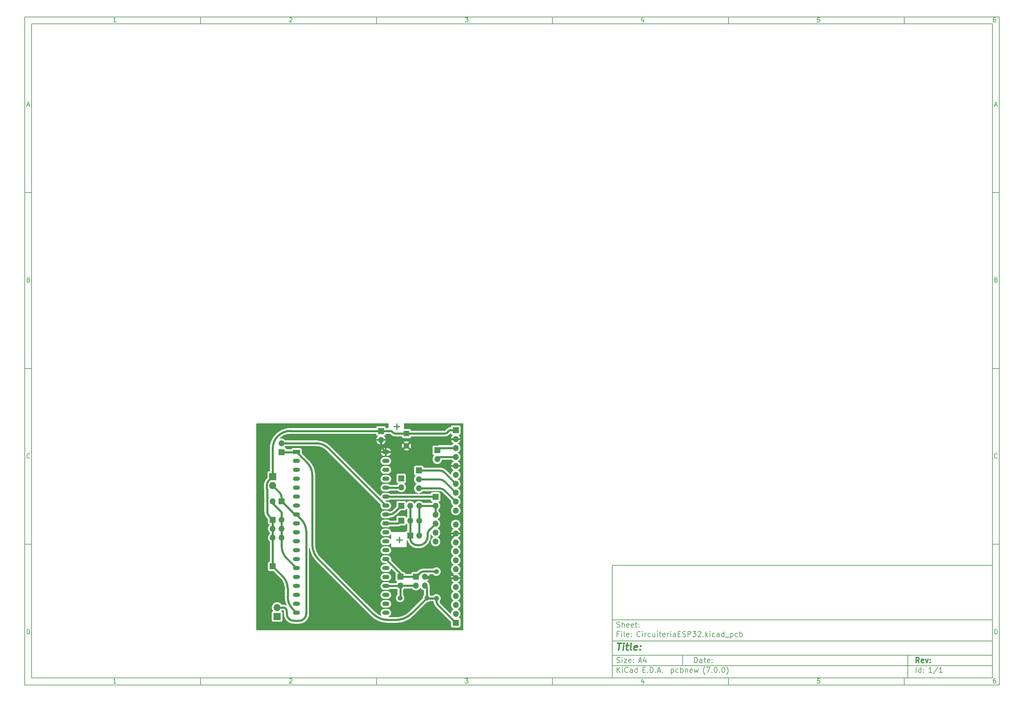
<source format=gbr>
%TF.GenerationSoftware,KiCad,Pcbnew,(7.0.0)*%
%TF.CreationDate,2023-05-11T10:59:04+02:00*%
%TF.ProjectId,CircuiteriaESP32,43697263-7569-4746-9572-696145535033,rev?*%
%TF.SameCoordinates,Original*%
%TF.FileFunction,Copper,L2,Bot*%
%TF.FilePolarity,Positive*%
%FSLAX46Y46*%
G04 Gerber Fmt 4.6, Leading zero omitted, Abs format (unit mm)*
G04 Created by KiCad (PCBNEW (7.0.0)) date 2023-05-11 10:59:04*
%MOMM*%
%LPD*%
G01*
G04 APERTURE LIST*
%ADD10C,0.100000*%
%ADD11C,0.150000*%
%ADD12C,0.300000*%
%ADD13C,0.400000*%
%TA.AperFunction,NonConductor*%
%ADD14C,0.300000*%
%TD*%
%TA.AperFunction,ComponentPad*%
%ADD15R,2.000000X2.000000*%
%TD*%
%TA.AperFunction,ComponentPad*%
%ADD16O,2.000000X2.000000*%
%TD*%
%TA.AperFunction,ComponentPad*%
%ADD17R,1.600000X1.600000*%
%TD*%
%TA.AperFunction,ComponentPad*%
%ADD18C,1.600000*%
%TD*%
%TA.AperFunction,ComponentPad*%
%ADD19R,1.700000X1.700000*%
%TD*%
%TA.AperFunction,ComponentPad*%
%ADD20O,1.700000X1.700000*%
%TD*%
%TA.AperFunction,ComponentPad*%
%ADD21R,2.000000X1.200000*%
%TD*%
%TA.AperFunction,ComponentPad*%
%ADD22O,2.000000X1.200000*%
%TD*%
%TA.AperFunction,ComponentPad*%
%ADD23C,1.400000*%
%TD*%
%TA.AperFunction,ComponentPad*%
%ADD24O,1.400000X1.400000*%
%TD*%
%TA.AperFunction,Conductor*%
%ADD25C,0.600000*%
%TD*%
G04 APERTURE END LIST*
D10*
D11*
X177002200Y-166007200D02*
X285002200Y-166007200D01*
X285002200Y-198007200D01*
X177002200Y-198007200D01*
X177002200Y-166007200D01*
D10*
D11*
X10000000Y-10000000D02*
X287002200Y-10000000D01*
X287002200Y-200007200D01*
X10000000Y-200007200D01*
X10000000Y-10000000D01*
D10*
D11*
X12000000Y-12000000D02*
X285002200Y-12000000D01*
X285002200Y-198007200D01*
X12000000Y-198007200D01*
X12000000Y-12000000D01*
D10*
D11*
X60000000Y-12000000D02*
X60000000Y-10000000D01*
D10*
D11*
X110000000Y-12000000D02*
X110000000Y-10000000D01*
D10*
D11*
X160000000Y-12000000D02*
X160000000Y-10000000D01*
D10*
D11*
X210000000Y-12000000D02*
X210000000Y-10000000D01*
D10*
D11*
X260000000Y-12000000D02*
X260000000Y-10000000D01*
D10*
D11*
X35990476Y-11477595D02*
X35247619Y-11477595D01*
X35619047Y-11477595D02*
X35619047Y-10177595D01*
X35619047Y-10177595D02*
X35495238Y-10363309D01*
X35495238Y-10363309D02*
X35371428Y-10487119D01*
X35371428Y-10487119D02*
X35247619Y-10549023D01*
D10*
D11*
X85247619Y-10301404D02*
X85309523Y-10239500D01*
X85309523Y-10239500D02*
X85433333Y-10177595D01*
X85433333Y-10177595D02*
X85742857Y-10177595D01*
X85742857Y-10177595D02*
X85866666Y-10239500D01*
X85866666Y-10239500D02*
X85928571Y-10301404D01*
X85928571Y-10301404D02*
X85990476Y-10425214D01*
X85990476Y-10425214D02*
X85990476Y-10549023D01*
X85990476Y-10549023D02*
X85928571Y-10734738D01*
X85928571Y-10734738D02*
X85185714Y-11477595D01*
X85185714Y-11477595D02*
X85990476Y-11477595D01*
D10*
D11*
X135185714Y-10177595D02*
X135990476Y-10177595D01*
X135990476Y-10177595D02*
X135557142Y-10672833D01*
X135557142Y-10672833D02*
X135742857Y-10672833D01*
X135742857Y-10672833D02*
X135866666Y-10734738D01*
X135866666Y-10734738D02*
X135928571Y-10796642D01*
X135928571Y-10796642D02*
X135990476Y-10920452D01*
X135990476Y-10920452D02*
X135990476Y-11229976D01*
X135990476Y-11229976D02*
X135928571Y-11353785D01*
X135928571Y-11353785D02*
X135866666Y-11415690D01*
X135866666Y-11415690D02*
X135742857Y-11477595D01*
X135742857Y-11477595D02*
X135371428Y-11477595D01*
X135371428Y-11477595D02*
X135247619Y-11415690D01*
X135247619Y-11415690D02*
X135185714Y-11353785D01*
D10*
D11*
X185866666Y-10610928D02*
X185866666Y-11477595D01*
X185557142Y-10115690D02*
X185247619Y-11044261D01*
X185247619Y-11044261D02*
X186052380Y-11044261D01*
D10*
D11*
X235928571Y-10177595D02*
X235309523Y-10177595D01*
X235309523Y-10177595D02*
X235247619Y-10796642D01*
X235247619Y-10796642D02*
X235309523Y-10734738D01*
X235309523Y-10734738D02*
X235433333Y-10672833D01*
X235433333Y-10672833D02*
X235742857Y-10672833D01*
X235742857Y-10672833D02*
X235866666Y-10734738D01*
X235866666Y-10734738D02*
X235928571Y-10796642D01*
X235928571Y-10796642D02*
X235990476Y-10920452D01*
X235990476Y-10920452D02*
X235990476Y-11229976D01*
X235990476Y-11229976D02*
X235928571Y-11353785D01*
X235928571Y-11353785D02*
X235866666Y-11415690D01*
X235866666Y-11415690D02*
X235742857Y-11477595D01*
X235742857Y-11477595D02*
X235433333Y-11477595D01*
X235433333Y-11477595D02*
X235309523Y-11415690D01*
X235309523Y-11415690D02*
X235247619Y-11353785D01*
D10*
D11*
X285866666Y-10177595D02*
X285619047Y-10177595D01*
X285619047Y-10177595D02*
X285495238Y-10239500D01*
X285495238Y-10239500D02*
X285433333Y-10301404D01*
X285433333Y-10301404D02*
X285309523Y-10487119D01*
X285309523Y-10487119D02*
X285247619Y-10734738D01*
X285247619Y-10734738D02*
X285247619Y-11229976D01*
X285247619Y-11229976D02*
X285309523Y-11353785D01*
X285309523Y-11353785D02*
X285371428Y-11415690D01*
X285371428Y-11415690D02*
X285495238Y-11477595D01*
X285495238Y-11477595D02*
X285742857Y-11477595D01*
X285742857Y-11477595D02*
X285866666Y-11415690D01*
X285866666Y-11415690D02*
X285928571Y-11353785D01*
X285928571Y-11353785D02*
X285990476Y-11229976D01*
X285990476Y-11229976D02*
X285990476Y-10920452D01*
X285990476Y-10920452D02*
X285928571Y-10796642D01*
X285928571Y-10796642D02*
X285866666Y-10734738D01*
X285866666Y-10734738D02*
X285742857Y-10672833D01*
X285742857Y-10672833D02*
X285495238Y-10672833D01*
X285495238Y-10672833D02*
X285371428Y-10734738D01*
X285371428Y-10734738D02*
X285309523Y-10796642D01*
X285309523Y-10796642D02*
X285247619Y-10920452D01*
D10*
D11*
X60000000Y-198007200D02*
X60000000Y-200007200D01*
D10*
D11*
X110000000Y-198007200D02*
X110000000Y-200007200D01*
D10*
D11*
X160000000Y-198007200D02*
X160000000Y-200007200D01*
D10*
D11*
X210000000Y-198007200D02*
X210000000Y-200007200D01*
D10*
D11*
X260000000Y-198007200D02*
X260000000Y-200007200D01*
D10*
D11*
X35990476Y-199484795D02*
X35247619Y-199484795D01*
X35619047Y-199484795D02*
X35619047Y-198184795D01*
X35619047Y-198184795D02*
X35495238Y-198370509D01*
X35495238Y-198370509D02*
X35371428Y-198494319D01*
X35371428Y-198494319D02*
X35247619Y-198556223D01*
D10*
D11*
X85247619Y-198308604D02*
X85309523Y-198246700D01*
X85309523Y-198246700D02*
X85433333Y-198184795D01*
X85433333Y-198184795D02*
X85742857Y-198184795D01*
X85742857Y-198184795D02*
X85866666Y-198246700D01*
X85866666Y-198246700D02*
X85928571Y-198308604D01*
X85928571Y-198308604D02*
X85990476Y-198432414D01*
X85990476Y-198432414D02*
X85990476Y-198556223D01*
X85990476Y-198556223D02*
X85928571Y-198741938D01*
X85928571Y-198741938D02*
X85185714Y-199484795D01*
X85185714Y-199484795D02*
X85990476Y-199484795D01*
D10*
D11*
X135185714Y-198184795D02*
X135990476Y-198184795D01*
X135990476Y-198184795D02*
X135557142Y-198680033D01*
X135557142Y-198680033D02*
X135742857Y-198680033D01*
X135742857Y-198680033D02*
X135866666Y-198741938D01*
X135866666Y-198741938D02*
X135928571Y-198803842D01*
X135928571Y-198803842D02*
X135990476Y-198927652D01*
X135990476Y-198927652D02*
X135990476Y-199237176D01*
X135990476Y-199237176D02*
X135928571Y-199360985D01*
X135928571Y-199360985D02*
X135866666Y-199422890D01*
X135866666Y-199422890D02*
X135742857Y-199484795D01*
X135742857Y-199484795D02*
X135371428Y-199484795D01*
X135371428Y-199484795D02*
X135247619Y-199422890D01*
X135247619Y-199422890D02*
X135185714Y-199360985D01*
D10*
D11*
X185866666Y-198618128D02*
X185866666Y-199484795D01*
X185557142Y-198122890D02*
X185247619Y-199051461D01*
X185247619Y-199051461D02*
X186052380Y-199051461D01*
D10*
D11*
X235928571Y-198184795D02*
X235309523Y-198184795D01*
X235309523Y-198184795D02*
X235247619Y-198803842D01*
X235247619Y-198803842D02*
X235309523Y-198741938D01*
X235309523Y-198741938D02*
X235433333Y-198680033D01*
X235433333Y-198680033D02*
X235742857Y-198680033D01*
X235742857Y-198680033D02*
X235866666Y-198741938D01*
X235866666Y-198741938D02*
X235928571Y-198803842D01*
X235928571Y-198803842D02*
X235990476Y-198927652D01*
X235990476Y-198927652D02*
X235990476Y-199237176D01*
X235990476Y-199237176D02*
X235928571Y-199360985D01*
X235928571Y-199360985D02*
X235866666Y-199422890D01*
X235866666Y-199422890D02*
X235742857Y-199484795D01*
X235742857Y-199484795D02*
X235433333Y-199484795D01*
X235433333Y-199484795D02*
X235309523Y-199422890D01*
X235309523Y-199422890D02*
X235247619Y-199360985D01*
D10*
D11*
X285866666Y-198184795D02*
X285619047Y-198184795D01*
X285619047Y-198184795D02*
X285495238Y-198246700D01*
X285495238Y-198246700D02*
X285433333Y-198308604D01*
X285433333Y-198308604D02*
X285309523Y-198494319D01*
X285309523Y-198494319D02*
X285247619Y-198741938D01*
X285247619Y-198741938D02*
X285247619Y-199237176D01*
X285247619Y-199237176D02*
X285309523Y-199360985D01*
X285309523Y-199360985D02*
X285371428Y-199422890D01*
X285371428Y-199422890D02*
X285495238Y-199484795D01*
X285495238Y-199484795D02*
X285742857Y-199484795D01*
X285742857Y-199484795D02*
X285866666Y-199422890D01*
X285866666Y-199422890D02*
X285928571Y-199360985D01*
X285928571Y-199360985D02*
X285990476Y-199237176D01*
X285990476Y-199237176D02*
X285990476Y-198927652D01*
X285990476Y-198927652D02*
X285928571Y-198803842D01*
X285928571Y-198803842D02*
X285866666Y-198741938D01*
X285866666Y-198741938D02*
X285742857Y-198680033D01*
X285742857Y-198680033D02*
X285495238Y-198680033D01*
X285495238Y-198680033D02*
X285371428Y-198741938D01*
X285371428Y-198741938D02*
X285309523Y-198803842D01*
X285309523Y-198803842D02*
X285247619Y-198927652D01*
D10*
D11*
X10000000Y-60000000D02*
X12000000Y-60000000D01*
D10*
D11*
X10000000Y-110000000D02*
X12000000Y-110000000D01*
D10*
D11*
X10000000Y-160000000D02*
X12000000Y-160000000D01*
D10*
D11*
X10690476Y-35106166D02*
X11309523Y-35106166D01*
X10566666Y-35477595D02*
X10999999Y-34177595D01*
X10999999Y-34177595D02*
X11433333Y-35477595D01*
D10*
D11*
X11092857Y-84796642D02*
X11278571Y-84858547D01*
X11278571Y-84858547D02*
X11340476Y-84920452D01*
X11340476Y-84920452D02*
X11402380Y-85044261D01*
X11402380Y-85044261D02*
X11402380Y-85229976D01*
X11402380Y-85229976D02*
X11340476Y-85353785D01*
X11340476Y-85353785D02*
X11278571Y-85415690D01*
X11278571Y-85415690D02*
X11154761Y-85477595D01*
X11154761Y-85477595D02*
X10659523Y-85477595D01*
X10659523Y-85477595D02*
X10659523Y-84177595D01*
X10659523Y-84177595D02*
X11092857Y-84177595D01*
X11092857Y-84177595D02*
X11216666Y-84239500D01*
X11216666Y-84239500D02*
X11278571Y-84301404D01*
X11278571Y-84301404D02*
X11340476Y-84425214D01*
X11340476Y-84425214D02*
X11340476Y-84549023D01*
X11340476Y-84549023D02*
X11278571Y-84672833D01*
X11278571Y-84672833D02*
X11216666Y-84734738D01*
X11216666Y-84734738D02*
X11092857Y-84796642D01*
X11092857Y-84796642D02*
X10659523Y-84796642D01*
D10*
D11*
X11402380Y-135353785D02*
X11340476Y-135415690D01*
X11340476Y-135415690D02*
X11154761Y-135477595D01*
X11154761Y-135477595D02*
X11030952Y-135477595D01*
X11030952Y-135477595D02*
X10845238Y-135415690D01*
X10845238Y-135415690D02*
X10721428Y-135291880D01*
X10721428Y-135291880D02*
X10659523Y-135168071D01*
X10659523Y-135168071D02*
X10597619Y-134920452D01*
X10597619Y-134920452D02*
X10597619Y-134734738D01*
X10597619Y-134734738D02*
X10659523Y-134487119D01*
X10659523Y-134487119D02*
X10721428Y-134363309D01*
X10721428Y-134363309D02*
X10845238Y-134239500D01*
X10845238Y-134239500D02*
X11030952Y-134177595D01*
X11030952Y-134177595D02*
X11154761Y-134177595D01*
X11154761Y-134177595D02*
X11340476Y-134239500D01*
X11340476Y-134239500D02*
X11402380Y-134301404D01*
D10*
D11*
X10659523Y-185477595D02*
X10659523Y-184177595D01*
X10659523Y-184177595D02*
X10969047Y-184177595D01*
X10969047Y-184177595D02*
X11154761Y-184239500D01*
X11154761Y-184239500D02*
X11278571Y-184363309D01*
X11278571Y-184363309D02*
X11340476Y-184487119D01*
X11340476Y-184487119D02*
X11402380Y-184734738D01*
X11402380Y-184734738D02*
X11402380Y-184920452D01*
X11402380Y-184920452D02*
X11340476Y-185168071D01*
X11340476Y-185168071D02*
X11278571Y-185291880D01*
X11278571Y-185291880D02*
X11154761Y-185415690D01*
X11154761Y-185415690D02*
X10969047Y-185477595D01*
X10969047Y-185477595D02*
X10659523Y-185477595D01*
D10*
D11*
X287002200Y-60000000D02*
X285002200Y-60000000D01*
D10*
D11*
X287002200Y-110000000D02*
X285002200Y-110000000D01*
D10*
D11*
X287002200Y-160000000D02*
X285002200Y-160000000D01*
D10*
D11*
X285692676Y-35106166D02*
X286311723Y-35106166D01*
X285568866Y-35477595D02*
X286002199Y-34177595D01*
X286002199Y-34177595D02*
X286435533Y-35477595D01*
D10*
D11*
X286095057Y-84796642D02*
X286280771Y-84858547D01*
X286280771Y-84858547D02*
X286342676Y-84920452D01*
X286342676Y-84920452D02*
X286404580Y-85044261D01*
X286404580Y-85044261D02*
X286404580Y-85229976D01*
X286404580Y-85229976D02*
X286342676Y-85353785D01*
X286342676Y-85353785D02*
X286280771Y-85415690D01*
X286280771Y-85415690D02*
X286156961Y-85477595D01*
X286156961Y-85477595D02*
X285661723Y-85477595D01*
X285661723Y-85477595D02*
X285661723Y-84177595D01*
X285661723Y-84177595D02*
X286095057Y-84177595D01*
X286095057Y-84177595D02*
X286218866Y-84239500D01*
X286218866Y-84239500D02*
X286280771Y-84301404D01*
X286280771Y-84301404D02*
X286342676Y-84425214D01*
X286342676Y-84425214D02*
X286342676Y-84549023D01*
X286342676Y-84549023D02*
X286280771Y-84672833D01*
X286280771Y-84672833D02*
X286218866Y-84734738D01*
X286218866Y-84734738D02*
X286095057Y-84796642D01*
X286095057Y-84796642D02*
X285661723Y-84796642D01*
D10*
D11*
X286404580Y-135353785D02*
X286342676Y-135415690D01*
X286342676Y-135415690D02*
X286156961Y-135477595D01*
X286156961Y-135477595D02*
X286033152Y-135477595D01*
X286033152Y-135477595D02*
X285847438Y-135415690D01*
X285847438Y-135415690D02*
X285723628Y-135291880D01*
X285723628Y-135291880D02*
X285661723Y-135168071D01*
X285661723Y-135168071D02*
X285599819Y-134920452D01*
X285599819Y-134920452D02*
X285599819Y-134734738D01*
X285599819Y-134734738D02*
X285661723Y-134487119D01*
X285661723Y-134487119D02*
X285723628Y-134363309D01*
X285723628Y-134363309D02*
X285847438Y-134239500D01*
X285847438Y-134239500D02*
X286033152Y-134177595D01*
X286033152Y-134177595D02*
X286156961Y-134177595D01*
X286156961Y-134177595D02*
X286342676Y-134239500D01*
X286342676Y-134239500D02*
X286404580Y-134301404D01*
D10*
D11*
X285661723Y-185477595D02*
X285661723Y-184177595D01*
X285661723Y-184177595D02*
X285971247Y-184177595D01*
X285971247Y-184177595D02*
X286156961Y-184239500D01*
X286156961Y-184239500D02*
X286280771Y-184363309D01*
X286280771Y-184363309D02*
X286342676Y-184487119D01*
X286342676Y-184487119D02*
X286404580Y-184734738D01*
X286404580Y-184734738D02*
X286404580Y-184920452D01*
X286404580Y-184920452D02*
X286342676Y-185168071D01*
X286342676Y-185168071D02*
X286280771Y-185291880D01*
X286280771Y-185291880D02*
X286156961Y-185415690D01*
X286156961Y-185415690D02*
X285971247Y-185477595D01*
X285971247Y-185477595D02*
X285661723Y-185477595D01*
D10*
D11*
X200359342Y-193658271D02*
X200359342Y-192158271D01*
X200359342Y-192158271D02*
X200716485Y-192158271D01*
X200716485Y-192158271D02*
X200930771Y-192229700D01*
X200930771Y-192229700D02*
X201073628Y-192372557D01*
X201073628Y-192372557D02*
X201145057Y-192515414D01*
X201145057Y-192515414D02*
X201216485Y-192801128D01*
X201216485Y-192801128D02*
X201216485Y-193015414D01*
X201216485Y-193015414D02*
X201145057Y-193301128D01*
X201145057Y-193301128D02*
X201073628Y-193443985D01*
X201073628Y-193443985D02*
X200930771Y-193586842D01*
X200930771Y-193586842D02*
X200716485Y-193658271D01*
X200716485Y-193658271D02*
X200359342Y-193658271D01*
X202502200Y-193658271D02*
X202502200Y-192872557D01*
X202502200Y-192872557D02*
X202430771Y-192729700D01*
X202430771Y-192729700D02*
X202287914Y-192658271D01*
X202287914Y-192658271D02*
X202002200Y-192658271D01*
X202002200Y-192658271D02*
X201859342Y-192729700D01*
X202502200Y-193586842D02*
X202359342Y-193658271D01*
X202359342Y-193658271D02*
X202002200Y-193658271D01*
X202002200Y-193658271D02*
X201859342Y-193586842D01*
X201859342Y-193586842D02*
X201787914Y-193443985D01*
X201787914Y-193443985D02*
X201787914Y-193301128D01*
X201787914Y-193301128D02*
X201859342Y-193158271D01*
X201859342Y-193158271D02*
X202002200Y-193086842D01*
X202002200Y-193086842D02*
X202359342Y-193086842D01*
X202359342Y-193086842D02*
X202502200Y-193015414D01*
X203002200Y-192658271D02*
X203573628Y-192658271D01*
X203216485Y-192158271D02*
X203216485Y-193443985D01*
X203216485Y-193443985D02*
X203287914Y-193586842D01*
X203287914Y-193586842D02*
X203430771Y-193658271D01*
X203430771Y-193658271D02*
X203573628Y-193658271D01*
X204645057Y-193586842D02*
X204502200Y-193658271D01*
X204502200Y-193658271D02*
X204216486Y-193658271D01*
X204216486Y-193658271D02*
X204073628Y-193586842D01*
X204073628Y-193586842D02*
X204002200Y-193443985D01*
X204002200Y-193443985D02*
X204002200Y-192872557D01*
X204002200Y-192872557D02*
X204073628Y-192729700D01*
X204073628Y-192729700D02*
X204216486Y-192658271D01*
X204216486Y-192658271D02*
X204502200Y-192658271D01*
X204502200Y-192658271D02*
X204645057Y-192729700D01*
X204645057Y-192729700D02*
X204716486Y-192872557D01*
X204716486Y-192872557D02*
X204716486Y-193015414D01*
X204716486Y-193015414D02*
X204002200Y-193158271D01*
X205359342Y-193515414D02*
X205430771Y-193586842D01*
X205430771Y-193586842D02*
X205359342Y-193658271D01*
X205359342Y-193658271D02*
X205287914Y-193586842D01*
X205287914Y-193586842D02*
X205359342Y-193515414D01*
X205359342Y-193515414D02*
X205359342Y-193658271D01*
X205359342Y-192729700D02*
X205430771Y-192801128D01*
X205430771Y-192801128D02*
X205359342Y-192872557D01*
X205359342Y-192872557D02*
X205287914Y-192801128D01*
X205287914Y-192801128D02*
X205359342Y-192729700D01*
X205359342Y-192729700D02*
X205359342Y-192872557D01*
D10*
D11*
X177002200Y-194507200D02*
X285002200Y-194507200D01*
D10*
D11*
X178359342Y-196458271D02*
X178359342Y-194958271D01*
X179216485Y-196458271D02*
X178573628Y-195601128D01*
X179216485Y-194958271D02*
X178359342Y-195815414D01*
X179859342Y-196458271D02*
X179859342Y-195458271D01*
X179859342Y-194958271D02*
X179787914Y-195029700D01*
X179787914Y-195029700D02*
X179859342Y-195101128D01*
X179859342Y-195101128D02*
X179930771Y-195029700D01*
X179930771Y-195029700D02*
X179859342Y-194958271D01*
X179859342Y-194958271D02*
X179859342Y-195101128D01*
X181430771Y-196315414D02*
X181359343Y-196386842D01*
X181359343Y-196386842D02*
X181145057Y-196458271D01*
X181145057Y-196458271D02*
X181002200Y-196458271D01*
X181002200Y-196458271D02*
X180787914Y-196386842D01*
X180787914Y-196386842D02*
X180645057Y-196243985D01*
X180645057Y-196243985D02*
X180573628Y-196101128D01*
X180573628Y-196101128D02*
X180502200Y-195815414D01*
X180502200Y-195815414D02*
X180502200Y-195601128D01*
X180502200Y-195601128D02*
X180573628Y-195315414D01*
X180573628Y-195315414D02*
X180645057Y-195172557D01*
X180645057Y-195172557D02*
X180787914Y-195029700D01*
X180787914Y-195029700D02*
X181002200Y-194958271D01*
X181002200Y-194958271D02*
X181145057Y-194958271D01*
X181145057Y-194958271D02*
X181359343Y-195029700D01*
X181359343Y-195029700D02*
X181430771Y-195101128D01*
X182716486Y-196458271D02*
X182716486Y-195672557D01*
X182716486Y-195672557D02*
X182645057Y-195529700D01*
X182645057Y-195529700D02*
X182502200Y-195458271D01*
X182502200Y-195458271D02*
X182216486Y-195458271D01*
X182216486Y-195458271D02*
X182073628Y-195529700D01*
X182716486Y-196386842D02*
X182573628Y-196458271D01*
X182573628Y-196458271D02*
X182216486Y-196458271D01*
X182216486Y-196458271D02*
X182073628Y-196386842D01*
X182073628Y-196386842D02*
X182002200Y-196243985D01*
X182002200Y-196243985D02*
X182002200Y-196101128D01*
X182002200Y-196101128D02*
X182073628Y-195958271D01*
X182073628Y-195958271D02*
X182216486Y-195886842D01*
X182216486Y-195886842D02*
X182573628Y-195886842D01*
X182573628Y-195886842D02*
X182716486Y-195815414D01*
X184073629Y-196458271D02*
X184073629Y-194958271D01*
X184073629Y-196386842D02*
X183930771Y-196458271D01*
X183930771Y-196458271D02*
X183645057Y-196458271D01*
X183645057Y-196458271D02*
X183502200Y-196386842D01*
X183502200Y-196386842D02*
X183430771Y-196315414D01*
X183430771Y-196315414D02*
X183359343Y-196172557D01*
X183359343Y-196172557D02*
X183359343Y-195743985D01*
X183359343Y-195743985D02*
X183430771Y-195601128D01*
X183430771Y-195601128D02*
X183502200Y-195529700D01*
X183502200Y-195529700D02*
X183645057Y-195458271D01*
X183645057Y-195458271D02*
X183930771Y-195458271D01*
X183930771Y-195458271D02*
X184073629Y-195529700D01*
X185687914Y-195672557D02*
X186187914Y-195672557D01*
X186402200Y-196458271D02*
X185687914Y-196458271D01*
X185687914Y-196458271D02*
X185687914Y-194958271D01*
X185687914Y-194958271D02*
X186402200Y-194958271D01*
X187045057Y-196315414D02*
X187116486Y-196386842D01*
X187116486Y-196386842D02*
X187045057Y-196458271D01*
X187045057Y-196458271D02*
X186973629Y-196386842D01*
X186973629Y-196386842D02*
X187045057Y-196315414D01*
X187045057Y-196315414D02*
X187045057Y-196458271D01*
X187759343Y-196458271D02*
X187759343Y-194958271D01*
X187759343Y-194958271D02*
X188116486Y-194958271D01*
X188116486Y-194958271D02*
X188330772Y-195029700D01*
X188330772Y-195029700D02*
X188473629Y-195172557D01*
X188473629Y-195172557D02*
X188545058Y-195315414D01*
X188545058Y-195315414D02*
X188616486Y-195601128D01*
X188616486Y-195601128D02*
X188616486Y-195815414D01*
X188616486Y-195815414D02*
X188545058Y-196101128D01*
X188545058Y-196101128D02*
X188473629Y-196243985D01*
X188473629Y-196243985D02*
X188330772Y-196386842D01*
X188330772Y-196386842D02*
X188116486Y-196458271D01*
X188116486Y-196458271D02*
X187759343Y-196458271D01*
X189259343Y-196315414D02*
X189330772Y-196386842D01*
X189330772Y-196386842D02*
X189259343Y-196458271D01*
X189259343Y-196458271D02*
X189187915Y-196386842D01*
X189187915Y-196386842D02*
X189259343Y-196315414D01*
X189259343Y-196315414D02*
X189259343Y-196458271D01*
X189902201Y-196029700D02*
X190616487Y-196029700D01*
X189759344Y-196458271D02*
X190259344Y-194958271D01*
X190259344Y-194958271D02*
X190759344Y-196458271D01*
X191259343Y-196315414D02*
X191330772Y-196386842D01*
X191330772Y-196386842D02*
X191259343Y-196458271D01*
X191259343Y-196458271D02*
X191187915Y-196386842D01*
X191187915Y-196386842D02*
X191259343Y-196315414D01*
X191259343Y-196315414D02*
X191259343Y-196458271D01*
X193773629Y-195458271D02*
X193773629Y-196958271D01*
X193773629Y-195529700D02*
X193916487Y-195458271D01*
X193916487Y-195458271D02*
X194202201Y-195458271D01*
X194202201Y-195458271D02*
X194345058Y-195529700D01*
X194345058Y-195529700D02*
X194416487Y-195601128D01*
X194416487Y-195601128D02*
X194487915Y-195743985D01*
X194487915Y-195743985D02*
X194487915Y-196172557D01*
X194487915Y-196172557D02*
X194416487Y-196315414D01*
X194416487Y-196315414D02*
X194345058Y-196386842D01*
X194345058Y-196386842D02*
X194202201Y-196458271D01*
X194202201Y-196458271D02*
X193916487Y-196458271D01*
X193916487Y-196458271D02*
X193773629Y-196386842D01*
X195773630Y-196386842D02*
X195630772Y-196458271D01*
X195630772Y-196458271D02*
X195345058Y-196458271D01*
X195345058Y-196458271D02*
X195202201Y-196386842D01*
X195202201Y-196386842D02*
X195130772Y-196315414D01*
X195130772Y-196315414D02*
X195059344Y-196172557D01*
X195059344Y-196172557D02*
X195059344Y-195743985D01*
X195059344Y-195743985D02*
X195130772Y-195601128D01*
X195130772Y-195601128D02*
X195202201Y-195529700D01*
X195202201Y-195529700D02*
X195345058Y-195458271D01*
X195345058Y-195458271D02*
X195630772Y-195458271D01*
X195630772Y-195458271D02*
X195773630Y-195529700D01*
X196416486Y-196458271D02*
X196416486Y-194958271D01*
X196416486Y-195529700D02*
X196559344Y-195458271D01*
X196559344Y-195458271D02*
X196845058Y-195458271D01*
X196845058Y-195458271D02*
X196987915Y-195529700D01*
X196987915Y-195529700D02*
X197059344Y-195601128D01*
X197059344Y-195601128D02*
X197130772Y-195743985D01*
X197130772Y-195743985D02*
X197130772Y-196172557D01*
X197130772Y-196172557D02*
X197059344Y-196315414D01*
X197059344Y-196315414D02*
X196987915Y-196386842D01*
X196987915Y-196386842D02*
X196845058Y-196458271D01*
X196845058Y-196458271D02*
X196559344Y-196458271D01*
X196559344Y-196458271D02*
X196416486Y-196386842D01*
X197773629Y-195458271D02*
X197773629Y-196458271D01*
X197773629Y-195601128D02*
X197845058Y-195529700D01*
X197845058Y-195529700D02*
X197987915Y-195458271D01*
X197987915Y-195458271D02*
X198202201Y-195458271D01*
X198202201Y-195458271D02*
X198345058Y-195529700D01*
X198345058Y-195529700D02*
X198416487Y-195672557D01*
X198416487Y-195672557D02*
X198416487Y-196458271D01*
X199702201Y-196386842D02*
X199559344Y-196458271D01*
X199559344Y-196458271D02*
X199273630Y-196458271D01*
X199273630Y-196458271D02*
X199130772Y-196386842D01*
X199130772Y-196386842D02*
X199059344Y-196243985D01*
X199059344Y-196243985D02*
X199059344Y-195672557D01*
X199059344Y-195672557D02*
X199130772Y-195529700D01*
X199130772Y-195529700D02*
X199273630Y-195458271D01*
X199273630Y-195458271D02*
X199559344Y-195458271D01*
X199559344Y-195458271D02*
X199702201Y-195529700D01*
X199702201Y-195529700D02*
X199773630Y-195672557D01*
X199773630Y-195672557D02*
X199773630Y-195815414D01*
X199773630Y-195815414D02*
X199059344Y-195958271D01*
X200273629Y-195458271D02*
X200559344Y-196458271D01*
X200559344Y-196458271D02*
X200845058Y-195743985D01*
X200845058Y-195743985D02*
X201130772Y-196458271D01*
X201130772Y-196458271D02*
X201416486Y-195458271D01*
X203316487Y-197029700D02*
X203245058Y-196958271D01*
X203245058Y-196958271D02*
X203102201Y-196743985D01*
X203102201Y-196743985D02*
X203030773Y-196601128D01*
X203030773Y-196601128D02*
X202959344Y-196386842D01*
X202959344Y-196386842D02*
X202887915Y-196029700D01*
X202887915Y-196029700D02*
X202887915Y-195743985D01*
X202887915Y-195743985D02*
X202959344Y-195386842D01*
X202959344Y-195386842D02*
X203030773Y-195172557D01*
X203030773Y-195172557D02*
X203102201Y-195029700D01*
X203102201Y-195029700D02*
X203245058Y-194815414D01*
X203245058Y-194815414D02*
X203316487Y-194743985D01*
X203745058Y-194958271D02*
X204745058Y-194958271D01*
X204745058Y-194958271D02*
X204102201Y-196458271D01*
X205316486Y-196315414D02*
X205387915Y-196386842D01*
X205387915Y-196386842D02*
X205316486Y-196458271D01*
X205316486Y-196458271D02*
X205245058Y-196386842D01*
X205245058Y-196386842D02*
X205316486Y-196315414D01*
X205316486Y-196315414D02*
X205316486Y-196458271D01*
X206316487Y-194958271D02*
X206459344Y-194958271D01*
X206459344Y-194958271D02*
X206602201Y-195029700D01*
X206602201Y-195029700D02*
X206673630Y-195101128D01*
X206673630Y-195101128D02*
X206745058Y-195243985D01*
X206745058Y-195243985D02*
X206816487Y-195529700D01*
X206816487Y-195529700D02*
X206816487Y-195886842D01*
X206816487Y-195886842D02*
X206745058Y-196172557D01*
X206745058Y-196172557D02*
X206673630Y-196315414D01*
X206673630Y-196315414D02*
X206602201Y-196386842D01*
X206602201Y-196386842D02*
X206459344Y-196458271D01*
X206459344Y-196458271D02*
X206316487Y-196458271D01*
X206316487Y-196458271D02*
X206173630Y-196386842D01*
X206173630Y-196386842D02*
X206102201Y-196315414D01*
X206102201Y-196315414D02*
X206030772Y-196172557D01*
X206030772Y-196172557D02*
X205959344Y-195886842D01*
X205959344Y-195886842D02*
X205959344Y-195529700D01*
X205959344Y-195529700D02*
X206030772Y-195243985D01*
X206030772Y-195243985D02*
X206102201Y-195101128D01*
X206102201Y-195101128D02*
X206173630Y-195029700D01*
X206173630Y-195029700D02*
X206316487Y-194958271D01*
X207459343Y-196315414D02*
X207530772Y-196386842D01*
X207530772Y-196386842D02*
X207459343Y-196458271D01*
X207459343Y-196458271D02*
X207387915Y-196386842D01*
X207387915Y-196386842D02*
X207459343Y-196315414D01*
X207459343Y-196315414D02*
X207459343Y-196458271D01*
X208459344Y-194958271D02*
X208602201Y-194958271D01*
X208602201Y-194958271D02*
X208745058Y-195029700D01*
X208745058Y-195029700D02*
X208816487Y-195101128D01*
X208816487Y-195101128D02*
X208887915Y-195243985D01*
X208887915Y-195243985D02*
X208959344Y-195529700D01*
X208959344Y-195529700D02*
X208959344Y-195886842D01*
X208959344Y-195886842D02*
X208887915Y-196172557D01*
X208887915Y-196172557D02*
X208816487Y-196315414D01*
X208816487Y-196315414D02*
X208745058Y-196386842D01*
X208745058Y-196386842D02*
X208602201Y-196458271D01*
X208602201Y-196458271D02*
X208459344Y-196458271D01*
X208459344Y-196458271D02*
X208316487Y-196386842D01*
X208316487Y-196386842D02*
X208245058Y-196315414D01*
X208245058Y-196315414D02*
X208173629Y-196172557D01*
X208173629Y-196172557D02*
X208102201Y-195886842D01*
X208102201Y-195886842D02*
X208102201Y-195529700D01*
X208102201Y-195529700D02*
X208173629Y-195243985D01*
X208173629Y-195243985D02*
X208245058Y-195101128D01*
X208245058Y-195101128D02*
X208316487Y-195029700D01*
X208316487Y-195029700D02*
X208459344Y-194958271D01*
X209459343Y-197029700D02*
X209530772Y-196958271D01*
X209530772Y-196958271D02*
X209673629Y-196743985D01*
X209673629Y-196743985D02*
X209745058Y-196601128D01*
X209745058Y-196601128D02*
X209816486Y-196386842D01*
X209816486Y-196386842D02*
X209887915Y-196029700D01*
X209887915Y-196029700D02*
X209887915Y-195743985D01*
X209887915Y-195743985D02*
X209816486Y-195386842D01*
X209816486Y-195386842D02*
X209745058Y-195172557D01*
X209745058Y-195172557D02*
X209673629Y-195029700D01*
X209673629Y-195029700D02*
X209530772Y-194815414D01*
X209530772Y-194815414D02*
X209459343Y-194743985D01*
D10*
D11*
X177002200Y-191507200D02*
X285002200Y-191507200D01*
D10*
D12*
X264216485Y-193658271D02*
X263716485Y-192943985D01*
X263359342Y-193658271D02*
X263359342Y-192158271D01*
X263359342Y-192158271D02*
X263930771Y-192158271D01*
X263930771Y-192158271D02*
X264073628Y-192229700D01*
X264073628Y-192229700D02*
X264145057Y-192301128D01*
X264145057Y-192301128D02*
X264216485Y-192443985D01*
X264216485Y-192443985D02*
X264216485Y-192658271D01*
X264216485Y-192658271D02*
X264145057Y-192801128D01*
X264145057Y-192801128D02*
X264073628Y-192872557D01*
X264073628Y-192872557D02*
X263930771Y-192943985D01*
X263930771Y-192943985D02*
X263359342Y-192943985D01*
X265430771Y-193586842D02*
X265287914Y-193658271D01*
X265287914Y-193658271D02*
X265002200Y-193658271D01*
X265002200Y-193658271D02*
X264859342Y-193586842D01*
X264859342Y-193586842D02*
X264787914Y-193443985D01*
X264787914Y-193443985D02*
X264787914Y-192872557D01*
X264787914Y-192872557D02*
X264859342Y-192729700D01*
X264859342Y-192729700D02*
X265002200Y-192658271D01*
X265002200Y-192658271D02*
X265287914Y-192658271D01*
X265287914Y-192658271D02*
X265430771Y-192729700D01*
X265430771Y-192729700D02*
X265502200Y-192872557D01*
X265502200Y-192872557D02*
X265502200Y-193015414D01*
X265502200Y-193015414D02*
X264787914Y-193158271D01*
X266002199Y-192658271D02*
X266359342Y-193658271D01*
X266359342Y-193658271D02*
X266716485Y-192658271D01*
X267287913Y-193515414D02*
X267359342Y-193586842D01*
X267359342Y-193586842D02*
X267287913Y-193658271D01*
X267287913Y-193658271D02*
X267216485Y-193586842D01*
X267216485Y-193586842D02*
X267287913Y-193515414D01*
X267287913Y-193515414D02*
X267287913Y-193658271D01*
X267287913Y-192729700D02*
X267359342Y-192801128D01*
X267359342Y-192801128D02*
X267287913Y-192872557D01*
X267287913Y-192872557D02*
X267216485Y-192801128D01*
X267216485Y-192801128D02*
X267287913Y-192729700D01*
X267287913Y-192729700D02*
X267287913Y-192872557D01*
D10*
D11*
X178287914Y-193586842D02*
X178502200Y-193658271D01*
X178502200Y-193658271D02*
X178859342Y-193658271D01*
X178859342Y-193658271D02*
X179002200Y-193586842D01*
X179002200Y-193586842D02*
X179073628Y-193515414D01*
X179073628Y-193515414D02*
X179145057Y-193372557D01*
X179145057Y-193372557D02*
X179145057Y-193229700D01*
X179145057Y-193229700D02*
X179073628Y-193086842D01*
X179073628Y-193086842D02*
X179002200Y-193015414D01*
X179002200Y-193015414D02*
X178859342Y-192943985D01*
X178859342Y-192943985D02*
X178573628Y-192872557D01*
X178573628Y-192872557D02*
X178430771Y-192801128D01*
X178430771Y-192801128D02*
X178359342Y-192729700D01*
X178359342Y-192729700D02*
X178287914Y-192586842D01*
X178287914Y-192586842D02*
X178287914Y-192443985D01*
X178287914Y-192443985D02*
X178359342Y-192301128D01*
X178359342Y-192301128D02*
X178430771Y-192229700D01*
X178430771Y-192229700D02*
X178573628Y-192158271D01*
X178573628Y-192158271D02*
X178930771Y-192158271D01*
X178930771Y-192158271D02*
X179145057Y-192229700D01*
X179787913Y-193658271D02*
X179787913Y-192658271D01*
X179787913Y-192158271D02*
X179716485Y-192229700D01*
X179716485Y-192229700D02*
X179787913Y-192301128D01*
X179787913Y-192301128D02*
X179859342Y-192229700D01*
X179859342Y-192229700D02*
X179787913Y-192158271D01*
X179787913Y-192158271D02*
X179787913Y-192301128D01*
X180359342Y-192658271D02*
X181145057Y-192658271D01*
X181145057Y-192658271D02*
X180359342Y-193658271D01*
X180359342Y-193658271D02*
X181145057Y-193658271D01*
X182287914Y-193586842D02*
X182145057Y-193658271D01*
X182145057Y-193658271D02*
X181859343Y-193658271D01*
X181859343Y-193658271D02*
X181716485Y-193586842D01*
X181716485Y-193586842D02*
X181645057Y-193443985D01*
X181645057Y-193443985D02*
X181645057Y-192872557D01*
X181645057Y-192872557D02*
X181716485Y-192729700D01*
X181716485Y-192729700D02*
X181859343Y-192658271D01*
X181859343Y-192658271D02*
X182145057Y-192658271D01*
X182145057Y-192658271D02*
X182287914Y-192729700D01*
X182287914Y-192729700D02*
X182359343Y-192872557D01*
X182359343Y-192872557D02*
X182359343Y-193015414D01*
X182359343Y-193015414D02*
X181645057Y-193158271D01*
X183002199Y-193515414D02*
X183073628Y-193586842D01*
X183073628Y-193586842D02*
X183002199Y-193658271D01*
X183002199Y-193658271D02*
X182930771Y-193586842D01*
X182930771Y-193586842D02*
X183002199Y-193515414D01*
X183002199Y-193515414D02*
X183002199Y-193658271D01*
X183002199Y-192729700D02*
X183073628Y-192801128D01*
X183073628Y-192801128D02*
X183002199Y-192872557D01*
X183002199Y-192872557D02*
X182930771Y-192801128D01*
X182930771Y-192801128D02*
X183002199Y-192729700D01*
X183002199Y-192729700D02*
X183002199Y-192872557D01*
X184545057Y-193229700D02*
X185259343Y-193229700D01*
X184402200Y-193658271D02*
X184902200Y-192158271D01*
X184902200Y-192158271D02*
X185402200Y-193658271D01*
X186545057Y-192658271D02*
X186545057Y-193658271D01*
X186187914Y-192086842D02*
X185830771Y-193158271D01*
X185830771Y-193158271D02*
X186759342Y-193158271D01*
D10*
D11*
X263359342Y-196458271D02*
X263359342Y-194958271D01*
X264716486Y-196458271D02*
X264716486Y-194958271D01*
X264716486Y-196386842D02*
X264573628Y-196458271D01*
X264573628Y-196458271D02*
X264287914Y-196458271D01*
X264287914Y-196458271D02*
X264145057Y-196386842D01*
X264145057Y-196386842D02*
X264073628Y-196315414D01*
X264073628Y-196315414D02*
X264002200Y-196172557D01*
X264002200Y-196172557D02*
X264002200Y-195743985D01*
X264002200Y-195743985D02*
X264073628Y-195601128D01*
X264073628Y-195601128D02*
X264145057Y-195529700D01*
X264145057Y-195529700D02*
X264287914Y-195458271D01*
X264287914Y-195458271D02*
X264573628Y-195458271D01*
X264573628Y-195458271D02*
X264716486Y-195529700D01*
X265430771Y-196315414D02*
X265502200Y-196386842D01*
X265502200Y-196386842D02*
X265430771Y-196458271D01*
X265430771Y-196458271D02*
X265359343Y-196386842D01*
X265359343Y-196386842D02*
X265430771Y-196315414D01*
X265430771Y-196315414D02*
X265430771Y-196458271D01*
X265430771Y-195529700D02*
X265502200Y-195601128D01*
X265502200Y-195601128D02*
X265430771Y-195672557D01*
X265430771Y-195672557D02*
X265359343Y-195601128D01*
X265359343Y-195601128D02*
X265430771Y-195529700D01*
X265430771Y-195529700D02*
X265430771Y-195672557D01*
X267830772Y-196458271D02*
X266973629Y-196458271D01*
X267402200Y-196458271D02*
X267402200Y-194958271D01*
X267402200Y-194958271D02*
X267259343Y-195172557D01*
X267259343Y-195172557D02*
X267116486Y-195315414D01*
X267116486Y-195315414D02*
X266973629Y-195386842D01*
X269545057Y-194886842D02*
X268259343Y-196815414D01*
X270830772Y-196458271D02*
X269973629Y-196458271D01*
X270402200Y-196458271D02*
X270402200Y-194958271D01*
X270402200Y-194958271D02*
X270259343Y-195172557D01*
X270259343Y-195172557D02*
X270116486Y-195315414D01*
X270116486Y-195315414D02*
X269973629Y-195386842D01*
D10*
D11*
X177002200Y-187507200D02*
X285002200Y-187507200D01*
D10*
D13*
X178454580Y-188041961D02*
X179597438Y-188041961D01*
X178776009Y-190041961D02*
X179026009Y-188041961D01*
X180014105Y-190041961D02*
X180180771Y-188708628D01*
X180264105Y-188041961D02*
X180156962Y-188137200D01*
X180156962Y-188137200D02*
X180240295Y-188232438D01*
X180240295Y-188232438D02*
X180347438Y-188137200D01*
X180347438Y-188137200D02*
X180264105Y-188041961D01*
X180264105Y-188041961D02*
X180240295Y-188232438D01*
X180847438Y-188708628D02*
X181609343Y-188708628D01*
X181216486Y-188041961D02*
X181002200Y-189756247D01*
X181002200Y-189756247D02*
X181073629Y-189946723D01*
X181073629Y-189946723D02*
X181252200Y-190041961D01*
X181252200Y-190041961D02*
X181442676Y-190041961D01*
X182395057Y-190041961D02*
X182216486Y-189946723D01*
X182216486Y-189946723D02*
X182145057Y-189756247D01*
X182145057Y-189756247D02*
X182359343Y-188041961D01*
X183930771Y-189946723D02*
X183728390Y-190041961D01*
X183728390Y-190041961D02*
X183347438Y-190041961D01*
X183347438Y-190041961D02*
X183168867Y-189946723D01*
X183168867Y-189946723D02*
X183097438Y-189756247D01*
X183097438Y-189756247D02*
X183192676Y-188994342D01*
X183192676Y-188994342D02*
X183311724Y-188803866D01*
X183311724Y-188803866D02*
X183514105Y-188708628D01*
X183514105Y-188708628D02*
X183895057Y-188708628D01*
X183895057Y-188708628D02*
X184073628Y-188803866D01*
X184073628Y-188803866D02*
X184145057Y-188994342D01*
X184145057Y-188994342D02*
X184121247Y-189184819D01*
X184121247Y-189184819D02*
X183145057Y-189375295D01*
X184895057Y-189851485D02*
X184978391Y-189946723D01*
X184978391Y-189946723D02*
X184871248Y-190041961D01*
X184871248Y-190041961D02*
X184787914Y-189946723D01*
X184787914Y-189946723D02*
X184895057Y-189851485D01*
X184895057Y-189851485D02*
X184871248Y-190041961D01*
X185026010Y-188803866D02*
X185109343Y-188899104D01*
X185109343Y-188899104D02*
X185002200Y-188994342D01*
X185002200Y-188994342D02*
X184918867Y-188899104D01*
X184918867Y-188899104D02*
X185026010Y-188803866D01*
X185026010Y-188803866D02*
X185002200Y-188994342D01*
D10*
D11*
X178859342Y-185472557D02*
X178359342Y-185472557D01*
X178359342Y-186258271D02*
X178359342Y-184758271D01*
X178359342Y-184758271D02*
X179073628Y-184758271D01*
X179645056Y-186258271D02*
X179645056Y-185258271D01*
X179645056Y-184758271D02*
X179573628Y-184829700D01*
X179573628Y-184829700D02*
X179645056Y-184901128D01*
X179645056Y-184901128D02*
X179716485Y-184829700D01*
X179716485Y-184829700D02*
X179645056Y-184758271D01*
X179645056Y-184758271D02*
X179645056Y-184901128D01*
X180573628Y-186258271D02*
X180430771Y-186186842D01*
X180430771Y-186186842D02*
X180359342Y-186043985D01*
X180359342Y-186043985D02*
X180359342Y-184758271D01*
X181716485Y-186186842D02*
X181573628Y-186258271D01*
X181573628Y-186258271D02*
X181287914Y-186258271D01*
X181287914Y-186258271D02*
X181145056Y-186186842D01*
X181145056Y-186186842D02*
X181073628Y-186043985D01*
X181073628Y-186043985D02*
X181073628Y-185472557D01*
X181073628Y-185472557D02*
X181145056Y-185329700D01*
X181145056Y-185329700D02*
X181287914Y-185258271D01*
X181287914Y-185258271D02*
X181573628Y-185258271D01*
X181573628Y-185258271D02*
X181716485Y-185329700D01*
X181716485Y-185329700D02*
X181787914Y-185472557D01*
X181787914Y-185472557D02*
X181787914Y-185615414D01*
X181787914Y-185615414D02*
X181073628Y-185758271D01*
X182430770Y-186115414D02*
X182502199Y-186186842D01*
X182502199Y-186186842D02*
X182430770Y-186258271D01*
X182430770Y-186258271D02*
X182359342Y-186186842D01*
X182359342Y-186186842D02*
X182430770Y-186115414D01*
X182430770Y-186115414D02*
X182430770Y-186258271D01*
X182430770Y-185329700D02*
X182502199Y-185401128D01*
X182502199Y-185401128D02*
X182430770Y-185472557D01*
X182430770Y-185472557D02*
X182359342Y-185401128D01*
X182359342Y-185401128D02*
X182430770Y-185329700D01*
X182430770Y-185329700D02*
X182430770Y-185472557D01*
X184902199Y-186115414D02*
X184830771Y-186186842D01*
X184830771Y-186186842D02*
X184616485Y-186258271D01*
X184616485Y-186258271D02*
X184473628Y-186258271D01*
X184473628Y-186258271D02*
X184259342Y-186186842D01*
X184259342Y-186186842D02*
X184116485Y-186043985D01*
X184116485Y-186043985D02*
X184045056Y-185901128D01*
X184045056Y-185901128D02*
X183973628Y-185615414D01*
X183973628Y-185615414D02*
X183973628Y-185401128D01*
X183973628Y-185401128D02*
X184045056Y-185115414D01*
X184045056Y-185115414D02*
X184116485Y-184972557D01*
X184116485Y-184972557D02*
X184259342Y-184829700D01*
X184259342Y-184829700D02*
X184473628Y-184758271D01*
X184473628Y-184758271D02*
X184616485Y-184758271D01*
X184616485Y-184758271D02*
X184830771Y-184829700D01*
X184830771Y-184829700D02*
X184902199Y-184901128D01*
X185545056Y-186258271D02*
X185545056Y-185258271D01*
X185545056Y-184758271D02*
X185473628Y-184829700D01*
X185473628Y-184829700D02*
X185545056Y-184901128D01*
X185545056Y-184901128D02*
X185616485Y-184829700D01*
X185616485Y-184829700D02*
X185545056Y-184758271D01*
X185545056Y-184758271D02*
X185545056Y-184901128D01*
X186259342Y-186258271D02*
X186259342Y-185258271D01*
X186259342Y-185543985D02*
X186330771Y-185401128D01*
X186330771Y-185401128D02*
X186402200Y-185329700D01*
X186402200Y-185329700D02*
X186545057Y-185258271D01*
X186545057Y-185258271D02*
X186687914Y-185258271D01*
X187830771Y-186186842D02*
X187687913Y-186258271D01*
X187687913Y-186258271D02*
X187402199Y-186258271D01*
X187402199Y-186258271D02*
X187259342Y-186186842D01*
X187259342Y-186186842D02*
X187187913Y-186115414D01*
X187187913Y-186115414D02*
X187116485Y-185972557D01*
X187116485Y-185972557D02*
X187116485Y-185543985D01*
X187116485Y-185543985D02*
X187187913Y-185401128D01*
X187187913Y-185401128D02*
X187259342Y-185329700D01*
X187259342Y-185329700D02*
X187402199Y-185258271D01*
X187402199Y-185258271D02*
X187687913Y-185258271D01*
X187687913Y-185258271D02*
X187830771Y-185329700D01*
X189116485Y-185258271D02*
X189116485Y-186258271D01*
X188473627Y-185258271D02*
X188473627Y-186043985D01*
X188473627Y-186043985D02*
X188545056Y-186186842D01*
X188545056Y-186186842D02*
X188687913Y-186258271D01*
X188687913Y-186258271D02*
X188902199Y-186258271D01*
X188902199Y-186258271D02*
X189045056Y-186186842D01*
X189045056Y-186186842D02*
X189116485Y-186115414D01*
X189830770Y-186258271D02*
X189830770Y-185258271D01*
X189830770Y-184758271D02*
X189759342Y-184829700D01*
X189759342Y-184829700D02*
X189830770Y-184901128D01*
X189830770Y-184901128D02*
X189902199Y-184829700D01*
X189902199Y-184829700D02*
X189830770Y-184758271D01*
X189830770Y-184758271D02*
X189830770Y-184901128D01*
X190330771Y-185258271D02*
X190902199Y-185258271D01*
X190545056Y-184758271D02*
X190545056Y-186043985D01*
X190545056Y-186043985D02*
X190616485Y-186186842D01*
X190616485Y-186186842D02*
X190759342Y-186258271D01*
X190759342Y-186258271D02*
X190902199Y-186258271D01*
X191973628Y-186186842D02*
X191830771Y-186258271D01*
X191830771Y-186258271D02*
X191545057Y-186258271D01*
X191545057Y-186258271D02*
X191402199Y-186186842D01*
X191402199Y-186186842D02*
X191330771Y-186043985D01*
X191330771Y-186043985D02*
X191330771Y-185472557D01*
X191330771Y-185472557D02*
X191402199Y-185329700D01*
X191402199Y-185329700D02*
X191545057Y-185258271D01*
X191545057Y-185258271D02*
X191830771Y-185258271D01*
X191830771Y-185258271D02*
X191973628Y-185329700D01*
X191973628Y-185329700D02*
X192045057Y-185472557D01*
X192045057Y-185472557D02*
X192045057Y-185615414D01*
X192045057Y-185615414D02*
X191330771Y-185758271D01*
X192687913Y-186258271D02*
X192687913Y-185258271D01*
X192687913Y-185543985D02*
X192759342Y-185401128D01*
X192759342Y-185401128D02*
X192830771Y-185329700D01*
X192830771Y-185329700D02*
X192973628Y-185258271D01*
X192973628Y-185258271D02*
X193116485Y-185258271D01*
X193616484Y-186258271D02*
X193616484Y-185258271D01*
X193616484Y-184758271D02*
X193545056Y-184829700D01*
X193545056Y-184829700D02*
X193616484Y-184901128D01*
X193616484Y-184901128D02*
X193687913Y-184829700D01*
X193687913Y-184829700D02*
X193616484Y-184758271D01*
X193616484Y-184758271D02*
X193616484Y-184901128D01*
X194973628Y-186258271D02*
X194973628Y-185472557D01*
X194973628Y-185472557D02*
X194902199Y-185329700D01*
X194902199Y-185329700D02*
X194759342Y-185258271D01*
X194759342Y-185258271D02*
X194473628Y-185258271D01*
X194473628Y-185258271D02*
X194330770Y-185329700D01*
X194973628Y-186186842D02*
X194830770Y-186258271D01*
X194830770Y-186258271D02*
X194473628Y-186258271D01*
X194473628Y-186258271D02*
X194330770Y-186186842D01*
X194330770Y-186186842D02*
X194259342Y-186043985D01*
X194259342Y-186043985D02*
X194259342Y-185901128D01*
X194259342Y-185901128D02*
X194330770Y-185758271D01*
X194330770Y-185758271D02*
X194473628Y-185686842D01*
X194473628Y-185686842D02*
X194830770Y-185686842D01*
X194830770Y-185686842D02*
X194973628Y-185615414D01*
X195687913Y-185472557D02*
X196187913Y-185472557D01*
X196402199Y-186258271D02*
X195687913Y-186258271D01*
X195687913Y-186258271D02*
X195687913Y-184758271D01*
X195687913Y-184758271D02*
X196402199Y-184758271D01*
X196973628Y-186186842D02*
X197187914Y-186258271D01*
X197187914Y-186258271D02*
X197545056Y-186258271D01*
X197545056Y-186258271D02*
X197687914Y-186186842D01*
X197687914Y-186186842D02*
X197759342Y-186115414D01*
X197759342Y-186115414D02*
X197830771Y-185972557D01*
X197830771Y-185972557D02*
X197830771Y-185829700D01*
X197830771Y-185829700D02*
X197759342Y-185686842D01*
X197759342Y-185686842D02*
X197687914Y-185615414D01*
X197687914Y-185615414D02*
X197545056Y-185543985D01*
X197545056Y-185543985D02*
X197259342Y-185472557D01*
X197259342Y-185472557D02*
X197116485Y-185401128D01*
X197116485Y-185401128D02*
X197045056Y-185329700D01*
X197045056Y-185329700D02*
X196973628Y-185186842D01*
X196973628Y-185186842D02*
X196973628Y-185043985D01*
X196973628Y-185043985D02*
X197045056Y-184901128D01*
X197045056Y-184901128D02*
X197116485Y-184829700D01*
X197116485Y-184829700D02*
X197259342Y-184758271D01*
X197259342Y-184758271D02*
X197616485Y-184758271D01*
X197616485Y-184758271D02*
X197830771Y-184829700D01*
X198473627Y-186258271D02*
X198473627Y-184758271D01*
X198473627Y-184758271D02*
X199045056Y-184758271D01*
X199045056Y-184758271D02*
X199187913Y-184829700D01*
X199187913Y-184829700D02*
X199259342Y-184901128D01*
X199259342Y-184901128D02*
X199330770Y-185043985D01*
X199330770Y-185043985D02*
X199330770Y-185258271D01*
X199330770Y-185258271D02*
X199259342Y-185401128D01*
X199259342Y-185401128D02*
X199187913Y-185472557D01*
X199187913Y-185472557D02*
X199045056Y-185543985D01*
X199045056Y-185543985D02*
X198473627Y-185543985D01*
X199830770Y-184758271D02*
X200759342Y-184758271D01*
X200759342Y-184758271D02*
X200259342Y-185329700D01*
X200259342Y-185329700D02*
X200473627Y-185329700D01*
X200473627Y-185329700D02*
X200616485Y-185401128D01*
X200616485Y-185401128D02*
X200687913Y-185472557D01*
X200687913Y-185472557D02*
X200759342Y-185615414D01*
X200759342Y-185615414D02*
X200759342Y-185972557D01*
X200759342Y-185972557D02*
X200687913Y-186115414D01*
X200687913Y-186115414D02*
X200616485Y-186186842D01*
X200616485Y-186186842D02*
X200473627Y-186258271D01*
X200473627Y-186258271D02*
X200045056Y-186258271D01*
X200045056Y-186258271D02*
X199902199Y-186186842D01*
X199902199Y-186186842D02*
X199830770Y-186115414D01*
X201330770Y-184901128D02*
X201402198Y-184829700D01*
X201402198Y-184829700D02*
X201545056Y-184758271D01*
X201545056Y-184758271D02*
X201902198Y-184758271D01*
X201902198Y-184758271D02*
X202045056Y-184829700D01*
X202045056Y-184829700D02*
X202116484Y-184901128D01*
X202116484Y-184901128D02*
X202187913Y-185043985D01*
X202187913Y-185043985D02*
X202187913Y-185186842D01*
X202187913Y-185186842D02*
X202116484Y-185401128D01*
X202116484Y-185401128D02*
X201259341Y-186258271D01*
X201259341Y-186258271D02*
X202187913Y-186258271D01*
X202830769Y-186115414D02*
X202902198Y-186186842D01*
X202902198Y-186186842D02*
X202830769Y-186258271D01*
X202830769Y-186258271D02*
X202759341Y-186186842D01*
X202759341Y-186186842D02*
X202830769Y-186115414D01*
X202830769Y-186115414D02*
X202830769Y-186258271D01*
X203545055Y-186258271D02*
X203545055Y-184758271D01*
X203687913Y-185686842D02*
X204116484Y-186258271D01*
X204116484Y-185258271D02*
X203545055Y-185829700D01*
X204759341Y-186258271D02*
X204759341Y-185258271D01*
X204759341Y-184758271D02*
X204687913Y-184829700D01*
X204687913Y-184829700D02*
X204759341Y-184901128D01*
X204759341Y-184901128D02*
X204830770Y-184829700D01*
X204830770Y-184829700D02*
X204759341Y-184758271D01*
X204759341Y-184758271D02*
X204759341Y-184901128D01*
X206116485Y-186186842D02*
X205973627Y-186258271D01*
X205973627Y-186258271D02*
X205687913Y-186258271D01*
X205687913Y-186258271D02*
X205545056Y-186186842D01*
X205545056Y-186186842D02*
X205473627Y-186115414D01*
X205473627Y-186115414D02*
X205402199Y-185972557D01*
X205402199Y-185972557D02*
X205402199Y-185543985D01*
X205402199Y-185543985D02*
X205473627Y-185401128D01*
X205473627Y-185401128D02*
X205545056Y-185329700D01*
X205545056Y-185329700D02*
X205687913Y-185258271D01*
X205687913Y-185258271D02*
X205973627Y-185258271D01*
X205973627Y-185258271D02*
X206116485Y-185329700D01*
X207402199Y-186258271D02*
X207402199Y-185472557D01*
X207402199Y-185472557D02*
X207330770Y-185329700D01*
X207330770Y-185329700D02*
X207187913Y-185258271D01*
X207187913Y-185258271D02*
X206902199Y-185258271D01*
X206902199Y-185258271D02*
X206759341Y-185329700D01*
X207402199Y-186186842D02*
X207259341Y-186258271D01*
X207259341Y-186258271D02*
X206902199Y-186258271D01*
X206902199Y-186258271D02*
X206759341Y-186186842D01*
X206759341Y-186186842D02*
X206687913Y-186043985D01*
X206687913Y-186043985D02*
X206687913Y-185901128D01*
X206687913Y-185901128D02*
X206759341Y-185758271D01*
X206759341Y-185758271D02*
X206902199Y-185686842D01*
X206902199Y-185686842D02*
X207259341Y-185686842D01*
X207259341Y-185686842D02*
X207402199Y-185615414D01*
X208759342Y-186258271D02*
X208759342Y-184758271D01*
X208759342Y-186186842D02*
X208616484Y-186258271D01*
X208616484Y-186258271D02*
X208330770Y-186258271D01*
X208330770Y-186258271D02*
X208187913Y-186186842D01*
X208187913Y-186186842D02*
X208116484Y-186115414D01*
X208116484Y-186115414D02*
X208045056Y-185972557D01*
X208045056Y-185972557D02*
X208045056Y-185543985D01*
X208045056Y-185543985D02*
X208116484Y-185401128D01*
X208116484Y-185401128D02*
X208187913Y-185329700D01*
X208187913Y-185329700D02*
X208330770Y-185258271D01*
X208330770Y-185258271D02*
X208616484Y-185258271D01*
X208616484Y-185258271D02*
X208759342Y-185329700D01*
X209116485Y-186401128D02*
X210259342Y-186401128D01*
X210616484Y-185258271D02*
X210616484Y-186758271D01*
X210616484Y-185329700D02*
X210759342Y-185258271D01*
X210759342Y-185258271D02*
X211045056Y-185258271D01*
X211045056Y-185258271D02*
X211187913Y-185329700D01*
X211187913Y-185329700D02*
X211259342Y-185401128D01*
X211259342Y-185401128D02*
X211330770Y-185543985D01*
X211330770Y-185543985D02*
X211330770Y-185972557D01*
X211330770Y-185972557D02*
X211259342Y-186115414D01*
X211259342Y-186115414D02*
X211187913Y-186186842D01*
X211187913Y-186186842D02*
X211045056Y-186258271D01*
X211045056Y-186258271D02*
X210759342Y-186258271D01*
X210759342Y-186258271D02*
X210616484Y-186186842D01*
X212616485Y-186186842D02*
X212473627Y-186258271D01*
X212473627Y-186258271D02*
X212187913Y-186258271D01*
X212187913Y-186258271D02*
X212045056Y-186186842D01*
X212045056Y-186186842D02*
X211973627Y-186115414D01*
X211973627Y-186115414D02*
X211902199Y-185972557D01*
X211902199Y-185972557D02*
X211902199Y-185543985D01*
X211902199Y-185543985D02*
X211973627Y-185401128D01*
X211973627Y-185401128D02*
X212045056Y-185329700D01*
X212045056Y-185329700D02*
X212187913Y-185258271D01*
X212187913Y-185258271D02*
X212473627Y-185258271D01*
X212473627Y-185258271D02*
X212616485Y-185329700D01*
X213259341Y-186258271D02*
X213259341Y-184758271D01*
X213259341Y-185329700D02*
X213402199Y-185258271D01*
X213402199Y-185258271D02*
X213687913Y-185258271D01*
X213687913Y-185258271D02*
X213830770Y-185329700D01*
X213830770Y-185329700D02*
X213902199Y-185401128D01*
X213902199Y-185401128D02*
X213973627Y-185543985D01*
X213973627Y-185543985D02*
X213973627Y-185972557D01*
X213973627Y-185972557D02*
X213902199Y-186115414D01*
X213902199Y-186115414D02*
X213830770Y-186186842D01*
X213830770Y-186186842D02*
X213687913Y-186258271D01*
X213687913Y-186258271D02*
X213402199Y-186258271D01*
X213402199Y-186258271D02*
X213259341Y-186186842D01*
D10*
D11*
X177002200Y-181507200D02*
X285002200Y-181507200D01*
D10*
D11*
X178287914Y-183486842D02*
X178502200Y-183558271D01*
X178502200Y-183558271D02*
X178859342Y-183558271D01*
X178859342Y-183558271D02*
X179002200Y-183486842D01*
X179002200Y-183486842D02*
X179073628Y-183415414D01*
X179073628Y-183415414D02*
X179145057Y-183272557D01*
X179145057Y-183272557D02*
X179145057Y-183129700D01*
X179145057Y-183129700D02*
X179073628Y-182986842D01*
X179073628Y-182986842D02*
X179002200Y-182915414D01*
X179002200Y-182915414D02*
X178859342Y-182843985D01*
X178859342Y-182843985D02*
X178573628Y-182772557D01*
X178573628Y-182772557D02*
X178430771Y-182701128D01*
X178430771Y-182701128D02*
X178359342Y-182629700D01*
X178359342Y-182629700D02*
X178287914Y-182486842D01*
X178287914Y-182486842D02*
X178287914Y-182343985D01*
X178287914Y-182343985D02*
X178359342Y-182201128D01*
X178359342Y-182201128D02*
X178430771Y-182129700D01*
X178430771Y-182129700D02*
X178573628Y-182058271D01*
X178573628Y-182058271D02*
X178930771Y-182058271D01*
X178930771Y-182058271D02*
X179145057Y-182129700D01*
X179787913Y-183558271D02*
X179787913Y-182058271D01*
X180430771Y-183558271D02*
X180430771Y-182772557D01*
X180430771Y-182772557D02*
X180359342Y-182629700D01*
X180359342Y-182629700D02*
X180216485Y-182558271D01*
X180216485Y-182558271D02*
X180002199Y-182558271D01*
X180002199Y-182558271D02*
X179859342Y-182629700D01*
X179859342Y-182629700D02*
X179787913Y-182701128D01*
X181716485Y-183486842D02*
X181573628Y-183558271D01*
X181573628Y-183558271D02*
X181287914Y-183558271D01*
X181287914Y-183558271D02*
X181145056Y-183486842D01*
X181145056Y-183486842D02*
X181073628Y-183343985D01*
X181073628Y-183343985D02*
X181073628Y-182772557D01*
X181073628Y-182772557D02*
X181145056Y-182629700D01*
X181145056Y-182629700D02*
X181287914Y-182558271D01*
X181287914Y-182558271D02*
X181573628Y-182558271D01*
X181573628Y-182558271D02*
X181716485Y-182629700D01*
X181716485Y-182629700D02*
X181787914Y-182772557D01*
X181787914Y-182772557D02*
X181787914Y-182915414D01*
X181787914Y-182915414D02*
X181073628Y-183058271D01*
X183002199Y-183486842D02*
X182859342Y-183558271D01*
X182859342Y-183558271D02*
X182573628Y-183558271D01*
X182573628Y-183558271D02*
X182430770Y-183486842D01*
X182430770Y-183486842D02*
X182359342Y-183343985D01*
X182359342Y-183343985D02*
X182359342Y-182772557D01*
X182359342Y-182772557D02*
X182430770Y-182629700D01*
X182430770Y-182629700D02*
X182573628Y-182558271D01*
X182573628Y-182558271D02*
X182859342Y-182558271D01*
X182859342Y-182558271D02*
X183002199Y-182629700D01*
X183002199Y-182629700D02*
X183073628Y-182772557D01*
X183073628Y-182772557D02*
X183073628Y-182915414D01*
X183073628Y-182915414D02*
X182359342Y-183058271D01*
X183502199Y-182558271D02*
X184073627Y-182558271D01*
X183716484Y-182058271D02*
X183716484Y-183343985D01*
X183716484Y-183343985D02*
X183787913Y-183486842D01*
X183787913Y-183486842D02*
X183930770Y-183558271D01*
X183930770Y-183558271D02*
X184073627Y-183558271D01*
X184573627Y-183415414D02*
X184645056Y-183486842D01*
X184645056Y-183486842D02*
X184573627Y-183558271D01*
X184573627Y-183558271D02*
X184502199Y-183486842D01*
X184502199Y-183486842D02*
X184573627Y-183415414D01*
X184573627Y-183415414D02*
X184573627Y-183558271D01*
X184573627Y-182629700D02*
X184645056Y-182701128D01*
X184645056Y-182701128D02*
X184573627Y-182772557D01*
X184573627Y-182772557D02*
X184502199Y-182701128D01*
X184502199Y-182701128D02*
X184573627Y-182629700D01*
X184573627Y-182629700D02*
X184573627Y-182772557D01*
D10*
D12*
D10*
D11*
D10*
D11*
D10*
D11*
D10*
D11*
D10*
D11*
X197002200Y-191507200D02*
X197002200Y-194507200D01*
D10*
D11*
X261002200Y-191507200D02*
X261002200Y-198007200D01*
D12*
D14*
X116523809Y-126552857D02*
X115000000Y-126552857D01*
X115761904Y-127314761D02*
X115761904Y-125790952D01*
D12*
D14*
X117273809Y-158802857D02*
X115750000Y-158802857D01*
X116511904Y-159564761D02*
X116511904Y-158040952D01*
D15*
%TO.P,D2,1,K*%
%TO.N,+5V*%
X80499999Y-140749999D03*
D16*
%TO.P,D2,2,A*%
%TO.N,Net-(AZDeliveryESP1-32K_XN{slash}GPIO33{slash}ADC1_CH5)*%
X80499999Y-143289999D03*
%TD*%
D15*
%TO.P,D1,1,K*%
%TO.N,Net-(Bat1+2-1-Pin_1)*%
X81749999Y-180499999D03*
D16*
%TO.P,D1,2,A*%
%TO.N,Net-(AZDeliveryESP1-32K_XN{slash}GPIO33{slash}ADC1_CH5)*%
X81749999Y-177959999D03*
%TD*%
D17*
%TO.P,C1,1*%
%TO.N,+5V*%
X118499999Y-128499999D03*
D18*
%TO.P,C1,2*%
%TO.N,GND*%
X118500000Y-132000000D03*
%TD*%
D19*
%TO.P,SIM800HAlim1,1,Pin_1*%
%TO.N,+5V*%
X80499999Y-166249999D03*
%TD*%
%TO.P,PlacaSolar1,1,Pin_1*%
%TO.N,Net-(AZDeliveryESP1-32K_XN{slash}GPIO33{slash}ADC1_CH5)*%
X83024999Y-147749999D03*
D20*
%TO.P,PlacaSolar1,2,Pin_2*%
%TO.N,Net-(AlimOzono5V1-Pin_2)*%
X80484999Y-147749999D03*
%TD*%
D19*
%TO.P,I2CADC2,1,Pin_1*%
%TO.N,Net-(I2CADC2-Pin_1)*%
X127249999Y-133249999D03*
D20*
%TO.P,I2CADC2,2,Pin_2*%
%TO.N,Net-(I2CADC2-Pin_2)*%
X127249999Y-135789999D03*
%TD*%
%TO.P,I2CADC1,2,Pin_2*%
%TO.N,Net-(AZDeliveryESP1-\u002AMTDO{slash}GPIO15{slash}ADC2_CH3)*%
X116749999Y-171764999D03*
D19*
%TO.P,I2CADC1,1,Pin_1*%
%TO.N,Net-(AZDeliveryESP1-ADC2_CH0{slash}GPIO4)*%
X116749999Y-169224999D03*
%TD*%
D20*
%TO.P,GPSUART/RX,2,Pin_2*%
%TO.N,Net-(AZDeliveryESP1-U0RXD{slash}GPIO3)*%
X116999999Y-143789999D03*
D19*
%TO.P,GPSUART/RX,1,Pin_1*%
%TO.N,unconnected-(GPSUART1-Pin_1-Pad1)*%
X116999999Y-141249999D03*
%TD*%
%TO.P,BateriaPrincipal1+2-1,1,Pin_1*%
%TO.N,+5V*%
X111249999Y-127749999D03*
D20*
%TO.P,BateriaPrincipal1+2-1,2,Pin_2*%
%TO.N,GND*%
X111249999Y-130289999D03*
%TD*%
D19*
%TO.P,Bat1+2-1,1,Pin_1*%
%TO.N,Net-(Bat1+2-1-Pin_1)*%
X119539999Y-157499999D03*
D20*
%TO.P,Bat1+2-1,2,Pin_2*%
%TO.N,Net-(Bat1+2-1-Pin_2)*%
X122079999Y-157499999D03*
%TD*%
%TO.P,AlimGPS1,2,Pin_2*%
%TO.N,Net-(AlimGPS1-Pin_2)*%
X82999999Y-131249999D03*
D19*
%TO.P,AlimGPS1,1,Pin_1*%
%TO.N,Net-(AZDeliveryESP1-3V3)*%
X82999999Y-133789999D03*
%TD*%
D20*
%TO.P,ServoInt1,3,Pin_3*%
%TO.N,Net-(Bat1+2-1-Pin_2)*%
X122079999Y-148999999D03*
%TO.P,ServoInt1,2,Pin_2*%
%TO.N,Net-(Bat1+2-1-Pin_1)*%
X119539999Y-148999999D03*
D19*
%TO.P,ServoInt1,1,Pin_1*%
%TO.N,Net-(AZDeliveryESP1-GPIO19)*%
X116999999Y-148999999D03*
%TD*%
D20*
%TO.P,ServoExt1,3,Pin_3*%
%TO.N,Net-(Bat1+2-1-Pin_2)*%
X122079999Y-153249999D03*
%TO.P,ServoExt1,2,Pin_2*%
%TO.N,Net-(Bat1+2-1-Pin_1)*%
X119539999Y-153249999D03*
D19*
%TO.P,ServoExt1,1,Pin_1*%
%TO.N,Net-(AZDeliveryESP1-GPIO18)*%
X116999999Y-153249999D03*
%TD*%
%TO.P,AnalogOzono1,1,Pin_1*%
%TO.N,Net-(AnalogOzono1-Pin_1)*%
X121999999Y-138999999D03*
D20*
%TO.P,AnalogOzono1,2,Pin_2*%
%TO.N,Net-(AnalogOzono1-Pin_2)*%
X121999999Y-141539999D03*
%TO.P,AnalogOzono1,3,Pin_3*%
%TO.N,Net-(AnalogOzono1-Pin_3)*%
X121999999Y-144079999D03*
%TD*%
%TO.P,PuenteHAspas1,6,Pin_6*%
%TO.N,unconnected-(PuenteHAspas1-Pin_6-Pad6)*%
X126749999Y-159199999D03*
%TO.P,PuenteHAspas1,5,Pin_5*%
%TO.N,unconnected-(PuenteHAspas1-Pin_5-Pad5)*%
X126749999Y-156659999D03*
%TO.P,PuenteHAspas1,4,Pin_4*%
%TO.N,Net-(Bat1+2-1-Pin_1)*%
X126749999Y-154119999D03*
%TO.P,PuenteHAspas1,3,Pin_3*%
%TO.N,Net-(Bat1+2-1-Pin_2)*%
X126749999Y-151579999D03*
%TO.P,PuenteHAspas1,2,Pin_2*%
X126749999Y-149039999D03*
D19*
%TO.P,PuenteHAspas1,1,Pin_1*%
%TO.N,Net-(AZDeliveryESP1-GPIO21)*%
X126749999Y-146499999D03*
%TD*%
D20*
%TO.P,I2CADCExterno1,10,Pin_10*%
%TO.N,unconnected-(I2CADCExterno1-Pin_10-Pad10)*%
X132499999Y-150359999D03*
%TO.P,I2CADCExterno1,9,Pin_9*%
%TO.N,Net-(AnalogOzono1-Pin_3)*%
X132499999Y-147819999D03*
%TO.P,I2CADCExterno1,8,Pin_8*%
%TO.N,Net-(AnalogOzono1-Pin_2)*%
X132499999Y-145279999D03*
%TO.P,I2CADCExterno1,7,Pin_7*%
%TO.N,Net-(AnalogOzono1-Pin_1)*%
X132499999Y-142739999D03*
%TO.P,I2CADCExterno1,6,Pin_6*%
%TO.N,unconnected-(I2CADCExterno1-Pin_6-Pad6)*%
X132499999Y-140199999D03*
%TO.P,I2CADCExterno1,5,Pin_5*%
%TO.N,GND*%
X132499999Y-137659999D03*
%TO.P,I2CADCExterno1,4,Pin_4*%
%TO.N,Net-(I2CADC2-Pin_2)*%
X132499999Y-135119999D03*
%TO.P,I2CADCExterno1,3,Pin_3*%
%TO.N,Net-(I2CADC2-Pin_1)*%
X132499999Y-132579999D03*
%TO.P,I2CADCExterno1,2,Pin_2*%
%TO.N,GND*%
X132499999Y-130039999D03*
D19*
%TO.P,I2CADCExterno1,1,Pin_1*%
%TO.N,+5V*%
X132499999Y-127499999D03*
%TD*%
D20*
%TO.P,SIM800HControl1,12,Pin_12*%
%TO.N,unconnected-(SIM800HControl1-Pin_12-Pad12)*%
X132499999Y-154339999D03*
%TO.P,SIM800HControl1,11,Pin_11*%
%TO.N,GND*%
X132499999Y-156879999D03*
%TO.P,SIM800HControl1,10,Pin_10*%
%TO.N,unconnected-(SIM800HControl1-Pin_10-Pad10)*%
X132499999Y-159419999D03*
%TO.P,SIM800HControl1,9,Pin_9*%
%TO.N,unconnected-(SIM800HControl1-Pin_9-Pad9)*%
X132499999Y-161959999D03*
%TO.P,SIM800HControl1,8,Pin_8*%
%TO.N,unconnected-(SIM800HControl1-Pin_8-Pad8)*%
X132499999Y-164499999D03*
%TO.P,SIM800HControl1,7,Pin_7*%
%TO.N,unconnected-(SIM800HControl1-Pin_7-Pad7)*%
X132499999Y-167039999D03*
%TO.P,SIM800HControl1,6,Pin_6*%
%TO.N,GND*%
X132499999Y-169579999D03*
%TO.P,SIM800HControl1,5,Pin_5*%
%TO.N,unconnected-(SIM800HControl1-Pin_5-Pad5)*%
X132499999Y-172119999D03*
%TO.P,SIM800HControl1,4,Pin_4*%
%TO.N,unconnected-(SIM800HControl1-Pin_4-Pad4)*%
X132499999Y-174659999D03*
%TO.P,SIM800HControl1,3,Pin_3*%
%TO.N,Net-(AZDeliveryESP1-GPIO17)*%
X132499999Y-177199999D03*
%TO.P,SIM800HControl1,2,Pin_2*%
%TO.N,unconnected-(SIM800HControl1-Pin_2-Pad2)*%
X132499999Y-179739999D03*
D19*
%TO.P,SIM800HControl1,1,Pin_1*%
%TO.N,Net-(AZDeliveryESP1-3V3)*%
X132499999Y-182279999D03*
%TD*%
%TO.P,I2CTempHum1,1,Pin_1*%
%TO.N,Net-(AZDeliveryESP1-ADC2_CH0{slash}GPIO4)*%
X121209999Y-169224999D03*
D20*
%TO.P,I2CTempHum1,2,Pin_2*%
%TO.N,GND*%
X123749999Y-169224999D03*
%TO.P,I2CTempHum1,3,Pin_3*%
%TO.N,Net-(AZDeliveryESP1-\u002AMTDO{slash}GPIO15{slash}ADC2_CH3)*%
X121209999Y-171764999D03*
%TO.P,I2CTempHum1,4,Pin_4*%
%TO.N,Net-(AZDeliveryESP1-3V3)*%
X123749999Y-171764999D03*
%TD*%
%TO.P,AlimOzono5V1,6,Pin_6*%
%TO.N,Net-(AlimOzono5V1-Pin_2)*%
X83039999Y-158079999D03*
%TO.P,AlimOzono5V1,5,Pin_5*%
%TO.N,+5V*%
X80499999Y-158079999D03*
%TO.P,AlimOzono5V1,4,Pin_4*%
%TO.N,Net-(AlimOzono5V1-Pin_2)*%
X83039999Y-155539999D03*
%TO.P,AlimOzono5V1,3,Pin_3*%
%TO.N,+5V*%
X80499999Y-155539999D03*
%TO.P,AlimOzono5V1,2,Pin_2*%
%TO.N,Net-(AlimOzono5V1-Pin_2)*%
X83039999Y-152999999D03*
D19*
%TO.P,AlimOzono5V1,1,Pin_1*%
%TO.N,+5V*%
X80499999Y-152999999D03*
%TD*%
D21*
%TO.P,AZDeliveryESP1,1,3V3*%
%TO.N,Net-(AZDeliveryESP1-3V3)*%
X87249999Y-133749999D03*
D22*
%TO.P,AZDeliveryESP1,2,CHIP_PU*%
%TO.N,unconnected-(AZDeliveryESP1-CHIP_PU-Pad2)*%
X87249999Y-136289999D03*
%TO.P,AZDeliveryESP1,3,SENSOR_VP/GPIO36/ADC1_CH0*%
%TO.N,unconnected-(AZDeliveryESP1-SENSOR_VP{slash}GPIO36{slash}ADC1_CH0-Pad3)*%
X87249999Y-138829999D03*
%TO.P,AZDeliveryESP1,4,SENSOR_VN/GPIO39/ADC1_CH3*%
%TO.N,unconnected-(AZDeliveryESP1-SENSOR_VN{slash}GPIO39{slash}ADC1_CH3-Pad4)*%
X87249999Y-141369999D03*
%TO.P,AZDeliveryESP1,5,VDET_1/GPIO34/ADC1_CH6*%
%TO.N,unconnected-(AZDeliveryESP1-VDET_1{slash}GPIO34{slash}ADC1_CH6-Pad5)*%
X87249999Y-143909999D03*
%TO.P,AZDeliveryESP1,6,VDET_2/GPIO35/ADC1_CH7*%
%TO.N,unconnected-(AZDeliveryESP1-VDET_2{slash}GPIO35{slash}ADC1_CH7-Pad6)*%
X87249999Y-146449999D03*
%TO.P,AZDeliveryESP1,7,32K_XP/GPIO32/ADC1_CH4*%
%TO.N,unconnected-(AZDeliveryESP1-32K_XP{slash}GPIO32{slash}ADC1_CH4-Pad7)*%
X87249999Y-148989999D03*
%TO.P,AZDeliveryESP1,8,32K_XN/GPIO33/ADC1_CH5*%
%TO.N,Net-(AZDeliveryESP1-32K_XN{slash}GPIO33{slash}ADC1_CH5)*%
X87249999Y-151529999D03*
%TO.P,AZDeliveryESP1,9,DAC_1/ADC2_CH8/GPIO25*%
%TO.N,unconnected-(AZDeliveryESP1-DAC_1{slash}ADC2_CH8{slash}GPIO25-Pad9)*%
X87249999Y-154069999D03*
%TO.P,AZDeliveryESP1,10,DAC_2/ADC2_CH9/GPIO26*%
%TO.N,unconnected-(AZDeliveryESP1-DAC_2{slash}ADC2_CH9{slash}GPIO26-Pad10)*%
X87249999Y-156609999D03*
%TO.P,AZDeliveryESP1,11,ADC2_CH7/GPIO27*%
%TO.N,unconnected-(AZDeliveryESP1-ADC2_CH7{slash}GPIO27-Pad11)*%
X87249999Y-159149999D03*
%TO.P,AZDeliveryESP1,12,MTMS/GPIO14/ADC2_CH6*%
%TO.N,unconnected-(AZDeliveryESP1-MTMS{slash}GPIO14{slash}ADC2_CH6-Pad12)*%
X87249999Y-161689999D03*
%TO.P,AZDeliveryESP1,13,\u002AMTDI/GPIO12/ADC2_CH5*%
%TO.N,unconnected-(AZDeliveryESP1-\u002AMTDI{slash}GPIO12{slash}ADC2_CH5-Pad13)*%
X87249999Y-164229999D03*
%TO.P,AZDeliveryESP1,14,GND*%
%TO.N,Net-(AlimOzono5V1-Pin_2)*%
X87249999Y-166769999D03*
%TO.P,AZDeliveryESP1,15,MTCK/GPIO13/ADC2_CH4*%
%TO.N,unconnected-(AZDeliveryESP1-MTCK{slash}GPIO13{slash}ADC2_CH4-Pad15)*%
X87249999Y-169309999D03*
%TO.P,AZDeliveryESP1,16,SD_DATA2/GPIO9*%
%TO.N,unconnected-(AZDeliveryESP1-SD_DATA2{slash}GPIO9-Pad16)*%
X87249999Y-171849999D03*
%TO.P,AZDeliveryESP1,17,SD_DATA3/GPIO10*%
%TO.N,unconnected-(AZDeliveryESP1-SD_DATA3{slash}GPIO10-Pad17)*%
X87249999Y-174389999D03*
%TO.P,AZDeliveryESP1,18,CMD*%
%TO.N,unconnected-(AZDeliveryESP1-CMD-Pad18)*%
X87249999Y-176929999D03*
%TO.P,AZDeliveryESP1,19,5V*%
%TO.N,+5V*%
X87249999Y-179469999D03*
%TO.P,AZDeliveryESP1,20,SD_CLK/GPIO6*%
%TO.N,unconnected-(AZDeliveryESP1-SD_CLK{slash}GPIO6-Pad20)*%
X112646319Y-179467279D03*
%TO.P,AZDeliveryESP1,21,SD_DATA0/GPIO7*%
%TO.N,unconnected-(AZDeliveryESP1-SD_DATA0{slash}GPIO7-Pad21)*%
X112646319Y-176927279D03*
%TO.P,AZDeliveryESP1,22,SD_DATA1/GPIO8*%
%TO.N,unconnected-(AZDeliveryESP1-SD_DATA1{slash}GPIO8-Pad22)*%
X112649999Y-174389999D03*
%TO.P,AZDeliveryESP1,23,\u002AMTDO/GPIO15/ADC2_CH3*%
%TO.N,Net-(AZDeliveryESP1-\u002AMTDO{slash}GPIO15{slash}ADC2_CH3)*%
X112649999Y-171849999D03*
%TO.P,AZDeliveryESP1,24,ADC2_CH2/\u002AGPIO2*%
%TO.N,unconnected-(AZDeliveryESP1-ADC2_CH2{slash}\u002AGPIO2-Pad24)*%
X112649999Y-169309999D03*
%TO.P,AZDeliveryESP1,25,\u002AGPIO0/BOOT/ADC2_CH1*%
%TO.N,unconnected-(AZDeliveryESP1-\u002AGPIO0{slash}BOOT{slash}ADC2_CH1-Pad25)*%
X112649999Y-166769999D03*
%TO.P,AZDeliveryESP1,26,ADC2_CH0/GPIO4*%
%TO.N,Net-(AZDeliveryESP1-ADC2_CH0{slash}GPIO4)*%
X112649999Y-164229999D03*
%TO.P,AZDeliveryESP1,27,GPIO16*%
%TO.N,unconnected-(AZDeliveryESP1-GPIO16-Pad27)*%
X112649999Y-161689999D03*
%TO.P,AZDeliveryESP1,28,GPIO17*%
%TO.N,Net-(AZDeliveryESP1-GPIO17)*%
X112649999Y-159149999D03*
%TO.P,AZDeliveryESP1,29,\u002AGPIO5*%
%TO.N,unconnected-(AZDeliveryESP1-\u002AGPIO5-Pad29)*%
X112649999Y-156609999D03*
%TO.P,AZDeliveryESP1,30,GPIO18*%
%TO.N,Net-(AZDeliveryESP1-GPIO18)*%
X112649999Y-154069999D03*
%TO.P,AZDeliveryESP1,31,GPIO19*%
%TO.N,Net-(AZDeliveryESP1-GPIO19)*%
X112649999Y-151529999D03*
%TO.P,AZDeliveryESP1,32,GND*%
%TO.N,Net-(AlimGPS1-Pin_2)*%
X112649999Y-148989999D03*
%TO.P,AZDeliveryESP1,33,GPIO21*%
%TO.N,Net-(AZDeliveryESP1-GPIO21)*%
X112649999Y-146449999D03*
%TO.P,AZDeliveryESP1,34,U0RXD/GPIO3*%
%TO.N,Net-(AZDeliveryESP1-U0RXD{slash}GPIO3)*%
X112649999Y-143909999D03*
%TO.P,AZDeliveryESP1,35,U0TXD/GPIO1*%
%TO.N,unconnected-(AZDeliveryESP1-U0TXD{slash}GPIO1-Pad35)*%
X112649999Y-141369999D03*
%TO.P,AZDeliveryESP1,36,GPIO22*%
%TO.N,unconnected-(AZDeliveryESP1-GPIO22-Pad36)*%
X112649999Y-138829999D03*
%TO.P,AZDeliveryESP1,37,GPIO23*%
%TO.N,unconnected-(AZDeliveryESP1-GPIO23-Pad37)*%
X112649999Y-136289999D03*
%TO.P,AZDeliveryESP1,38,GND*%
%TO.N,GND*%
X112649999Y-133749999D03*
%TD*%
D23*
%TO.P,R2,1*%
%TO.N,Net-(AZDeliveryESP1-ADC2_CH0{slash}GPIO4)*%
X127000000Y-167750000D03*
D24*
%TO.P,R2,2*%
%TO.N,Net-(AZDeliveryESP1-3V3)*%
X126999999Y-175369999D03*
%TD*%
%TO.P,R1,2*%
%TO.N,Net-(AZDeliveryESP1-3V3)*%
X124309999Y-175249999D03*
D23*
%TO.P,R1,1*%
%TO.N,Net-(AZDeliveryESP1-\u002AMTDO{slash}GPIO15{slash}ADC2_CH3)*%
X116690000Y-175250000D03*
%TD*%
D25*
%TO.N,Net-(AZDeliveryESP1-3V3)*%
X91749987Y-160014719D02*
G75*
G03*
X93507359Y-164257359I6000013J19D01*
G01*
X90285534Y-136785534D02*
X87250000Y-133750000D01*
X91750000Y-160014719D02*
X91750000Y-140321068D01*
X115574719Y-181500000D02*
X113235281Y-181500000D01*
X108992641Y-179742641D02*
X93507359Y-164257359D01*
X124310000Y-175250000D02*
X119817360Y-179742640D01*
X91750022Y-140321068D02*
G75*
G03*
X90285533Y-136785535I-5000022J-32D01*
G01*
X108992650Y-179742632D02*
G75*
G03*
X113235281Y-181500000I4242650J4242632D01*
G01*
X115574719Y-181500013D02*
G75*
G03*
X119817360Y-179742640I-19J6000013D01*
G01*
%TO.N,GND*%
X131464482Y-157915550D02*
G75*
G03*
X130000000Y-161451068I3535518J-3535550D01*
G01*
X130000000Y-161451068D02*
X130000000Y-165008932D01*
X132500000Y-156880000D02*
X131464466Y-157915534D01*
X131464466Y-168544466D02*
X132500000Y-169580000D01*
X129999978Y-165008932D02*
G75*
G03*
X131464467Y-168544465I5000022J32D01*
G01*
%TO.N,Net-(AZDeliveryESP1-3V3)*%
X127000020Y-175951573D02*
G75*
G03*
X127585787Y-177365785I1999980J-27D01*
G01*
%TO.N,Net-(AZDeliveryESP1-ADC2_CH0{slash}GPIO4)*%
X123588427Y-167675020D02*
G75*
G03*
X122174215Y-168260787I-27J-1999980D01*
G01*
%TO.N,Net-(Bat1+2-1-Pin_1)*%
X120164200Y-159664228D02*
G75*
G03*
X121578427Y-160250000I1414200J1414228D01*
G01*
X119540020Y-158211573D02*
G75*
G03*
X120125788Y-159625786I1999980J-27D01*
G01*
X122171573Y-160249980D02*
G75*
G03*
X123585786Y-159664212I27J1999980D01*
G01*
X125085773Y-155784199D02*
G75*
G03*
X124500000Y-157198427I1414227J-1414201D01*
G01*
X123914228Y-159335800D02*
G75*
G03*
X124500000Y-157921573I-1414228J1414200D01*
G01*
%TO.N,Net-(AZDeliveryESP1-GPIO19)*%
X113641573Y-151529980D02*
G75*
G03*
X115055786Y-150944212I27J1999980D01*
G01*
%TO.N,Net-(AnalogOzono1-Pin_1)*%
X129345800Y-139585772D02*
G75*
G03*
X127931573Y-139000000I-1414200J-1414228D01*
G01*
%TO.N,Net-(AnalogOzono1-Pin_2)*%
X129345800Y-142125772D02*
G75*
G03*
X127931573Y-141540000I-1414200J-1414228D01*
G01*
%TO.N,Net-(AnalogOzono1-Pin_3)*%
X129345800Y-144665772D02*
G75*
G03*
X127931573Y-144080000I-1414200J-1414228D01*
G01*
%TO.N,GND*%
X111250020Y-131521573D02*
G75*
G03*
X111835788Y-132935786I1999980J-27D01*
G01*
X122531068Y-130039978D02*
G75*
G03*
X118995535Y-131504467I32J-5000022D01*
G01*
X114678932Y-133750022D02*
G75*
G03*
X118214465Y-132285533I-32J5000022D01*
G01*
%TO.N,+5V*%
X131164214Y-127500010D02*
G75*
G03*
X130457107Y-127792893I-14J-999990D01*
G01*
X129335786Y-128499990D02*
G75*
G03*
X130042893Y-128207107I14J999990D01*
G01*
X114542900Y-128042886D02*
G75*
G03*
X113835786Y-127750000I-707100J-707114D01*
G01*
X114707100Y-128207114D02*
G75*
G03*
X115414214Y-128500000I707100J707114D01*
G01*
%TO.N,Net-(AZDeliveryESP1-32K_XN{slash}GPIO33{slash}ADC1_CH5)*%
X84460000Y-178960000D02*
G75*
G03*
X83460000Y-177960000I-1000000J0D01*
G01*
X84460000Y-179710000D02*
X84500000Y-179750000D01*
X84460000Y-178960000D02*
X84460000Y-179710000D01*
X81750000Y-177960000D02*
X83460000Y-177960000D01*
X84500000Y-179750000D02*
G75*
G03*
X86500000Y-181750000I2000000J0D01*
G01*
X88000000Y-181750000D02*
G75*
G03*
X90000000Y-179750000I0J2000000D01*
G01*
X90000000Y-179750000D02*
X90000000Y-156351068D01*
X86500000Y-181750000D02*
X88000000Y-181750000D01*
X88535534Y-152815534D02*
X87250000Y-151530000D01*
X90000022Y-156351068D02*
G75*
G03*
X88535533Y-152815535I-5000022J-32D01*
G01*
%TO.N,+5V*%
X84750022Y-172571068D02*
G75*
G03*
X83285533Y-169035535I-5000022J-32D01*
G01*
X84749978Y-174898932D02*
G75*
G03*
X86214467Y-178434465I5000022J32D01*
G01*
%TO.N,Net-(AlimOzono5V1-Pin_2)*%
X83039978Y-160488932D02*
G75*
G03*
X84504467Y-164024465I5000022J32D01*
G01*
%TO.N,+5V*%
X79385773Y-141864199D02*
G75*
G03*
X78800000Y-143278427I1414227J-1414201D01*
G01*
X78935020Y-150606573D02*
G75*
G03*
X79520787Y-152020785I1999980J-27D01*
G01*
%TO.N,Net-(AZDeliveryESP1-32K_XN{slash}GPIO33{slash}ADC1_CH5)*%
X83024980Y-146643427D02*
G75*
G03*
X82439212Y-145229214I-1999980J27D01*
G01*
%TO.N,Net-(AlimGPS1-Pin_2)*%
X96374450Y-132714482D02*
G75*
G03*
X92838932Y-131250000I-3535550J-3535518D01*
G01*
%TO.N,+5V*%
X85500000Y-127750000D02*
G75*
G03*
X80500000Y-132750000I0J-5000000D01*
G01*
X85500000Y-127750000D02*
X111250000Y-127750000D01*
X80500000Y-140750000D02*
X80500000Y-132750000D01*
%TO.N,Net-(AlimOzono5V1-Pin_2)*%
X87250000Y-166770000D02*
X84504466Y-164024466D01*
%TO.N,+5V*%
X79385787Y-141864213D02*
X80500000Y-140750000D01*
X78800000Y-144180000D02*
X78800000Y-143278427D01*
X78935000Y-144315000D02*
X78800000Y-144180000D01*
X78935000Y-150606573D02*
X78935000Y-144315000D01*
X80500000Y-153000000D02*
X79520786Y-152020786D01*
%TO.N,Net-(AlimOzono5V1-Pin_2)*%
X80485000Y-148310000D02*
X80485000Y-147750000D01*
X83040000Y-153000000D02*
X83040000Y-150865000D01*
X83040000Y-150865000D02*
X80485000Y-148310000D01*
%TO.N,Net-(AZDeliveryESP1-32K_XN{slash}GPIO33{slash}ADC1_CH5)*%
X83025000Y-147750000D02*
X83025000Y-146643427D01*
X82439213Y-145229213D02*
X80500000Y-143290000D01*
X86805000Y-151530000D02*
X83025000Y-147750000D01*
X87250000Y-151530000D02*
X86805000Y-151530000D01*
%TO.N,Net-(AlimOzono5V1-Pin_2)*%
X83040000Y-155540000D02*
X83040000Y-153000000D01*
X83040000Y-158080000D02*
X83040000Y-155540000D01*
%TO.N,+5V*%
X80500000Y-155540000D02*
X80500000Y-153000000D01*
X80500000Y-158080000D02*
X80500000Y-155540000D01*
X80500000Y-166250000D02*
X80500000Y-158080000D01*
X83285534Y-169035534D02*
X80500000Y-166250000D01*
X84750000Y-174898932D02*
X84750000Y-172571068D01*
X87250000Y-179470000D02*
X86214466Y-178434466D01*
%TO.N,Net-(AlimOzono5V1-Pin_2)*%
X83040000Y-160488932D02*
X83040000Y-158080000D01*
%TO.N,GND*%
X122531068Y-130040000D02*
X132500000Y-130040000D01*
X118500000Y-132000000D02*
X118995534Y-131504466D01*
X118214466Y-132285534D02*
X118500000Y-132000000D01*
X112650000Y-133750000D02*
X114678932Y-133750000D01*
%TO.N,+5V*%
X131164214Y-127500000D02*
X132500000Y-127500000D01*
X130042893Y-128207107D02*
X130457107Y-127792893D01*
X118500000Y-128500000D02*
X129335786Y-128500000D01*
X113835786Y-127750000D02*
X111250000Y-127750000D01*
X114707107Y-128207107D02*
X114542893Y-128042893D01*
X118500000Y-128500000D02*
X115414214Y-128500000D01*
%TO.N,Net-(AZDeliveryESP1-3V3)*%
X124310000Y-172325000D02*
X123750000Y-171765000D01*
X124310000Y-175250000D02*
X124310000Y-172325000D01*
X124430000Y-175370000D02*
X124310000Y-175250000D01*
X127000000Y-175370000D02*
X124430000Y-175370000D01*
X127000000Y-175951573D02*
X127000000Y-175370000D01*
X132500000Y-182280000D02*
X127585786Y-177365786D01*
%TO.N,GND*%
X132500000Y-169580000D02*
X124105000Y-169580000D01*
X124105000Y-169580000D02*
X123750000Y-169225000D01*
%TO.N,Net-(AZDeliveryESP1-ADC2_CH0{slash}GPIO4)*%
X126925000Y-167675000D02*
X127000000Y-167750000D01*
X123588427Y-167675000D02*
X126925000Y-167675000D01*
X121210000Y-169225000D02*
X122174214Y-168260786D01*
X116750000Y-169225000D02*
X121210000Y-169225000D01*
%TO.N,Net-(AZDeliveryESP1-\u002AMTDO{slash}GPIO15{slash}ADC2_CH3)*%
X116750000Y-171765000D02*
X121210000Y-171765000D01*
X116750000Y-175190000D02*
X116690000Y-175250000D01*
X116750000Y-171765000D02*
X116750000Y-175190000D01*
X116665000Y-171850000D02*
X116750000Y-171765000D01*
X112650000Y-171850000D02*
X116665000Y-171850000D01*
%TO.N,Net-(AZDeliveryESP1-ADC2_CH0{slash}GPIO4)*%
X116750000Y-168330000D02*
X112650000Y-164230000D01*
X116750000Y-169225000D02*
X116750000Y-168330000D01*
%TO.N,Net-(Bat1+2-1-Pin_1)*%
X123585787Y-159664213D02*
X123914214Y-159335786D01*
X124500000Y-157921573D02*
X124500000Y-157198427D01*
X121578427Y-160250000D02*
X122171573Y-160250000D01*
X120125787Y-159625787D02*
X120164214Y-159664214D01*
X125085787Y-155784213D02*
X126750000Y-154120000D01*
X119540000Y-157500000D02*
X119540000Y-158211573D01*
X119540000Y-153250000D02*
X119540000Y-157500000D01*
%TO.N,Net-(Bat1+2-1-Pin_2)*%
X122080000Y-153250000D02*
X122080000Y-157500000D01*
X126750000Y-149040000D02*
X126750000Y-151580000D01*
X122080000Y-149000000D02*
X126710000Y-149000000D01*
X126710000Y-149000000D02*
X126750000Y-149040000D01*
X122080000Y-149000000D02*
X122080000Y-153250000D01*
%TO.N,Net-(Bat1+2-1-Pin_1)*%
X119540000Y-149000000D02*
X119540000Y-153250000D01*
%TO.N,Net-(AZDeliveryESP1-GPIO18)*%
X112650000Y-154070000D02*
X116180000Y-154070000D01*
X116180000Y-154070000D02*
X117000000Y-153250000D01*
%TO.N,Net-(AZDeliveryESP1-GPIO19)*%
X115055787Y-150944213D02*
X117000000Y-149000000D01*
X112650000Y-151530000D02*
X113641573Y-151530000D01*
%TO.N,Net-(AZDeliveryESP1-GPIO21)*%
X126700000Y-146450000D02*
X126750000Y-146500000D01*
X112650000Y-146450000D02*
X126700000Y-146450000D01*
%TO.N,Net-(AnalogOzono1-Pin_3)*%
X132500000Y-147820000D02*
X129345786Y-144665786D01*
X127931573Y-144080000D02*
X122000000Y-144080000D01*
%TO.N,Net-(AnalogOzono1-Pin_2)*%
X127931573Y-141540000D02*
X122000000Y-141540000D01*
X132500000Y-145280000D02*
X129345786Y-142125786D01*
%TO.N,Net-(AnalogOzono1-Pin_1)*%
X127931573Y-139000000D02*
X122000000Y-139000000D01*
X132500000Y-142740000D02*
X129345786Y-139585786D01*
%TO.N,Net-(I2CADC2-Pin_2)*%
X127920000Y-135120000D02*
X127250000Y-135790000D01*
X132500000Y-135120000D02*
X127920000Y-135120000D01*
%TO.N,Net-(I2CADC2-Pin_1)*%
X127920000Y-132580000D02*
X127250000Y-133250000D01*
X132500000Y-132580000D02*
X127920000Y-132580000D01*
%TO.N,Net-(AZDeliveryESP1-U0RXD{slash}GPIO3)*%
X112650000Y-143910000D02*
X116880000Y-143910000D01*
%TO.N,Net-(AlimGPS1-Pin_2)*%
X83000000Y-131250000D02*
X92838932Y-131250000D01*
%TO.N,Net-(AZDeliveryESP1-3V3)*%
X83000000Y-133790000D02*
X87210000Y-133790000D01*
%TO.N,Net-(AlimGPS1-Pin_2)*%
X96374466Y-132714466D02*
X112650000Y-148990000D01*
%TO.N,GND*%
X111835787Y-132935787D02*
X112650000Y-133750000D01*
X111250000Y-130290000D02*
X111250000Y-131521573D01*
%TO.N,Net-(AZDeliveryESP1-U0RXD{slash}GPIO3)*%
X116880000Y-143910000D02*
X117000000Y-143790000D01*
%TO.N,Net-(AZDeliveryESP1-3V3)*%
X87210000Y-133790000D02*
X87250000Y-133750000D01*
%TD*%
%TA.AperFunction,Conductor*%
%TO.N,GND*%
G36*
X113325596Y-125617113D02*
G01*
X113370983Y-125662500D01*
X113387596Y-125724500D01*
X113387596Y-126825500D01*
X113370983Y-126887500D01*
X113325596Y-126932887D01*
X113263596Y-126949500D01*
X112722351Y-126949500D01*
X112664223Y-126935031D01*
X112619660Y-126895002D01*
X112599061Y-126838753D01*
X112594091Y-126792517D01*
X112543796Y-126657669D01*
X112457546Y-126542454D01*
X112447917Y-126535246D01*
X112349431Y-126461519D01*
X112349430Y-126461518D01*
X112342331Y-126456204D01*
X112207483Y-126405909D01*
X112199770Y-126405079D01*
X112199767Y-126405079D01*
X112151180Y-126399855D01*
X112151169Y-126399854D01*
X112147873Y-126399500D01*
X112144550Y-126399500D01*
X110355439Y-126399500D01*
X110355420Y-126399500D01*
X110352128Y-126399501D01*
X110348850Y-126399853D01*
X110348838Y-126399854D01*
X110300231Y-126405079D01*
X110300225Y-126405080D01*
X110292517Y-126405909D01*
X110285252Y-126408618D01*
X110285246Y-126408620D01*
X110165980Y-126453104D01*
X110165978Y-126453104D01*
X110157669Y-126456204D01*
X110150572Y-126461516D01*
X110150568Y-126461519D01*
X110049550Y-126537141D01*
X110049546Y-126537144D01*
X110042454Y-126542454D01*
X110037144Y-126549546D01*
X110037141Y-126549550D01*
X109961519Y-126650568D01*
X109961516Y-126650572D01*
X109956204Y-126657669D01*
X109953104Y-126665978D01*
X109953104Y-126665980D01*
X109908620Y-126785247D01*
X109908619Y-126785250D01*
X109905909Y-126792517D01*
X109900937Y-126838758D01*
X109880340Y-126895003D01*
X109835777Y-126935032D01*
X109777649Y-126949500D01*
X85584136Y-126949500D01*
X85500000Y-126949500D01*
X85272098Y-126949500D01*
X85269679Y-126949690D01*
X85269663Y-126949691D01*
X84820132Y-126985070D01*
X84820120Y-126985071D01*
X84817698Y-126985262D01*
X84815285Y-126985644D01*
X84815278Y-126985645D01*
X84369906Y-127056185D01*
X84369884Y-127056189D01*
X84367506Y-127056566D01*
X84365155Y-127057130D01*
X84365147Y-127057132D01*
X83926660Y-127162403D01*
X83926654Y-127162404D01*
X83924295Y-127162971D01*
X83921984Y-127163721D01*
X83921980Y-127163723D01*
X83493117Y-127303069D01*
X83493098Y-127303075D01*
X83490799Y-127303823D01*
X83488564Y-127304748D01*
X83488547Y-127304755D01*
X83071947Y-127477317D01*
X83071935Y-127477322D01*
X83069691Y-127478252D01*
X83067531Y-127479352D01*
X83067517Y-127479359D01*
X82665729Y-127684079D01*
X82665711Y-127684088D01*
X82663566Y-127685182D01*
X82661512Y-127686440D01*
X82661490Y-127686453D01*
X82277021Y-127922057D01*
X82277002Y-127922069D01*
X82274929Y-127923340D01*
X82272952Y-127924775D01*
X82272942Y-127924783D01*
X81908146Y-128189822D01*
X81908130Y-128189834D01*
X81906175Y-128191255D01*
X81904337Y-128192824D01*
X81904324Y-128192835D01*
X81561437Y-128485688D01*
X81561421Y-128485702D01*
X81559579Y-128487276D01*
X81557860Y-128488994D01*
X81557847Y-128489007D01*
X81239007Y-128807847D01*
X81238994Y-128807860D01*
X81237276Y-128809579D01*
X81235702Y-128811421D01*
X81235688Y-128811437D01*
X80942835Y-129154324D01*
X80942824Y-129154337D01*
X80941255Y-129156175D01*
X80939834Y-129158130D01*
X80939822Y-129158146D01*
X80674783Y-129522942D01*
X80674775Y-129522952D01*
X80673340Y-129524929D01*
X80672069Y-129527002D01*
X80672057Y-129527021D01*
X80436453Y-129911490D01*
X80436440Y-129911512D01*
X80435182Y-129913566D01*
X80434088Y-129915711D01*
X80434079Y-129915729D01*
X80229359Y-130317517D01*
X80229352Y-130317531D01*
X80228252Y-130319691D01*
X80227322Y-130321935D01*
X80227317Y-130321947D01*
X80054755Y-130738547D01*
X80054748Y-130738564D01*
X80053823Y-130740799D01*
X80053075Y-130743098D01*
X80053069Y-130743117D01*
X79916021Y-131164909D01*
X79912971Y-131174295D01*
X79912404Y-131176654D01*
X79912403Y-131176660D01*
X79809240Y-131606369D01*
X79806566Y-131617506D01*
X79806189Y-131619884D01*
X79806185Y-131619906D01*
X79735645Y-132065278D01*
X79735262Y-132067698D01*
X79735071Y-132070120D01*
X79735070Y-132070132D01*
X79699691Y-132519663D01*
X79699690Y-132519679D01*
X79699500Y-132522098D01*
X79699500Y-132524543D01*
X79699500Y-139125501D01*
X79682887Y-139187501D01*
X79637500Y-139232888D01*
X79575500Y-139249501D01*
X79452128Y-139249501D01*
X79448850Y-139249853D01*
X79448838Y-139249854D01*
X79400231Y-139255079D01*
X79400225Y-139255080D01*
X79392517Y-139255909D01*
X79385252Y-139258618D01*
X79385246Y-139258620D01*
X79265980Y-139303104D01*
X79265978Y-139303104D01*
X79257669Y-139306204D01*
X79250572Y-139311516D01*
X79250568Y-139311519D01*
X79149550Y-139387141D01*
X79149546Y-139387144D01*
X79142454Y-139392454D01*
X79137144Y-139399546D01*
X79137141Y-139399550D01*
X79061519Y-139500568D01*
X79061516Y-139500572D01*
X79056204Y-139507669D01*
X79053104Y-139515978D01*
X79053104Y-139515980D01*
X79008620Y-139635247D01*
X79008619Y-139635250D01*
X79005909Y-139642517D01*
X79005079Y-139650227D01*
X79005079Y-139650232D01*
X78999855Y-139698819D01*
X78999854Y-139698831D01*
X78999500Y-139702127D01*
X78999500Y-139705449D01*
X78999500Y-141067059D01*
X78990061Y-141114512D01*
X78963181Y-141154740D01*
X78819793Y-141298128D01*
X78819735Y-141298172D01*
X78819729Y-141298166D01*
X78819678Y-141298216D01*
X78819674Y-141298220D01*
X78724597Y-141393299D01*
X78724587Y-141393309D01*
X78722446Y-141395451D01*
X78720529Y-141397786D01*
X78720518Y-141397799D01*
X78549812Y-141605810D01*
X78547888Y-141608155D01*
X78546215Y-141610658D01*
X78546203Y-141610675D01*
X78396713Y-141834407D01*
X78396703Y-141834423D01*
X78395019Y-141836944D01*
X78393586Y-141839624D01*
X78393580Y-141839635D01*
X78277009Y-142057731D01*
X78265312Y-142079616D01*
X78264153Y-142082411D01*
X78264152Y-142082416D01*
X78161178Y-142331023D01*
X78161172Y-142331039D01*
X78160015Y-142333833D01*
X78159135Y-142336733D01*
X78159130Y-142336748D01*
X78081027Y-142594230D01*
X78081023Y-142594245D01*
X78080143Y-142597147D01*
X78079552Y-142600116D01*
X78079548Y-142600134D01*
X78027057Y-142864046D01*
X78027054Y-142864060D01*
X78026466Y-142867021D01*
X78026170Y-142870026D01*
X78026168Y-142870040D01*
X77999797Y-143137821D01*
X77999796Y-143137840D01*
X77999499Y-143140857D01*
X77999500Y-143233473D01*
X77999500Y-144089806D01*
X77999500Y-144270194D01*
X78001049Y-144276983D01*
X78001050Y-144276988D01*
X78008017Y-144307518D01*
X78010345Y-144321218D01*
X78013852Y-144352336D01*
X78014632Y-144359255D01*
X78016929Y-144365821D01*
X78016930Y-144365823D01*
X78027272Y-144395379D01*
X78031119Y-144408735D01*
X78038088Y-144439267D01*
X78038091Y-144439276D01*
X78039640Y-144446061D01*
X78042658Y-144452329D01*
X78042661Y-144452336D01*
X78056250Y-144480554D01*
X78061568Y-144493393D01*
X78074211Y-144529522D01*
X78077912Y-144535412D01*
X78077913Y-144535414D01*
X78094572Y-144561927D01*
X78101296Y-144574093D01*
X78114885Y-144602309D01*
X78114887Y-144602313D01*
X78115698Y-144603997D01*
X78115700Y-144604002D01*
X78117908Y-144608586D01*
X78117129Y-144608961D01*
X78134500Y-144669250D01*
X78134500Y-150651527D01*
X78134512Y-150651643D01*
X78134519Y-150651876D01*
X78134519Y-150744142D01*
X78134817Y-150747177D01*
X78134818Y-150747179D01*
X78158361Y-150986260D01*
X78161485Y-151017976D01*
X78162077Y-151020952D01*
X78162078Y-151020959D01*
X78207225Y-151247940D01*
X78215163Y-151287848D01*
X78216041Y-151290744D01*
X78216044Y-151290754D01*
X78294148Y-151548241D01*
X78294153Y-151548256D01*
X78295034Y-151551159D01*
X78296200Y-151553974D01*
X78399166Y-151802565D01*
X78399170Y-151802573D01*
X78400330Y-151805374D01*
X78530036Y-152048044D01*
X78531727Y-152050576D01*
X78531729Y-152050578D01*
X78681204Y-152274290D01*
X78681209Y-152274297D01*
X78682903Y-152276832D01*
X78684831Y-152279182D01*
X78684839Y-152279192D01*
X78819844Y-152443698D01*
X78857460Y-152489534D01*
X78922952Y-152555028D01*
X78922960Y-152555038D01*
X78922992Y-152555070D01*
X78954741Y-152586819D01*
X79014233Y-152646312D01*
X79014240Y-152646318D01*
X79113181Y-152745259D01*
X79140061Y-152785487D01*
X79149500Y-152832940D01*
X79149500Y-153894560D01*
X79149500Y-153894578D01*
X79149501Y-153897872D01*
X79149853Y-153901150D01*
X79149854Y-153901161D01*
X79155079Y-153949768D01*
X79155080Y-153949773D01*
X79155909Y-153957483D01*
X79158619Y-153964749D01*
X79158620Y-153964753D01*
X79178256Y-154017398D01*
X79206204Y-154092331D01*
X79211518Y-154099430D01*
X79211519Y-154099431D01*
X79261778Y-154166569D01*
X79292454Y-154207546D01*
X79407669Y-154293796D01*
X79515513Y-154334019D01*
X79539082Y-154342810D01*
X79589462Y-154377789D01*
X79616915Y-154432633D01*
X79614726Y-154493926D01*
X79583431Y-154546672D01*
X79461505Y-154668599D01*
X79458402Y-154673029D01*
X79458399Y-154673034D01*
X79329073Y-154857731D01*
X79329068Y-154857738D01*
X79325965Y-154862171D01*
X79323677Y-154867077D01*
X79323675Y-154867081D01*
X79228386Y-155071427D01*
X79228383Y-155071432D01*
X79226097Y-155076337D01*
X79224698Y-155081557D01*
X79224694Y-155081569D01*
X79166337Y-155299365D01*
X79166335Y-155299371D01*
X79164937Y-155304592D01*
X79164465Y-155309977D01*
X79164465Y-155309982D01*
X79148578Y-155491574D01*
X79144341Y-155540000D01*
X79144813Y-155545395D01*
X79163321Y-155756944D01*
X79164937Y-155775408D01*
X79166336Y-155780630D01*
X79166337Y-155780634D01*
X79224694Y-155998430D01*
X79224697Y-155998438D01*
X79226097Y-156003663D01*
X79228385Y-156008570D01*
X79228386Y-156008572D01*
X79323678Y-156212927D01*
X79323681Y-156212933D01*
X79325965Y-156217830D01*
X79329064Y-156222257D01*
X79329066Y-156222259D01*
X79458399Y-156406966D01*
X79458402Y-156406970D01*
X79461505Y-156411401D01*
X79628599Y-156578495D01*
X79633034Y-156581600D01*
X79633036Y-156581602D01*
X79646621Y-156591114D01*
X79685489Y-156635432D01*
X79699500Y-156692690D01*
X79699500Y-156927310D01*
X79685489Y-156984568D01*
X79646621Y-157028886D01*
X79633036Y-157038397D01*
X79633027Y-157038404D01*
X79628599Y-157041505D01*
X79624775Y-157045328D01*
X79624769Y-157045334D01*
X79465334Y-157204769D01*
X79465328Y-157204775D01*
X79461505Y-157208599D01*
X79458402Y-157213029D01*
X79458399Y-157213034D01*
X79329073Y-157397731D01*
X79329068Y-157397738D01*
X79325965Y-157402171D01*
X79323677Y-157407077D01*
X79323675Y-157407081D01*
X79228386Y-157611427D01*
X79228383Y-157611432D01*
X79226097Y-157616337D01*
X79224698Y-157621557D01*
X79224694Y-157621569D01*
X79166337Y-157839365D01*
X79166335Y-157839371D01*
X79164937Y-157844592D01*
X79164465Y-157849977D01*
X79164465Y-157849982D01*
X79148578Y-158031575D01*
X79144341Y-158080000D01*
X79144813Y-158085395D01*
X79163699Y-158301265D01*
X79164937Y-158315408D01*
X79166336Y-158320630D01*
X79166337Y-158320634D01*
X79224694Y-158538430D01*
X79224697Y-158538438D01*
X79226097Y-158543663D01*
X79228385Y-158548570D01*
X79228386Y-158548572D01*
X79323678Y-158752927D01*
X79323681Y-158752933D01*
X79325965Y-158757830D01*
X79329064Y-158762257D01*
X79329066Y-158762259D01*
X79458399Y-158946966D01*
X79458402Y-158946970D01*
X79461505Y-158951401D01*
X79628599Y-159118495D01*
X79633034Y-159121600D01*
X79633036Y-159121602D01*
X79646621Y-159131114D01*
X79685489Y-159175432D01*
X79699500Y-159232690D01*
X79699500Y-164777649D01*
X79685031Y-164835777D01*
X79645002Y-164880340D01*
X79588753Y-164900938D01*
X79579926Y-164901887D01*
X79550231Y-164905079D01*
X79550225Y-164905080D01*
X79542517Y-164905909D01*
X79535252Y-164908618D01*
X79535246Y-164908620D01*
X79415980Y-164953104D01*
X79415978Y-164953104D01*
X79407669Y-164956204D01*
X79400572Y-164961516D01*
X79400568Y-164961519D01*
X79299550Y-165037141D01*
X79299546Y-165037144D01*
X79292454Y-165042454D01*
X79287144Y-165049546D01*
X79287141Y-165049550D01*
X79211519Y-165150568D01*
X79211516Y-165150572D01*
X79206204Y-165157669D01*
X79203104Y-165165978D01*
X79203104Y-165165980D01*
X79158620Y-165285247D01*
X79158619Y-165285250D01*
X79155909Y-165292517D01*
X79155079Y-165300227D01*
X79155079Y-165300232D01*
X79149855Y-165348819D01*
X79149854Y-165348831D01*
X79149500Y-165352127D01*
X79149500Y-165355448D01*
X79149500Y-165355449D01*
X79149500Y-167144560D01*
X79149500Y-167144578D01*
X79149501Y-167147872D01*
X79149853Y-167151150D01*
X79149854Y-167151161D01*
X79155079Y-167199768D01*
X79155080Y-167199773D01*
X79155909Y-167207483D01*
X79158619Y-167214749D01*
X79158620Y-167214753D01*
X79192217Y-167304831D01*
X79206204Y-167342331D01*
X79211518Y-167349430D01*
X79211519Y-167349431D01*
X79267969Y-167424839D01*
X79292454Y-167457546D01*
X79407669Y-167543796D01*
X79542517Y-167594091D01*
X79602127Y-167600500D01*
X80667059Y-167600499D01*
X80714512Y-167609938D01*
X80754740Y-167636818D01*
X82717563Y-169599641D01*
X82721304Y-169603548D01*
X82963348Y-169867690D01*
X82970302Y-169875977D01*
X83186742Y-170158045D01*
X83192946Y-170166906D01*
X83283484Y-170309020D01*
X83337062Y-170393120D01*
X83383974Y-170466755D01*
X83389381Y-170476121D01*
X83408829Y-170513480D01*
X83553548Y-170791480D01*
X83558120Y-170801283D01*
X83694179Y-171129752D01*
X83697879Y-171139918D01*
X83804791Y-171478995D01*
X83807591Y-171489444D01*
X83884546Y-171836555D01*
X83886424Y-171847208D01*
X83932832Y-172199692D01*
X83933775Y-172210468D01*
X83949382Y-172567867D01*
X83949500Y-172573277D01*
X83949500Y-174898856D01*
X83949489Y-174898937D01*
X83949478Y-174898937D01*
X83949478Y-174899021D01*
X83949478Y-174899022D01*
X83949479Y-175124394D01*
X83949479Y-175124418D01*
X83949480Y-175126840D01*
X83949670Y-175129260D01*
X83949671Y-175129273D01*
X83985053Y-175578808D01*
X83985054Y-175578822D01*
X83985245Y-175581240D01*
X83985625Y-175583639D01*
X83985627Y-175583656D01*
X84056171Y-176029037D01*
X84056551Y-176031433D01*
X84057110Y-176033763D01*
X84057115Y-176033786D01*
X84162392Y-176472283D01*
X84162959Y-176474643D01*
X84163704Y-176476935D01*
X84163708Y-176476950D01*
X84269716Y-176803202D01*
X84303813Y-176908139D01*
X84304741Y-176910380D01*
X84304745Y-176910390D01*
X84415520Y-177177820D01*
X84424577Y-177235001D01*
X84406687Y-177290062D01*
X84365749Y-177331000D01*
X84310688Y-177348891D01*
X84253506Y-177339834D01*
X84043748Y-177252949D01*
X84043742Y-177252947D01*
X84039993Y-177251394D01*
X84036072Y-177250343D01*
X84036068Y-177250342D01*
X83815932Y-177191356D01*
X83815920Y-177191353D01*
X83812014Y-177190307D01*
X83770093Y-177184788D01*
X83582031Y-177160029D01*
X83582027Y-177160028D01*
X83578011Y-177159500D01*
X83573958Y-177159500D01*
X83086469Y-177159500D01*
X83027452Y-177144555D01*
X82982660Y-177103322D01*
X82970435Y-177084610D01*
X82938164Y-177035215D01*
X82892602Y-176985721D01*
X82773215Y-176856032D01*
X82773211Y-176856029D01*
X82769744Y-176852262D01*
X82573509Y-176699526D01*
X82523553Y-176672491D01*
X82359316Y-176583610D01*
X82359310Y-176583607D01*
X82354810Y-176581172D01*
X82349969Y-176579510D01*
X82349962Y-176579507D01*
X82124465Y-176502094D01*
X82124461Y-176502093D01*
X82119614Y-176500429D01*
X82093911Y-176496140D01*
X81879398Y-176460344D01*
X81879387Y-176460343D01*
X81874335Y-176459500D01*
X81625665Y-176459500D01*
X81620613Y-176460343D01*
X81620601Y-176460344D01*
X81385443Y-176499585D01*
X81385441Y-176499585D01*
X81380386Y-176500429D01*
X81375541Y-176502092D01*
X81375534Y-176502094D01*
X81150037Y-176579507D01*
X81150026Y-176579511D01*
X81145190Y-176581172D01*
X81140693Y-176583605D01*
X81140683Y-176583610D01*
X80931002Y-176697084D01*
X80930995Y-176697088D01*
X80926491Y-176699526D01*
X80922448Y-176702672D01*
X80922440Y-176702678D01*
X80797719Y-176799753D01*
X80730256Y-176852262D01*
X80726793Y-176856023D01*
X80726784Y-176856032D01*
X80565311Y-177031439D01*
X80565305Y-177031446D01*
X80561836Y-177035215D01*
X80559031Y-177039506D01*
X80559028Y-177039512D01*
X80428631Y-177239099D01*
X80428624Y-177239111D01*
X80425827Y-177243393D01*
X80423772Y-177248077D01*
X80423766Y-177248089D01*
X80359072Y-177395578D01*
X80325937Y-177471119D01*
X80324679Y-177476084D01*
X80324678Y-177476089D01*
X80266151Y-177707204D01*
X80266149Y-177707213D01*
X80264892Y-177712179D01*
X80264468Y-177717288D01*
X80264467Y-177717298D01*
X80249323Y-177900070D01*
X80244357Y-177960000D01*
X80244781Y-177965117D01*
X80264467Y-178202701D01*
X80264468Y-178202709D01*
X80264892Y-178207821D01*
X80266149Y-178212788D01*
X80266151Y-178212795D01*
X80324678Y-178443910D01*
X80325937Y-178448881D01*
X80327997Y-178453577D01*
X80423766Y-178671910D01*
X80423769Y-178671916D01*
X80425827Y-178676607D01*
X80557436Y-178878050D01*
X80577575Y-178942296D01*
X80561169Y-179007597D01*
X80513888Y-179053884D01*
X80507669Y-179056204D01*
X80500580Y-179061510D01*
X80500574Y-179061514D01*
X80399550Y-179137141D01*
X80399546Y-179137144D01*
X80392454Y-179142454D01*
X80387144Y-179149546D01*
X80387141Y-179149550D01*
X80311519Y-179250568D01*
X80311516Y-179250572D01*
X80306204Y-179257669D01*
X80303104Y-179265978D01*
X80303104Y-179265980D01*
X80258620Y-179385247D01*
X80258619Y-179385250D01*
X80255909Y-179392517D01*
X80255079Y-179400227D01*
X80255079Y-179400232D01*
X80249855Y-179448819D01*
X80249854Y-179448831D01*
X80249500Y-179452127D01*
X80249500Y-179455448D01*
X80249500Y-179455449D01*
X80249500Y-181544560D01*
X80249500Y-181544578D01*
X80249501Y-181547872D01*
X80249853Y-181551150D01*
X80249854Y-181551161D01*
X80255079Y-181599768D01*
X80255080Y-181599773D01*
X80255909Y-181607483D01*
X80258619Y-181614749D01*
X80258620Y-181614753D01*
X80292217Y-181704831D01*
X80306204Y-181742331D01*
X80392454Y-181857546D01*
X80507669Y-181943796D01*
X80642517Y-181994091D01*
X80702127Y-182000500D01*
X82797872Y-182000499D01*
X82857483Y-181994091D01*
X82992331Y-181943796D01*
X83107546Y-181857546D01*
X83193796Y-181742331D01*
X83244091Y-181607483D01*
X83250500Y-181547873D01*
X83250499Y-179452128D01*
X83244091Y-179392517D01*
X83193796Y-179257669D01*
X83107546Y-179142454D01*
X82992331Y-179056204D01*
X82986110Y-179053883D01*
X82938830Y-179007598D01*
X82922425Y-178942295D01*
X82942564Y-178878049D01*
X82976554Y-178826024D01*
X82982662Y-178816676D01*
X83027453Y-178775445D01*
X83086469Y-178760500D01*
X83375864Y-178760500D01*
X83450244Y-178760500D01*
X83469630Y-178762025D01*
X83502253Y-178767192D01*
X83539144Y-178779178D01*
X83559765Y-178789685D01*
X83591151Y-178812489D01*
X83607510Y-178828848D01*
X83630314Y-178860234D01*
X83640820Y-178880853D01*
X83652808Y-178917749D01*
X83657973Y-178950357D01*
X83659500Y-178969756D01*
X83659500Y-179619806D01*
X83659500Y-179800194D01*
X83661049Y-179806983D01*
X83661050Y-179806988D01*
X83668017Y-179837518D01*
X83670345Y-179851218D01*
X83673852Y-179882336D01*
X83674632Y-179889255D01*
X83676929Y-179895821D01*
X83676930Y-179895823D01*
X83687272Y-179925379D01*
X83691119Y-179938735D01*
X83698089Y-179969268D01*
X83699640Y-179976061D01*
X83702661Y-179982334D01*
X83704961Y-179988907D01*
X83703776Y-179989321D01*
X83711933Y-180017626D01*
X83712747Y-180024839D01*
X83734328Y-180216384D01*
X83734329Y-180216394D01*
X83734718Y-180219840D01*
X83804711Y-180526500D01*
X83805855Y-180529770D01*
X83805857Y-180529776D01*
X83907452Y-180820121D01*
X83907456Y-180820132D01*
X83908598Y-180823394D01*
X83910103Y-180826519D01*
X84036812Y-181089634D01*
X84045074Y-181106789D01*
X84046919Y-181109726D01*
X84046920Y-181109727D01*
X84199312Y-181352258D01*
X84212423Y-181373123D01*
X84214585Y-181375834D01*
X84214590Y-181375841D01*
X84296110Y-181478064D01*
X84408539Y-181619044D01*
X84630956Y-181841461D01*
X84810364Y-181984535D01*
X84861430Y-182025259D01*
X84876877Y-182037577D01*
X85143211Y-182204926D01*
X85426606Y-182341402D01*
X85723500Y-182445289D01*
X86030160Y-182515282D01*
X86342727Y-182550500D01*
X86455046Y-182550500D01*
X86500000Y-182550500D01*
X86584136Y-182550500D01*
X87915864Y-182550500D01*
X88044954Y-182550500D01*
X88153789Y-182550500D01*
X88157273Y-182550500D01*
X88469840Y-182515282D01*
X88776500Y-182445289D01*
X89073394Y-182341402D01*
X89356789Y-182204926D01*
X89623123Y-182037577D01*
X89869044Y-181841461D01*
X90091461Y-181619044D01*
X90287577Y-181373123D01*
X90454926Y-181106789D01*
X90591402Y-180823394D01*
X90695289Y-180526500D01*
X90765282Y-180219840D01*
X90800500Y-179907273D01*
X90800500Y-179750000D01*
X90800500Y-179665864D01*
X90800500Y-161198601D01*
X90815668Y-161139174D01*
X90857461Y-161094286D01*
X90915654Y-161074917D01*
X90976011Y-161085807D01*
X91023767Y-161124290D01*
X91047238Y-161180954D01*
X91052961Y-161220762D01*
X91052963Y-161220777D01*
X91053275Y-161222942D01*
X91053741Y-161225085D01*
X91053743Y-161225095D01*
X91121936Y-161538567D01*
X91156533Y-161697602D01*
X91157155Y-161699721D01*
X91157157Y-161699728D01*
X91202182Y-161853067D01*
X91293389Y-162163686D01*
X91294151Y-162165729D01*
X91294155Y-162165741D01*
X91370648Y-162370825D01*
X91463146Y-162618820D01*
X91464057Y-162620815D01*
X91464060Y-162620822D01*
X91523896Y-162751843D01*
X91664940Y-163060683D01*
X91665995Y-163062615D01*
X91666005Y-163062635D01*
X91845592Y-163391522D01*
X91897741Y-163487025D01*
X91898934Y-163488882D01*
X91898938Y-163488888D01*
X92159171Y-163893816D01*
X92159178Y-163893827D01*
X92160365Y-163895673D01*
X92161685Y-163897436D01*
X92450147Y-164282775D01*
X92450157Y-164282787D01*
X92451472Y-164284544D01*
X92452918Y-164286212D01*
X92452919Y-164286214D01*
X92689045Y-164558718D01*
X92769578Y-164651657D01*
X92909533Y-164791611D01*
X108458389Y-180340467D01*
X108458450Y-180340516D01*
X108458563Y-180340623D01*
X108598352Y-180480412D01*
X108965464Y-180798518D01*
X108967223Y-180799835D01*
X108967232Y-180799842D01*
X109088727Y-180890792D01*
X109354335Y-181089625D01*
X109356186Y-181090815D01*
X109356191Y-181090818D01*
X109385614Y-181109727D01*
X109762982Y-181352247D01*
X110189323Y-181585049D01*
X110631185Y-181786842D01*
X111086318Y-181956599D01*
X111552401Y-182093455D01*
X112027060Y-182196712D01*
X112507876Y-182265844D01*
X112992398Y-182300499D01*
X113190323Y-182300499D01*
X113190325Y-182300499D01*
X113190327Y-182300500D01*
X113235278Y-182300500D01*
X115490586Y-182300500D01*
X115574674Y-182300500D01*
X115574722Y-182300506D01*
X115574722Y-182300513D01*
X115817602Y-182300512D01*
X116302126Y-182265857D01*
X116782943Y-182196725D01*
X117257603Y-182093467D01*
X117723687Y-181956611D01*
X118178820Y-181786854D01*
X118620684Y-181585060D01*
X119047026Y-181352258D01*
X119455674Y-181089634D01*
X119844545Y-180798528D01*
X120211658Y-180480421D01*
X120383400Y-180308678D01*
X120399389Y-180292689D01*
X124205259Y-176486818D01*
X124245487Y-176459939D01*
X124292940Y-176450500D01*
X124415514Y-176450500D01*
X124421243Y-176450500D01*
X124639940Y-176409618D01*
X124847401Y-176329247D01*
X125036562Y-176212124D01*
X125046721Y-176202862D01*
X125085467Y-176178873D01*
X125130260Y-176170500D01*
X126048108Y-176170500D01*
X126092902Y-176178874D01*
X126131646Y-176202863D01*
X126142656Y-176212900D01*
X126183319Y-176249970D01*
X126210620Y-176286014D01*
X126223183Y-176329451D01*
X126226186Y-176359945D01*
X126226187Y-176359955D01*
X126226485Y-176362976D01*
X126227075Y-176365946D01*
X126227078Y-176365961D01*
X126270369Y-176583610D01*
X126280163Y-176632848D01*
X126281041Y-176635744D01*
X126281044Y-176635754D01*
X126359148Y-176893241D01*
X126359153Y-176893256D01*
X126360034Y-176896159D01*
X126361200Y-176898974D01*
X126464166Y-177147565D01*
X126464170Y-177147573D01*
X126465330Y-177150374D01*
X126595036Y-177393044D01*
X126596727Y-177395576D01*
X126596729Y-177395578D01*
X126746204Y-177619290D01*
X126746209Y-177619297D01*
X126747903Y-177621832D01*
X126749831Y-177624182D01*
X126749839Y-177624192D01*
X126833084Y-177725627D01*
X126922460Y-177834534D01*
X126987952Y-177900028D01*
X126987960Y-177900038D01*
X126987991Y-177900069D01*
X126987992Y-177900070D01*
X127019741Y-177931819D01*
X127079233Y-177991312D01*
X127079240Y-177991318D01*
X131113181Y-182025259D01*
X131140061Y-182065487D01*
X131149500Y-182112940D01*
X131149500Y-183174560D01*
X131149500Y-183174578D01*
X131149501Y-183177872D01*
X131149853Y-183181150D01*
X131149854Y-183181161D01*
X131155079Y-183229768D01*
X131155080Y-183229773D01*
X131155909Y-183237483D01*
X131158619Y-183244749D01*
X131158620Y-183244753D01*
X131192217Y-183334831D01*
X131206204Y-183372331D01*
X131292454Y-183487546D01*
X131407669Y-183573796D01*
X131542517Y-183624091D01*
X131602127Y-183630500D01*
X133397872Y-183630499D01*
X133457483Y-183624091D01*
X133592331Y-183573796D01*
X133707546Y-183487546D01*
X133793796Y-183372331D01*
X133844091Y-183237483D01*
X133850500Y-183177873D01*
X133850499Y-181382128D01*
X133844091Y-181322517D01*
X133793796Y-181187669D01*
X133707546Y-181072454D01*
X133592331Y-180986204D01*
X133522359Y-180960106D01*
X133460916Y-180937189D01*
X133410537Y-180902210D01*
X133383084Y-180847365D01*
X133385273Y-180786072D01*
X133416566Y-180733329D01*
X133538495Y-180611401D01*
X133674035Y-180417830D01*
X133773903Y-180203663D01*
X133835063Y-179975408D01*
X133855659Y-179740000D01*
X133835063Y-179504592D01*
X133783638Y-179312670D01*
X133775305Y-179281569D01*
X133775304Y-179281567D01*
X133773903Y-179276337D01*
X133674035Y-179062171D01*
X133538495Y-178868599D01*
X133371401Y-178701505D01*
X133366968Y-178698401D01*
X133366961Y-178698395D01*
X133185842Y-178571575D01*
X133146976Y-178527257D01*
X133132965Y-178470000D01*
X133146976Y-178412743D01*
X133185842Y-178368425D01*
X133366961Y-178241604D01*
X133366961Y-178241603D01*
X133371401Y-178238495D01*
X133538495Y-178071401D01*
X133674035Y-177877830D01*
X133773903Y-177663663D01*
X133835063Y-177435408D01*
X133855659Y-177200000D01*
X133835063Y-176964592D01*
X133783638Y-176772670D01*
X133775305Y-176741569D01*
X133775304Y-176741567D01*
X133773903Y-176736337D01*
X133674035Y-176522171D01*
X133538495Y-176328599D01*
X133371401Y-176161505D01*
X133366968Y-176158401D01*
X133366961Y-176158395D01*
X133185842Y-176031575D01*
X133146976Y-175987257D01*
X133132965Y-175930000D01*
X133146976Y-175872743D01*
X133185842Y-175828425D01*
X133366961Y-175701604D01*
X133366961Y-175701603D01*
X133371401Y-175698495D01*
X133538495Y-175531401D01*
X133674035Y-175337830D01*
X133773903Y-175123663D01*
X133835063Y-174895408D01*
X133855659Y-174660000D01*
X133835063Y-174424592D01*
X133773903Y-174196337D01*
X133674035Y-173982171D01*
X133538495Y-173788599D01*
X133371401Y-173621505D01*
X133366970Y-173618402D01*
X133366966Y-173618399D01*
X133185841Y-173491574D01*
X133146976Y-173447256D01*
X133132965Y-173389999D01*
X133146976Y-173332742D01*
X133185839Y-173288426D01*
X133371401Y-173158495D01*
X133538495Y-172991401D01*
X133674035Y-172797830D01*
X133773903Y-172583663D01*
X133835063Y-172355408D01*
X133855659Y-172120000D01*
X133835063Y-171884592D01*
X133773903Y-171656337D01*
X133674035Y-171442171D01*
X133538495Y-171248599D01*
X133371401Y-171081505D01*
X133366970Y-171078402D01*
X133366966Y-171078399D01*
X133185405Y-170951269D01*
X133146540Y-170906951D01*
X133132529Y-170849694D01*
X133146540Y-170792437D01*
X133185406Y-170748119D01*
X133366638Y-170621219D01*
X133374909Y-170614278D01*
X133534278Y-170454909D01*
X133541215Y-170446643D01*
X133670498Y-170262008D01*
X133675886Y-170252676D01*
X133771143Y-170048397D01*
X133774831Y-170038263D01*
X133826943Y-169843780D01*
X133827311Y-169832551D01*
X133816369Y-169830000D01*
X131183631Y-169830000D01*
X131172688Y-169832551D01*
X131173056Y-169843780D01*
X131225168Y-170038263D01*
X131228856Y-170048397D01*
X131324113Y-170252676D01*
X131329501Y-170262008D01*
X131458784Y-170446643D01*
X131465721Y-170454909D01*
X131625090Y-170614278D01*
X131633356Y-170621215D01*
X131814595Y-170748120D01*
X131853460Y-170792438D01*
X131867471Y-170849695D01*
X131853460Y-170906952D01*
X131814594Y-170951270D01*
X131633034Y-171078399D01*
X131633029Y-171078402D01*
X131628599Y-171081505D01*
X131624775Y-171085328D01*
X131624769Y-171085334D01*
X131465334Y-171244769D01*
X131465328Y-171244775D01*
X131461505Y-171248599D01*
X131458402Y-171253029D01*
X131458399Y-171253034D01*
X131329073Y-171437731D01*
X131329068Y-171437738D01*
X131325965Y-171442171D01*
X131323677Y-171447077D01*
X131323675Y-171447081D01*
X131228386Y-171651427D01*
X131228383Y-171651432D01*
X131226097Y-171656337D01*
X131224698Y-171661557D01*
X131224694Y-171661569D01*
X131166337Y-171879365D01*
X131166335Y-171879371D01*
X131164937Y-171884592D01*
X131164465Y-171889977D01*
X131164465Y-171889982D01*
X131145824Y-172103046D01*
X131144341Y-172120000D01*
X131144813Y-172125395D01*
X131158343Y-172280046D01*
X131164937Y-172355408D01*
X131166336Y-172360630D01*
X131166337Y-172360634D01*
X131224694Y-172578430D01*
X131224697Y-172578438D01*
X131226097Y-172583663D01*
X131228385Y-172588570D01*
X131228386Y-172588572D01*
X131323678Y-172792927D01*
X131323681Y-172792933D01*
X131325965Y-172797830D01*
X131329064Y-172802257D01*
X131329066Y-172802259D01*
X131458399Y-172986966D01*
X131458402Y-172986970D01*
X131461505Y-172991401D01*
X131628599Y-173158495D01*
X131633032Y-173161599D01*
X131633038Y-173161604D01*
X131814158Y-173288425D01*
X131853024Y-173332743D01*
X131867035Y-173390000D01*
X131853024Y-173447257D01*
X131814160Y-173491574D01*
X131628599Y-173621505D01*
X131624775Y-173625328D01*
X131624769Y-173625334D01*
X131465334Y-173784769D01*
X131465328Y-173784775D01*
X131461505Y-173788599D01*
X131458402Y-173793029D01*
X131458399Y-173793034D01*
X131329073Y-173977731D01*
X131329068Y-173977738D01*
X131325965Y-173982171D01*
X131323677Y-173987077D01*
X131323675Y-173987081D01*
X131228386Y-174191427D01*
X131228383Y-174191432D01*
X131226097Y-174196337D01*
X131224698Y-174201557D01*
X131224694Y-174201569D01*
X131166337Y-174419365D01*
X131166335Y-174419371D01*
X131164937Y-174424592D01*
X131164465Y-174429977D01*
X131164465Y-174429982D01*
X131153624Y-174553897D01*
X131144341Y-174660000D01*
X131144813Y-174665395D01*
X131157884Y-174814801D01*
X131164937Y-174895408D01*
X131166336Y-174900630D01*
X131166337Y-174900634D01*
X131224694Y-175118430D01*
X131224697Y-175118438D01*
X131226097Y-175123663D01*
X131228385Y-175128570D01*
X131228386Y-175128572D01*
X131323678Y-175332927D01*
X131323681Y-175332933D01*
X131325965Y-175337830D01*
X131329064Y-175342257D01*
X131329066Y-175342259D01*
X131458399Y-175526966D01*
X131458402Y-175526970D01*
X131461505Y-175531401D01*
X131628599Y-175698495D01*
X131633032Y-175701599D01*
X131633038Y-175701604D01*
X131814158Y-175828425D01*
X131853024Y-175872743D01*
X131867035Y-175930000D01*
X131853024Y-175987257D01*
X131814159Y-176031575D01*
X131633041Y-176158395D01*
X131628599Y-176161505D01*
X131624775Y-176165328D01*
X131624769Y-176165334D01*
X131465334Y-176324769D01*
X131465328Y-176324775D01*
X131461505Y-176328599D01*
X131458402Y-176333029D01*
X131458399Y-176333034D01*
X131329073Y-176517731D01*
X131329068Y-176517738D01*
X131325965Y-176522171D01*
X131323677Y-176527077D01*
X131323675Y-176527081D01*
X131228386Y-176731427D01*
X131228383Y-176731432D01*
X131226097Y-176736337D01*
X131224698Y-176741557D01*
X131224694Y-176741569D01*
X131166337Y-176959365D01*
X131166335Y-176959371D01*
X131164937Y-176964592D01*
X131164465Y-176969977D01*
X131164465Y-176969982D01*
X131145910Y-177182068D01*
X131144341Y-177200000D01*
X131144813Y-177205395D01*
X131161230Y-177393044D01*
X131164937Y-177435408D01*
X131166336Y-177440630D01*
X131166337Y-177440634D01*
X131224694Y-177658430D01*
X131224697Y-177658438D01*
X131226097Y-177663663D01*
X131228385Y-177668570D01*
X131228386Y-177668572D01*
X131323678Y-177872927D01*
X131323681Y-177872933D01*
X131325965Y-177877830D01*
X131329064Y-177882257D01*
X131329066Y-177882259D01*
X131458399Y-178066966D01*
X131458402Y-178066970D01*
X131461505Y-178071401D01*
X131628599Y-178238495D01*
X131633032Y-178241599D01*
X131633038Y-178241604D01*
X131814158Y-178368425D01*
X131853024Y-178412743D01*
X131867035Y-178470000D01*
X131853024Y-178527257D01*
X131814159Y-178571575D01*
X131633041Y-178698395D01*
X131628599Y-178701505D01*
X131624775Y-178705328D01*
X131624769Y-178705334D01*
X131465334Y-178864769D01*
X131465328Y-178864775D01*
X131461505Y-178868599D01*
X131458402Y-178873029D01*
X131458399Y-178873034D01*
X131329073Y-179057731D01*
X131329068Y-179057738D01*
X131325965Y-179062171D01*
X131323677Y-179067077D01*
X131323675Y-179067081D01*
X131228386Y-179271427D01*
X131228383Y-179271432D01*
X131226097Y-179276337D01*
X131224698Y-179281557D01*
X131224694Y-179281569D01*
X131166337Y-179499365D01*
X131166335Y-179499371D01*
X131164937Y-179504592D01*
X131164465Y-179509979D01*
X131164465Y-179509983D01*
X131163313Y-179523153D01*
X131138160Y-179587832D01*
X131082195Y-179628867D01*
X131012946Y-179633406D01*
X130952104Y-179600026D01*
X128155280Y-176803202D01*
X128148683Y-176796067D01*
X128035928Y-176664043D01*
X128024496Y-176648308D01*
X127936348Y-176504461D01*
X127927515Y-176487124D01*
X127862956Y-176331261D01*
X127856944Y-176312760D01*
X127854429Y-176302281D01*
X127854915Y-176242442D01*
X127883371Y-176189797D01*
X127886735Y-176186105D01*
X127890981Y-176182236D01*
X128025058Y-176004689D01*
X128124229Y-175805528D01*
X128185115Y-175591536D01*
X128205643Y-175370000D01*
X128185115Y-175148464D01*
X128124229Y-174934472D01*
X128025058Y-174735311D01*
X127968186Y-174660000D01*
X127894438Y-174562341D01*
X127894434Y-174562337D01*
X127890981Y-174557764D01*
X127886744Y-174553901D01*
X127886740Y-174553897D01*
X127750811Y-174429982D01*
X127726562Y-174407876D01*
X127721692Y-174404861D01*
X127721690Y-174404859D01*
X127542275Y-174293771D01*
X127542276Y-174293771D01*
X127537401Y-174290753D01*
X127372660Y-174226932D01*
X127335286Y-174212453D01*
X127335285Y-174212452D01*
X127329940Y-174210382D01*
X127324302Y-174209328D01*
X127116872Y-174170552D01*
X127116869Y-174170551D01*
X127111243Y-174169500D01*
X126888757Y-174169500D01*
X126883131Y-174170551D01*
X126883127Y-174170552D01*
X126675697Y-174209328D01*
X126675694Y-174209328D01*
X126670060Y-174210382D01*
X126664717Y-174212451D01*
X126664713Y-174212453D01*
X126467941Y-174288683D01*
X126467936Y-174288685D01*
X126462599Y-174290753D01*
X126457727Y-174293769D01*
X126457724Y-174293771D01*
X126278309Y-174404859D01*
X126278301Y-174404864D01*
X126273438Y-174407876D01*
X126269207Y-174411732D01*
X126269203Y-174411736D01*
X126131646Y-174537137D01*
X126092902Y-174561127D01*
X126048108Y-174569500D01*
X125362207Y-174569500D01*
X125306935Y-174556500D01*
X125263253Y-174520226D01*
X125204437Y-174442341D01*
X125200981Y-174437764D01*
X125196746Y-174433903D01*
X125196743Y-174433900D01*
X125150962Y-174392166D01*
X125121066Y-174350615D01*
X125110500Y-174300529D01*
X125110500Y-172241768D01*
X125110500Y-172234806D01*
X125101981Y-172197484D01*
X125099653Y-172183777D01*
X125095368Y-172145745D01*
X125093069Y-172139175D01*
X125093068Y-172139170D01*
X125082725Y-172109613D01*
X125078878Y-172096259D01*
X125076750Y-172086935D01*
X125077869Y-172027258D01*
X125083662Y-172005638D01*
X125083662Y-172005633D01*
X125085063Y-172000408D01*
X125105659Y-171765000D01*
X125085063Y-171529592D01*
X125023903Y-171301337D01*
X124924035Y-171087171D01*
X124788495Y-170893599D01*
X124621401Y-170726505D01*
X124616970Y-170723402D01*
X124616966Y-170723399D01*
X124435405Y-170596269D01*
X124396540Y-170551951D01*
X124382529Y-170494694D01*
X124396540Y-170437437D01*
X124435406Y-170393119D01*
X124616638Y-170266219D01*
X124624909Y-170259278D01*
X124784278Y-170099909D01*
X124791215Y-170091643D01*
X124920498Y-169907008D01*
X124925886Y-169897676D01*
X125021143Y-169693397D01*
X125024831Y-169683263D01*
X125076943Y-169488780D01*
X125077311Y-169477551D01*
X125066369Y-169475000D01*
X123624000Y-169475000D01*
X123562000Y-169458387D01*
X123516613Y-169413000D01*
X123500000Y-169351000D01*
X123500000Y-169099000D01*
X123516613Y-169037000D01*
X123562000Y-168991613D01*
X123624000Y-168975000D01*
X125066369Y-168975000D01*
X125077311Y-168972448D01*
X125076943Y-168961219D01*
X125024831Y-168766736D01*
X125021143Y-168756602D01*
X124972322Y-168651905D01*
X124960970Y-168591390D01*
X124980124Y-168532875D01*
X125025061Y-168490786D01*
X125084704Y-168475500D01*
X125981774Y-168475500D01*
X126037045Y-168488500D01*
X126080728Y-168524773D01*
X126087864Y-168534222D01*
X126109019Y-168562236D01*
X126113255Y-168566097D01*
X126113259Y-168566102D01*
X126182159Y-168628912D01*
X126273438Y-168712124D01*
X126462599Y-168829247D01*
X126670060Y-168909618D01*
X126888757Y-168950500D01*
X127105514Y-168950500D01*
X127111243Y-168950500D01*
X127329940Y-168909618D01*
X127537401Y-168829247D01*
X127726562Y-168712124D01*
X127890981Y-168562236D01*
X128025058Y-168384689D01*
X128124229Y-168185528D01*
X128185115Y-167971536D01*
X128205643Y-167750000D01*
X128185115Y-167528464D01*
X128124229Y-167314472D01*
X128025058Y-167115311D01*
X127968186Y-167040000D01*
X131144341Y-167040000D01*
X131144813Y-167045395D01*
X131154066Y-167151161D01*
X131164937Y-167275408D01*
X131166336Y-167280630D01*
X131166337Y-167280634D01*
X131224694Y-167498430D01*
X131224697Y-167498438D01*
X131226097Y-167503663D01*
X131228385Y-167508570D01*
X131228386Y-167508572D01*
X131323678Y-167712927D01*
X131323681Y-167712933D01*
X131325965Y-167717830D01*
X131329064Y-167722257D01*
X131329066Y-167722259D01*
X131458399Y-167906966D01*
X131458402Y-167906970D01*
X131461505Y-167911401D01*
X131628599Y-168078495D01*
X131633031Y-168081598D01*
X131633033Y-168081600D01*
X131814595Y-168208731D01*
X131853460Y-168253049D01*
X131867471Y-168310306D01*
X131853460Y-168367563D01*
X131814595Y-168411881D01*
X131633352Y-168538788D01*
X131625092Y-168545719D01*
X131465719Y-168705092D01*
X131458784Y-168713357D01*
X131329508Y-168897982D01*
X131324110Y-168907332D01*
X131228856Y-169111602D01*
X131225168Y-169121736D01*
X131173056Y-169316219D01*
X131172688Y-169327448D01*
X131183631Y-169330000D01*
X133816369Y-169330000D01*
X133827311Y-169327448D01*
X133826943Y-169316219D01*
X133774831Y-169121736D01*
X133771143Y-169111602D01*
X133675889Y-168907332D01*
X133670491Y-168897982D01*
X133541215Y-168713357D01*
X133534280Y-168705092D01*
X133374909Y-168545721D01*
X133366643Y-168538784D01*
X133185405Y-168411880D01*
X133146540Y-168367562D01*
X133132529Y-168310305D01*
X133146540Y-168253048D01*
X133185406Y-168208730D01*
X133249889Y-168163579D01*
X133371401Y-168078495D01*
X133538495Y-167911401D01*
X133674035Y-167717830D01*
X133773903Y-167503663D01*
X133835063Y-167275408D01*
X133855659Y-167040000D01*
X133835063Y-166804592D01*
X133773903Y-166576337D01*
X133674035Y-166362171D01*
X133538495Y-166168599D01*
X133371401Y-166001505D01*
X133366970Y-165998402D01*
X133366966Y-165998399D01*
X133185841Y-165871574D01*
X133146976Y-165827256D01*
X133132965Y-165769999D01*
X133146976Y-165712742D01*
X133185839Y-165668426D01*
X133371401Y-165538495D01*
X133538495Y-165371401D01*
X133674035Y-165177830D01*
X133773903Y-164963663D01*
X133835063Y-164735408D01*
X133855659Y-164500000D01*
X133835063Y-164264592D01*
X133773903Y-164036337D01*
X133674035Y-163822171D01*
X133538495Y-163628599D01*
X133371401Y-163461505D01*
X133366968Y-163458401D01*
X133366961Y-163458395D01*
X133185842Y-163331575D01*
X133146976Y-163287257D01*
X133132965Y-163230000D01*
X133146976Y-163172743D01*
X133185842Y-163128425D01*
X133366961Y-163001604D01*
X133366961Y-163001603D01*
X133371401Y-162998495D01*
X133538495Y-162831401D01*
X133674035Y-162637830D01*
X133773903Y-162423663D01*
X133835063Y-162195408D01*
X133855659Y-161960000D01*
X133835063Y-161724592D01*
X133773903Y-161496337D01*
X133674035Y-161282171D01*
X133538495Y-161088599D01*
X133371401Y-160921505D01*
X133366968Y-160918401D01*
X133366961Y-160918395D01*
X133185842Y-160791575D01*
X133146976Y-160747257D01*
X133132965Y-160690000D01*
X133146976Y-160632743D01*
X133185842Y-160588425D01*
X133366961Y-160461604D01*
X133366961Y-160461603D01*
X133371401Y-160458495D01*
X133538495Y-160291401D01*
X133674035Y-160097830D01*
X133773903Y-159883663D01*
X133835063Y-159655408D01*
X133855659Y-159420000D01*
X133835063Y-159184592D01*
X133773903Y-158956337D01*
X133674035Y-158742171D01*
X133538495Y-158548599D01*
X133371401Y-158381505D01*
X133366970Y-158378402D01*
X133366966Y-158378399D01*
X133185405Y-158251269D01*
X133146540Y-158206951D01*
X133132529Y-158149694D01*
X133146540Y-158092437D01*
X133185406Y-158048119D01*
X133366638Y-157921219D01*
X133374909Y-157914278D01*
X133534278Y-157754909D01*
X133541215Y-157746643D01*
X133670498Y-157562008D01*
X133675886Y-157552676D01*
X133771143Y-157348397D01*
X133774831Y-157338263D01*
X133826943Y-157143780D01*
X133827311Y-157132551D01*
X133816369Y-157130000D01*
X131183631Y-157130000D01*
X131172688Y-157132551D01*
X131173056Y-157143780D01*
X131225168Y-157338263D01*
X131228856Y-157348397D01*
X131324113Y-157552676D01*
X131329501Y-157562008D01*
X131458784Y-157746643D01*
X131465721Y-157754909D01*
X131625090Y-157914278D01*
X131633356Y-157921215D01*
X131814595Y-158048120D01*
X131853460Y-158092438D01*
X131867471Y-158149695D01*
X131853460Y-158206952D01*
X131814594Y-158251270D01*
X131633034Y-158378399D01*
X131633029Y-158378402D01*
X131628599Y-158381505D01*
X131624775Y-158385328D01*
X131624769Y-158385334D01*
X131465334Y-158544769D01*
X131465328Y-158544775D01*
X131461505Y-158548599D01*
X131458402Y-158553029D01*
X131458399Y-158553034D01*
X131329073Y-158737731D01*
X131329068Y-158737738D01*
X131325965Y-158742171D01*
X131323677Y-158747077D01*
X131323675Y-158747081D01*
X131228386Y-158951427D01*
X131228383Y-158951432D01*
X131226097Y-158956337D01*
X131224698Y-158961557D01*
X131224694Y-158961569D01*
X131166337Y-159179365D01*
X131166335Y-159179371D01*
X131164937Y-159184592D01*
X131164465Y-159189977D01*
X131164465Y-159189982D01*
X131147224Y-159387043D01*
X131144341Y-159420000D01*
X131144813Y-159425395D01*
X131159375Y-159591844D01*
X131164937Y-159655408D01*
X131166336Y-159660630D01*
X131166337Y-159660634D01*
X131224694Y-159878430D01*
X131224697Y-159878438D01*
X131226097Y-159883663D01*
X131228385Y-159888570D01*
X131228386Y-159888572D01*
X131323678Y-160092927D01*
X131323681Y-160092933D01*
X131325965Y-160097830D01*
X131329064Y-160102257D01*
X131329066Y-160102259D01*
X131458399Y-160286966D01*
X131458402Y-160286970D01*
X131461505Y-160291401D01*
X131628599Y-160458495D01*
X131633032Y-160461599D01*
X131633038Y-160461604D01*
X131814158Y-160588425D01*
X131853024Y-160632743D01*
X131867035Y-160690000D01*
X131853024Y-160747257D01*
X131814159Y-160791575D01*
X131633041Y-160918395D01*
X131628599Y-160921505D01*
X131624775Y-160925328D01*
X131624769Y-160925334D01*
X131465334Y-161084769D01*
X131465328Y-161084775D01*
X131461505Y-161088599D01*
X131458402Y-161093029D01*
X131458399Y-161093034D01*
X131329073Y-161277731D01*
X131329068Y-161277738D01*
X131325965Y-161282171D01*
X131323677Y-161287077D01*
X131323675Y-161287081D01*
X131228386Y-161491427D01*
X131228383Y-161491432D01*
X131226097Y-161496337D01*
X131224698Y-161501557D01*
X131224694Y-161501569D01*
X131166337Y-161719365D01*
X131166335Y-161719371D01*
X131164937Y-161724592D01*
X131164465Y-161729977D01*
X131164465Y-161729982D01*
X131147382Y-161925243D01*
X131144341Y-161960000D01*
X131144813Y-161965395D01*
X131162161Y-162163686D01*
X131164937Y-162195408D01*
X131166336Y-162200630D01*
X131166337Y-162200634D01*
X131224694Y-162418430D01*
X131224697Y-162418438D01*
X131226097Y-162423663D01*
X131228385Y-162428570D01*
X131228386Y-162428572D01*
X131323678Y-162632927D01*
X131323681Y-162632933D01*
X131325965Y-162637830D01*
X131329064Y-162642257D01*
X131329066Y-162642259D01*
X131458399Y-162826966D01*
X131458402Y-162826970D01*
X131461505Y-162831401D01*
X131628599Y-162998495D01*
X131633032Y-163001599D01*
X131633038Y-163001604D01*
X131814158Y-163128425D01*
X131853024Y-163172743D01*
X131867035Y-163230000D01*
X131853024Y-163287257D01*
X131814159Y-163331575D01*
X131633041Y-163458395D01*
X131628599Y-163461505D01*
X131624775Y-163465328D01*
X131624769Y-163465334D01*
X131465334Y-163624769D01*
X131465328Y-163624775D01*
X131461505Y-163628599D01*
X131458402Y-163633029D01*
X131458399Y-163633034D01*
X131329073Y-163817731D01*
X131329068Y-163817738D01*
X131325965Y-163822171D01*
X131323677Y-163827077D01*
X131323675Y-163827081D01*
X131228386Y-164031427D01*
X131228383Y-164031432D01*
X131226097Y-164036337D01*
X131224698Y-164041557D01*
X131224694Y-164041569D01*
X131166337Y-164259365D01*
X131166335Y-164259371D01*
X131164937Y-164264592D01*
X131164465Y-164269977D01*
X131164465Y-164269982D01*
X131150684Y-164427497D01*
X131144341Y-164500000D01*
X131144813Y-164505395D01*
X131157609Y-164651657D01*
X131164937Y-164735408D01*
X131166336Y-164740630D01*
X131166337Y-164740634D01*
X131224694Y-164958430D01*
X131224697Y-164958438D01*
X131226097Y-164963663D01*
X131228385Y-164968570D01*
X131228386Y-164968572D01*
X131323678Y-165172927D01*
X131323681Y-165172933D01*
X131325965Y-165177830D01*
X131329064Y-165182257D01*
X131329066Y-165182259D01*
X131458399Y-165366966D01*
X131458402Y-165366970D01*
X131461505Y-165371401D01*
X131628599Y-165538495D01*
X131633032Y-165541599D01*
X131633038Y-165541604D01*
X131814158Y-165668425D01*
X131853024Y-165712743D01*
X131867035Y-165770000D01*
X131853024Y-165827257D01*
X131814160Y-165871574D01*
X131628599Y-166001505D01*
X131624775Y-166005328D01*
X131624769Y-166005334D01*
X131465334Y-166164769D01*
X131465328Y-166164775D01*
X131461505Y-166168599D01*
X131458402Y-166173029D01*
X131458399Y-166173034D01*
X131329073Y-166357731D01*
X131329068Y-166357738D01*
X131325965Y-166362171D01*
X131323677Y-166367077D01*
X131323675Y-166367081D01*
X131228386Y-166571427D01*
X131228383Y-166571432D01*
X131226097Y-166576337D01*
X131224698Y-166581557D01*
X131224694Y-166581569D01*
X131166337Y-166799365D01*
X131166335Y-166799371D01*
X131164937Y-166804592D01*
X131164465Y-166809977D01*
X131164465Y-166809982D01*
X131145928Y-167021860D01*
X131144341Y-167040000D01*
X127968186Y-167040000D01*
X127965327Y-167036214D01*
X127894438Y-166942341D01*
X127894434Y-166942337D01*
X127890981Y-166937764D01*
X127886744Y-166933901D01*
X127886740Y-166933897D01*
X127750811Y-166809982D01*
X127726562Y-166787876D01*
X127721692Y-166784861D01*
X127721690Y-166784859D01*
X127542275Y-166673771D01*
X127542276Y-166673771D01*
X127537401Y-166670753D01*
X127372660Y-166606932D01*
X127335286Y-166592453D01*
X127335285Y-166592452D01*
X127329940Y-166590382D01*
X127324302Y-166589328D01*
X127116872Y-166550552D01*
X127116869Y-166550551D01*
X127111243Y-166549500D01*
X126888757Y-166549500D01*
X126883131Y-166550551D01*
X126883127Y-166550552D01*
X126675697Y-166589328D01*
X126675694Y-166589328D01*
X126670060Y-166590382D01*
X126664717Y-166592451D01*
X126664713Y-166592453D01*
X126467941Y-166668683D01*
X126467936Y-166668685D01*
X126462599Y-166670753D01*
X126457727Y-166673769D01*
X126457724Y-166673771D01*
X126278309Y-166784859D01*
X126278301Y-166784864D01*
X126273438Y-166787876D01*
X126213913Y-166842139D01*
X126175173Y-166866126D01*
X126130379Y-166874500D01*
X123543473Y-166874500D01*
X123543356Y-166874512D01*
X123543122Y-166874519D01*
X123450858Y-166874519D01*
X123447823Y-166874817D01*
X123447820Y-166874818D01*
X123180056Y-166901186D01*
X123180047Y-166901187D01*
X123177024Y-166901485D01*
X123174050Y-166902076D01*
X123174040Y-166902078D01*
X122910126Y-166954571D01*
X122910116Y-166954573D01*
X122907152Y-166955163D01*
X122904259Y-166956040D01*
X122904245Y-166956044D01*
X122646758Y-167034148D01*
X122646736Y-167034155D01*
X122643841Y-167035034D01*
X122641031Y-167036197D01*
X122641025Y-167036200D01*
X122392434Y-167139166D01*
X122392418Y-167139173D01*
X122389626Y-167140330D01*
X122386952Y-167141759D01*
X122386944Y-167141763D01*
X122149640Y-167268601D01*
X122149633Y-167268604D01*
X122146956Y-167270036D01*
X122144432Y-167271722D01*
X122144421Y-167271729D01*
X121920709Y-167421204D01*
X121920692Y-167421216D01*
X121918168Y-167422903D01*
X121915827Y-167424824D01*
X121915807Y-167424839D01*
X121707826Y-167595522D01*
X121707811Y-167595535D01*
X121705466Y-167597460D01*
X121639978Y-167662945D01*
X121639980Y-167662942D01*
X121639963Y-167662959D01*
X121608181Y-167694741D01*
X121548687Y-167754234D01*
X121548685Y-167754236D01*
X121506605Y-167796316D01*
X121464739Y-167838182D01*
X121424510Y-167865061D01*
X121377058Y-167874500D01*
X120315439Y-167874500D01*
X120315420Y-167874500D01*
X120312128Y-167874501D01*
X120308850Y-167874853D01*
X120308838Y-167874854D01*
X120260231Y-167880079D01*
X120260225Y-167880080D01*
X120252517Y-167880909D01*
X120245252Y-167883618D01*
X120245246Y-167883620D01*
X120125980Y-167928104D01*
X120125978Y-167928104D01*
X120117669Y-167931204D01*
X120110572Y-167936516D01*
X120110568Y-167936519D01*
X120009550Y-168012141D01*
X120009546Y-168012144D01*
X120002454Y-168017454D01*
X119997144Y-168024546D01*
X119997141Y-168024550D01*
X119921519Y-168125568D01*
X119921516Y-168125572D01*
X119916204Y-168132669D01*
X119913104Y-168140978D01*
X119913104Y-168140980D01*
X119868620Y-168260247D01*
X119868619Y-168260250D01*
X119865909Y-168267517D01*
X119860937Y-168313758D01*
X119840340Y-168370003D01*
X119795777Y-168410032D01*
X119737649Y-168424500D01*
X118222351Y-168424500D01*
X118164223Y-168410031D01*
X118119660Y-168370002D01*
X118099061Y-168313753D01*
X118094091Y-168267517D01*
X118043796Y-168132669D01*
X117957546Y-168017454D01*
X117842331Y-167931204D01*
X117707483Y-167880909D01*
X117699770Y-167880079D01*
X117699767Y-167880079D01*
X117651180Y-167874855D01*
X117651169Y-167874854D01*
X117647873Y-167874500D01*
X117644551Y-167874500D01*
X117475825Y-167874500D01*
X117422023Y-167862220D01*
X117380852Y-167829387D01*
X117379816Y-167827738D01*
X117252262Y-167700184D01*
X114157181Y-164605103D01*
X114125477Y-164550934D01*
X114124404Y-164490641D01*
X114124344Y-164490633D01*
X114124343Y-164490633D01*
X114154254Y-164282602D01*
X114144254Y-164072670D01*
X114094704Y-163868424D01*
X114007396Y-163677247D01*
X113885486Y-163506048D01*
X113838770Y-163461505D01*
X113737651Y-163365088D01*
X113737649Y-163365086D01*
X113733378Y-163361014D01*
X113618611Y-163287257D01*
X113561544Y-163250582D01*
X113561541Y-163250580D01*
X113556572Y-163247387D01*
X113551092Y-163245193D01*
X113551086Y-163245190D01*
X113366939Y-163171469D01*
X113366932Y-163171467D01*
X113361457Y-163169275D01*
X113355662Y-163168158D01*
X113355655Y-163168156D01*
X113160882Y-163130617D01*
X113160879Y-163130616D01*
X113155085Y-163129500D01*
X112197575Y-163129500D01*
X112194646Y-163129779D01*
X112194639Y-163129780D01*
X112046662Y-163143910D01*
X112046656Y-163143911D01*
X112040782Y-163144472D01*
X112035112Y-163146136D01*
X112035111Y-163146137D01*
X111844787Y-163202021D01*
X111844782Y-163202022D01*
X111839125Y-163203684D01*
X111833884Y-163206385D01*
X111833881Y-163206387D01*
X111657568Y-163297282D01*
X111657564Y-163297284D01*
X111652318Y-163299989D01*
X111647676Y-163303638D01*
X111647672Y-163303642D01*
X111491759Y-163426254D01*
X111491752Y-163426260D01*
X111487114Y-163429908D01*
X111483250Y-163434367D01*
X111483245Y-163434372D01*
X111353347Y-163584282D01*
X111349481Y-163588744D01*
X111346530Y-163593854D01*
X111346528Y-163593858D01*
X111247352Y-163765635D01*
X111247349Y-163765640D01*
X111244396Y-163770756D01*
X111242465Y-163776335D01*
X111242461Y-163776344D01*
X111177587Y-163963785D01*
X111177584Y-163963794D01*
X111175656Y-163969367D01*
X111174816Y-163975203D01*
X111174815Y-163975211D01*
X111146585Y-164171558D01*
X111146584Y-164171564D01*
X111145746Y-164177398D01*
X111146026Y-164183282D01*
X111146026Y-164183289D01*
X111150850Y-164284544D01*
X111155746Y-164387330D01*
X111157135Y-164393058D01*
X111157137Y-164393067D01*
X111203904Y-164585839D01*
X111205296Y-164591576D01*
X111292604Y-164782753D01*
X111296031Y-164787566D01*
X111296032Y-164787567D01*
X111355626Y-164871256D01*
X111414514Y-164953952D01*
X111422450Y-164961519D01*
X111501760Y-165037141D01*
X111566622Y-165098986D01*
X111743428Y-165212613D01*
X111748911Y-165214808D01*
X111748913Y-165214809D01*
X111933060Y-165288530D01*
X111938543Y-165290725D01*
X112144915Y-165330500D01*
X112567060Y-165330500D01*
X112614513Y-165339939D01*
X112654741Y-165366819D01*
X112745741Y-165457819D01*
X112775991Y-165507182D01*
X112780533Y-165564898D01*
X112758378Y-165618385D01*
X112714355Y-165655985D01*
X112658060Y-165669500D01*
X112197575Y-165669500D01*
X112194646Y-165669779D01*
X112194639Y-165669780D01*
X112046662Y-165683910D01*
X112046656Y-165683911D01*
X112040782Y-165684472D01*
X112035112Y-165686136D01*
X112035111Y-165686137D01*
X111844787Y-165742021D01*
X111844782Y-165742022D01*
X111839125Y-165743684D01*
X111833884Y-165746385D01*
X111833881Y-165746387D01*
X111657568Y-165837282D01*
X111657564Y-165837284D01*
X111652318Y-165839989D01*
X111647676Y-165843638D01*
X111647672Y-165843642D01*
X111491759Y-165966254D01*
X111491752Y-165966260D01*
X111487114Y-165969908D01*
X111483250Y-165974367D01*
X111483245Y-165974372D01*
X111353347Y-166124282D01*
X111349481Y-166128744D01*
X111346530Y-166133854D01*
X111346528Y-166133858D01*
X111247352Y-166305635D01*
X111247349Y-166305640D01*
X111244396Y-166310756D01*
X111242465Y-166316335D01*
X111242461Y-166316344D01*
X111177587Y-166503785D01*
X111177584Y-166503794D01*
X111175656Y-166509367D01*
X111174816Y-166515203D01*
X111174815Y-166515211D01*
X111146585Y-166711558D01*
X111146584Y-166711564D01*
X111145746Y-166717398D01*
X111146026Y-166723282D01*
X111146026Y-166723289D01*
X111154501Y-166901186D01*
X111155746Y-166927330D01*
X111157135Y-166933058D01*
X111157137Y-166933067D01*
X111201350Y-167115311D01*
X111205296Y-167131576D01*
X111292604Y-167322753D01*
X111296031Y-167327566D01*
X111296032Y-167327567D01*
X111355626Y-167411256D01*
X111414514Y-167493952D01*
X111424699Y-167503663D01*
X111525327Y-167599612D01*
X111566622Y-167638986D01*
X111743428Y-167752613D01*
X111748911Y-167754808D01*
X111748913Y-167754809D01*
X111918775Y-167822811D01*
X111938543Y-167830725D01*
X112144915Y-167870500D01*
X113099471Y-167870500D01*
X113102425Y-167870500D01*
X113259218Y-167855528D01*
X113460875Y-167796316D01*
X113647682Y-167700011D01*
X113812886Y-167570092D01*
X113950519Y-167411256D01*
X114055604Y-167229244D01*
X114109489Y-167073552D01*
X114143806Y-167021860D01*
X114198871Y-166993265D01*
X114260895Y-166994926D01*
X114314350Y-167026428D01*
X115390180Y-168102258D01*
X115423665Y-168163579D01*
X115418682Y-168233269D01*
X115408621Y-168260244D01*
X115408621Y-168260246D01*
X115405909Y-168267517D01*
X115405079Y-168275231D01*
X115405079Y-168275234D01*
X115399855Y-168323819D01*
X115399854Y-168323831D01*
X115399500Y-168327127D01*
X115399500Y-168330448D01*
X115399500Y-168330449D01*
X115399500Y-170119560D01*
X115399500Y-170119578D01*
X115399501Y-170122872D01*
X115399853Y-170126150D01*
X115399854Y-170126161D01*
X115405079Y-170174768D01*
X115405080Y-170174773D01*
X115405909Y-170182483D01*
X115408619Y-170189749D01*
X115408620Y-170189753D01*
X115428375Y-170242717D01*
X115456204Y-170317331D01*
X115461518Y-170324430D01*
X115461519Y-170324431D01*
X115494531Y-170368530D01*
X115542454Y-170432546D01*
X115657669Y-170518796D01*
X115746565Y-170551952D01*
X115789082Y-170567810D01*
X115839462Y-170602789D01*
X115866915Y-170657633D01*
X115864726Y-170718926D01*
X115833431Y-170771673D01*
X115711505Y-170893599D01*
X115708402Y-170898029D01*
X115708399Y-170898034D01*
X115674838Y-170945965D01*
X115641870Y-170993049D01*
X115639367Y-170996623D01*
X115595049Y-171035489D01*
X115537792Y-171049500D01*
X113854846Y-171049500D01*
X113808760Y-171040618D01*
X113769276Y-171015243D01*
X113737651Y-170985088D01*
X113737649Y-170985086D01*
X113733378Y-170981014D01*
X113618136Y-170906952D01*
X113561544Y-170870582D01*
X113561541Y-170870580D01*
X113556572Y-170867387D01*
X113551092Y-170865193D01*
X113551086Y-170865190D01*
X113366939Y-170791469D01*
X113366932Y-170791467D01*
X113361457Y-170789275D01*
X113355662Y-170788158D01*
X113355655Y-170788156D01*
X113160882Y-170750617D01*
X113160879Y-170750616D01*
X113155085Y-170749500D01*
X112197575Y-170749500D01*
X112194646Y-170749779D01*
X112194639Y-170749780D01*
X112046662Y-170763910D01*
X112046656Y-170763911D01*
X112040782Y-170764472D01*
X112035112Y-170766136D01*
X112035111Y-170766137D01*
X111844787Y-170822021D01*
X111844782Y-170822022D01*
X111839125Y-170823684D01*
X111833884Y-170826385D01*
X111833881Y-170826387D01*
X111657568Y-170917282D01*
X111657564Y-170917284D01*
X111652318Y-170919989D01*
X111647676Y-170923638D01*
X111647672Y-170923642D01*
X111491759Y-171046254D01*
X111491752Y-171046260D01*
X111487114Y-171049908D01*
X111483250Y-171054367D01*
X111483245Y-171054372D01*
X111415949Y-171132036D01*
X111349481Y-171208744D01*
X111346530Y-171213854D01*
X111346528Y-171213858D01*
X111247352Y-171385635D01*
X111247349Y-171385640D01*
X111244396Y-171390756D01*
X111242465Y-171396335D01*
X111242461Y-171396344D01*
X111177587Y-171583785D01*
X111177584Y-171583794D01*
X111175656Y-171589367D01*
X111174816Y-171595203D01*
X111174815Y-171595211D01*
X111146585Y-171791558D01*
X111146584Y-171791564D01*
X111145746Y-171797398D01*
X111146026Y-171803282D01*
X111146026Y-171803289D01*
X111150757Y-171902602D01*
X111155746Y-172007330D01*
X111157135Y-172013058D01*
X111157137Y-172013067D01*
X111203904Y-172205839D01*
X111205296Y-172211576D01*
X111219084Y-172241768D01*
X111265388Y-172343160D01*
X111292604Y-172402753D01*
X111296031Y-172407566D01*
X111296032Y-172407567D01*
X111355626Y-172491256D01*
X111414514Y-172573952D01*
X111420344Y-172579511D01*
X111522619Y-172677030D01*
X111566622Y-172718986D01*
X111743428Y-172832613D01*
X111748911Y-172834808D01*
X111748913Y-172834809D01*
X111933060Y-172908530D01*
X111938543Y-172910725D01*
X112144915Y-172950500D01*
X113099471Y-172950500D01*
X113102425Y-172950500D01*
X113259218Y-172935528D01*
X113460875Y-172876316D01*
X113647682Y-172780011D01*
X113778631Y-172677030D01*
X113814727Y-172657320D01*
X113855284Y-172650500D01*
X115674242Y-172650500D01*
X115721695Y-172659939D01*
X115761923Y-172686819D01*
X115878599Y-172803495D01*
X115883034Y-172806600D01*
X115883036Y-172806602D01*
X115896621Y-172816114D01*
X115935489Y-172860432D01*
X115949500Y-172917690D01*
X115949500Y-174245831D01*
X115938934Y-174295917D01*
X115909038Y-174337468D01*
X115803259Y-174433897D01*
X115803249Y-174433907D01*
X115799019Y-174437764D01*
X115795570Y-174442330D01*
X115795561Y-174442341D01*
X115668394Y-174610738D01*
X115668387Y-174610748D01*
X115664942Y-174615311D01*
X115662392Y-174620431D01*
X115662387Y-174620440D01*
X115568325Y-174809341D01*
X115568321Y-174809349D01*
X115565771Y-174814472D01*
X115564205Y-174819975D01*
X115564201Y-174819986D01*
X115527902Y-174947567D01*
X115504885Y-175028464D01*
X115504356Y-175034169D01*
X115504356Y-175034171D01*
X115493237Y-175154171D01*
X115484357Y-175250000D01*
X115484886Y-175255709D01*
X115494409Y-175358486D01*
X115504885Y-175471536D01*
X115506454Y-175477050D01*
X115564201Y-175680013D01*
X115564204Y-175680021D01*
X115565771Y-175685528D01*
X115568323Y-175690653D01*
X115568325Y-175690658D01*
X115662387Y-175879559D01*
X115662389Y-175879563D01*
X115664942Y-175884689D01*
X115668391Y-175889256D01*
X115668394Y-175889261D01*
X115795561Y-176057658D01*
X115795566Y-176057663D01*
X115799019Y-176062236D01*
X115803255Y-176066097D01*
X115803259Y-176066102D01*
X115878155Y-176134378D01*
X115963438Y-176212124D01*
X116152599Y-176329247D01*
X116360060Y-176409618D01*
X116578757Y-176450500D01*
X116795514Y-176450500D01*
X116801243Y-176450500D01*
X117019940Y-176409618D01*
X117227401Y-176329247D01*
X117416562Y-176212124D01*
X117580981Y-176062236D01*
X117715058Y-175884689D01*
X117814229Y-175685528D01*
X117875115Y-175471536D01*
X117895643Y-175250000D01*
X117875115Y-175028464D01*
X117814229Y-174814472D01*
X117715058Y-174615311D01*
X117668680Y-174553897D01*
X117584437Y-174442341D01*
X117580981Y-174437764D01*
X117581060Y-174437703D01*
X117558873Y-174401869D01*
X117550500Y-174357075D01*
X117550500Y-172917690D01*
X117564511Y-172860432D01*
X117603379Y-172816114D01*
X117621401Y-172803495D01*
X117788495Y-172636401D01*
X117801114Y-172618378D01*
X117845432Y-172579511D01*
X117902690Y-172565500D01*
X120057310Y-172565500D01*
X120114568Y-172579511D01*
X120158886Y-172618379D01*
X120168397Y-172631963D01*
X120168400Y-172631966D01*
X120171505Y-172636401D01*
X120338599Y-172803495D01*
X120343031Y-172806598D01*
X120343033Y-172806600D01*
X120383320Y-172834809D01*
X120532170Y-172939035D01*
X120537070Y-172941320D01*
X120537072Y-172941321D01*
X120591443Y-172966674D01*
X120746337Y-173038903D01*
X120974592Y-173100063D01*
X121210000Y-173120659D01*
X121445408Y-173100063D01*
X121673663Y-173038903D01*
X121887830Y-172939035D01*
X122081401Y-172803495D01*
X122248495Y-172636401D01*
X122378426Y-172450839D01*
X122422742Y-172411976D01*
X122479999Y-172397965D01*
X122537256Y-172411976D01*
X122581574Y-172450841D01*
X122708399Y-172631966D01*
X122708402Y-172631970D01*
X122711505Y-172636401D01*
X122878599Y-172803495D01*
X122883031Y-172806598D01*
X122883033Y-172806600D01*
X122923320Y-172834809D01*
X123072170Y-172939035D01*
X123077070Y-172941320D01*
X123077072Y-172941321D01*
X123131443Y-172966674D01*
X123286337Y-173038903D01*
X123417594Y-173074073D01*
X123465206Y-173098859D01*
X123497882Y-173141443D01*
X123509500Y-173193848D01*
X123509500Y-174300529D01*
X123498934Y-174350615D01*
X123469038Y-174392166D01*
X123423259Y-174433898D01*
X123423254Y-174433902D01*
X123419019Y-174437764D01*
X123415570Y-174442330D01*
X123415561Y-174442341D01*
X123288394Y-174610738D01*
X123288387Y-174610748D01*
X123284942Y-174615311D01*
X123282392Y-174620431D01*
X123282387Y-174620440D01*
X123188325Y-174809341D01*
X123188321Y-174809349D01*
X123185771Y-174814472D01*
X123184205Y-174819975D01*
X123184201Y-174819986D01*
X123147902Y-174947567D01*
X123124885Y-175028464D01*
X123124356Y-175034169D01*
X123124356Y-175034171D01*
X123113237Y-175154171D01*
X123104357Y-175250000D01*
X123104886Y-175255709D01*
X123104886Y-175255712D01*
X123105225Y-175259374D01*
X123098382Y-175312921D01*
X123069434Y-175358486D01*
X119310813Y-179117108D01*
X119253044Y-179174877D01*
X119249534Y-179178252D01*
X118955101Y-179450423D01*
X118947698Y-179456746D01*
X118634733Y-179703470D01*
X118626856Y-179709193D01*
X118295496Y-179930603D01*
X118287194Y-179935690D01*
X117939501Y-180130408D01*
X117930826Y-180134829D01*
X117568906Y-180301677D01*
X117559911Y-180305403D01*
X117186013Y-180443343D01*
X117176753Y-180446351D01*
X116793207Y-180554523D01*
X116783739Y-180556796D01*
X116392872Y-180634545D01*
X116383256Y-180636068D01*
X115987504Y-180682910D01*
X115977798Y-180683674D01*
X115577490Y-180699404D01*
X115572621Y-180699500D01*
X113568933Y-180699500D01*
X113505913Y-180682292D01*
X113460385Y-180635444D01*
X113444984Y-180571959D01*
X113463984Y-180509456D01*
X113512113Y-180465284D01*
X113531968Y-180455048D01*
X113644002Y-180397291D01*
X113809206Y-180267372D01*
X113946839Y-180108536D01*
X114051924Y-179926524D01*
X114120664Y-179727913D01*
X114150574Y-179519882D01*
X114140574Y-179309950D01*
X114091024Y-179105704D01*
X114003716Y-178914527D01*
X113881806Y-178743328D01*
X113739863Y-178607986D01*
X113733971Y-178602368D01*
X113733969Y-178602366D01*
X113729698Y-178598294D01*
X113619163Y-178527257D01*
X113557864Y-178487862D01*
X113557861Y-178487860D01*
X113552892Y-178484667D01*
X113547412Y-178482473D01*
X113547406Y-178482470D01*
X113363259Y-178408749D01*
X113363252Y-178408747D01*
X113357777Y-178406555D01*
X113351982Y-178405438D01*
X113351975Y-178405436D01*
X113157202Y-178367897D01*
X113157199Y-178367896D01*
X113151405Y-178366780D01*
X112193895Y-178366780D01*
X112190966Y-178367059D01*
X112190959Y-178367060D01*
X112042982Y-178381190D01*
X112042976Y-178381191D01*
X112037102Y-178381752D01*
X112031432Y-178383416D01*
X112031431Y-178383417D01*
X111841107Y-178439301D01*
X111841102Y-178439302D01*
X111835445Y-178440964D01*
X111830204Y-178443665D01*
X111830201Y-178443667D01*
X111653888Y-178534562D01*
X111653884Y-178534564D01*
X111648638Y-178537269D01*
X111643996Y-178540918D01*
X111643992Y-178540922D01*
X111488079Y-178663534D01*
X111488072Y-178663540D01*
X111483434Y-178667188D01*
X111479570Y-178671647D01*
X111479565Y-178671652D01*
X111357529Y-178812489D01*
X111345801Y-178826024D01*
X111342850Y-178831134D01*
X111342848Y-178831138D01*
X111243672Y-179002915D01*
X111243669Y-179002920D01*
X111240716Y-179008036D01*
X111238785Y-179013615D01*
X111238781Y-179013624D01*
X111173907Y-179201065D01*
X111173904Y-179201074D01*
X111171976Y-179206647D01*
X111171136Y-179212483D01*
X111171135Y-179212491D01*
X111142905Y-179408838D01*
X111142904Y-179408844D01*
X111142066Y-179414678D01*
X111142346Y-179420562D01*
X111142346Y-179420569D01*
X111146926Y-179516710D01*
X111152066Y-179624610D01*
X111153455Y-179630338D01*
X111153457Y-179630347D01*
X111196311Y-179806988D01*
X111201616Y-179828856D01*
X111226040Y-179882336D01*
X111268842Y-179976061D01*
X111288924Y-180020033D01*
X111340494Y-180092454D01*
X111362933Y-180152681D01*
X111352207Y-180216052D01*
X111311196Y-180265540D01*
X111250920Y-180287851D01*
X111187572Y-180276989D01*
X110879180Y-180134817D01*
X110870505Y-180130396D01*
X110522813Y-179935679D01*
X110514511Y-179930592D01*
X110500058Y-179920935D01*
X110251502Y-179754854D01*
X110183151Y-179709183D01*
X110175274Y-179703460D01*
X109862310Y-179456737D01*
X109854907Y-179450414D01*
X109560237Y-179178024D01*
X109556727Y-179174649D01*
X107256756Y-176874678D01*
X111142066Y-176874678D01*
X111142346Y-176880562D01*
X111142346Y-176880569D01*
X111149918Y-177039512D01*
X111152066Y-177084610D01*
X111153455Y-177090338D01*
X111153457Y-177090347D01*
X111192905Y-177252949D01*
X111201616Y-177288856D01*
X111204069Y-177294227D01*
X111279650Y-177459727D01*
X111288924Y-177480033D01*
X111292351Y-177484846D01*
X111292352Y-177484847D01*
X111351946Y-177568536D01*
X111410834Y-177651232D01*
X111415111Y-177655310D01*
X111497371Y-177733745D01*
X111562942Y-177796266D01*
X111739748Y-177909893D01*
X111745231Y-177912088D01*
X111745233Y-177912089D01*
X111877691Y-177965117D01*
X111934863Y-177988005D01*
X112141235Y-178027780D01*
X113095791Y-178027780D01*
X113098745Y-178027780D01*
X113255538Y-178012808D01*
X113457195Y-177953596D01*
X113644002Y-177857291D01*
X113809206Y-177727372D01*
X113946839Y-177568536D01*
X114051924Y-177386524D01*
X114120664Y-177187913D01*
X114150574Y-176979882D01*
X114140574Y-176769950D01*
X114091024Y-176565704D01*
X114003716Y-176374527D01*
X113881806Y-176203328D01*
X113737887Y-176066102D01*
X113733971Y-176062368D01*
X113733969Y-176062366D01*
X113729698Y-176058294D01*
X113616958Y-175985840D01*
X113557864Y-175947862D01*
X113557861Y-175947860D01*
X113552892Y-175944667D01*
X113547412Y-175942473D01*
X113547406Y-175942470D01*
X113363259Y-175868749D01*
X113363252Y-175868747D01*
X113357777Y-175866555D01*
X113351982Y-175865438D01*
X113351975Y-175865436D01*
X113157202Y-175827897D01*
X113157199Y-175827896D01*
X113151405Y-175826780D01*
X112193895Y-175826780D01*
X112190966Y-175827059D01*
X112190959Y-175827060D01*
X112042982Y-175841190D01*
X112042976Y-175841191D01*
X112037102Y-175841752D01*
X112031432Y-175843416D01*
X112031431Y-175843417D01*
X111841107Y-175899301D01*
X111841102Y-175899302D01*
X111835445Y-175900964D01*
X111830204Y-175903665D01*
X111830201Y-175903667D01*
X111653888Y-175994562D01*
X111653884Y-175994564D01*
X111648638Y-175997269D01*
X111643996Y-176000918D01*
X111643992Y-176000922D01*
X111488079Y-176123534D01*
X111488072Y-176123540D01*
X111483434Y-176127188D01*
X111479570Y-176131647D01*
X111479565Y-176131652D01*
X111361753Y-176267614D01*
X111345801Y-176286024D01*
X111342850Y-176291134D01*
X111342848Y-176291138D01*
X111243672Y-176462915D01*
X111243669Y-176462920D01*
X111240716Y-176468036D01*
X111238785Y-176473615D01*
X111238781Y-176473624D01*
X111173907Y-176661065D01*
X111173904Y-176661074D01*
X111171976Y-176666647D01*
X111171136Y-176672483D01*
X111171135Y-176672491D01*
X111142905Y-176868838D01*
X111142904Y-176868844D01*
X111142066Y-176874678D01*
X107256756Y-176874678D01*
X104719476Y-174337398D01*
X111145746Y-174337398D01*
X111146026Y-174343282D01*
X111146026Y-174343289D01*
X111150745Y-174442341D01*
X111155746Y-174547330D01*
X111157135Y-174553058D01*
X111157137Y-174553067D01*
X111201350Y-174735311D01*
X111205296Y-174751576D01*
X111207749Y-174756947D01*
X111272632Y-174899022D01*
X111292604Y-174942753D01*
X111296031Y-174947566D01*
X111296032Y-174947567D01*
X111355626Y-175031256D01*
X111414514Y-175113952D01*
X111424699Y-175123663D01*
X111557197Y-175250000D01*
X111566622Y-175258986D01*
X111743428Y-175372613D01*
X111748911Y-175374808D01*
X111748913Y-175374809D01*
X111933060Y-175448530D01*
X111938543Y-175450725D01*
X112144915Y-175490500D01*
X113099471Y-175490500D01*
X113102425Y-175490500D01*
X113259218Y-175475528D01*
X113460875Y-175416316D01*
X113647682Y-175320011D01*
X113812886Y-175190092D01*
X113950519Y-175031256D01*
X114055604Y-174849244D01*
X114124344Y-174650633D01*
X114154254Y-174442602D01*
X114144254Y-174232670D01*
X114094704Y-174028424D01*
X114007396Y-173837247D01*
X113885486Y-173666048D01*
X113733378Y-173521014D01*
X113618609Y-173447256D01*
X113561544Y-173410582D01*
X113561541Y-173410580D01*
X113556572Y-173407387D01*
X113551092Y-173405193D01*
X113551086Y-173405190D01*
X113366939Y-173331469D01*
X113366932Y-173331467D01*
X113361457Y-173329275D01*
X113355662Y-173328158D01*
X113355655Y-173328156D01*
X113160882Y-173290617D01*
X113160879Y-173290616D01*
X113155085Y-173289500D01*
X112197575Y-173289500D01*
X112194646Y-173289779D01*
X112194639Y-173289780D01*
X112046662Y-173303910D01*
X112046656Y-173303911D01*
X112040782Y-173304472D01*
X112035112Y-173306136D01*
X112035111Y-173306137D01*
X111844787Y-173362021D01*
X111844782Y-173362022D01*
X111839125Y-173363684D01*
X111833884Y-173366385D01*
X111833881Y-173366387D01*
X111657568Y-173457282D01*
X111657564Y-173457284D01*
X111652318Y-173459989D01*
X111647676Y-173463638D01*
X111647672Y-173463642D01*
X111491759Y-173586254D01*
X111491752Y-173586260D01*
X111487114Y-173589908D01*
X111483250Y-173594367D01*
X111483245Y-173594372D01*
X111353347Y-173744282D01*
X111349481Y-173748744D01*
X111346530Y-173753854D01*
X111346528Y-173753858D01*
X111247352Y-173925635D01*
X111247349Y-173925640D01*
X111244396Y-173930756D01*
X111242465Y-173936335D01*
X111242461Y-173936344D01*
X111177587Y-174123785D01*
X111177584Y-174123794D01*
X111175656Y-174129367D01*
X111174816Y-174135203D01*
X111174815Y-174135211D01*
X111146585Y-174331558D01*
X111146584Y-174331564D01*
X111145746Y-174337398D01*
X104719476Y-174337398D01*
X99639476Y-169257398D01*
X111145746Y-169257398D01*
X111146026Y-169263282D01*
X111146026Y-169263289D01*
X111150757Y-169362602D01*
X111155746Y-169467330D01*
X111157135Y-169473058D01*
X111157137Y-169473067D01*
X111188314Y-169601576D01*
X111205296Y-169671576D01*
X111292604Y-169862753D01*
X111296031Y-169867566D01*
X111296032Y-169867567D01*
X111355626Y-169951256D01*
X111414514Y-170033952D01*
X111429664Y-170048397D01*
X111562204Y-170174774D01*
X111566622Y-170178986D01*
X111743428Y-170292613D01*
X111748911Y-170294808D01*
X111748913Y-170294809D01*
X111933060Y-170368530D01*
X111938543Y-170370725D01*
X112144915Y-170410500D01*
X113099471Y-170410500D01*
X113102425Y-170410500D01*
X113259218Y-170395528D01*
X113460875Y-170336316D01*
X113647682Y-170240011D01*
X113812886Y-170110092D01*
X113950519Y-169951256D01*
X114055604Y-169769244D01*
X114124344Y-169570633D01*
X114154254Y-169362602D01*
X114144254Y-169152670D01*
X114094704Y-168948424D01*
X114007396Y-168757247D01*
X113885486Y-168586048D01*
X113831132Y-168534222D01*
X113737651Y-168445088D01*
X113737649Y-168445086D01*
X113733378Y-168441014D01*
X113619085Y-168367562D01*
X113561544Y-168330582D01*
X113561541Y-168330580D01*
X113556572Y-168327387D01*
X113551092Y-168325193D01*
X113551086Y-168325190D01*
X113366939Y-168251469D01*
X113366932Y-168251467D01*
X113361457Y-168249275D01*
X113355662Y-168248158D01*
X113355655Y-168248156D01*
X113160882Y-168210617D01*
X113160879Y-168210616D01*
X113155085Y-168209500D01*
X112197575Y-168209500D01*
X112194646Y-168209779D01*
X112194639Y-168209780D01*
X112046662Y-168223910D01*
X112046656Y-168223911D01*
X112040782Y-168224472D01*
X112035112Y-168226136D01*
X112035111Y-168226137D01*
X111844787Y-168282021D01*
X111844782Y-168282022D01*
X111839125Y-168283684D01*
X111833884Y-168286385D01*
X111833881Y-168286387D01*
X111657568Y-168377282D01*
X111657564Y-168377284D01*
X111652318Y-168379989D01*
X111647676Y-168383638D01*
X111647672Y-168383642D01*
X111491759Y-168506254D01*
X111491752Y-168506260D01*
X111487114Y-168509908D01*
X111483250Y-168514367D01*
X111483245Y-168514372D01*
X111382495Y-168630644D01*
X111349481Y-168668744D01*
X111346530Y-168673854D01*
X111346528Y-168673858D01*
X111247352Y-168845635D01*
X111247349Y-168845640D01*
X111244396Y-168850756D01*
X111242465Y-168856335D01*
X111242461Y-168856344D01*
X111177587Y-169043785D01*
X111177584Y-169043794D01*
X111175656Y-169049367D01*
X111174816Y-169055203D01*
X111174815Y-169055211D01*
X111146585Y-169251558D01*
X111146584Y-169251564D01*
X111145746Y-169257398D01*
X99639476Y-169257398D01*
X94075120Y-163693042D01*
X94071745Y-163689532D01*
X93799575Y-163395100D01*
X93793252Y-163387697D01*
X93546529Y-163074732D01*
X93540806Y-163066855D01*
X93355403Y-162789382D01*
X93319390Y-162735486D01*
X93314314Y-162727202D01*
X93119589Y-162379496D01*
X93115170Y-162370825D01*
X93096928Y-162331256D01*
X92948322Y-162008905D01*
X92944596Y-161999910D01*
X92929872Y-161960000D01*
X92810857Y-161637398D01*
X111145746Y-161637398D01*
X111146026Y-161643282D01*
X111146026Y-161643289D01*
X111150757Y-161742602D01*
X111155746Y-161847330D01*
X111157135Y-161853058D01*
X111157137Y-161853067D01*
X111194944Y-162008905D01*
X111205296Y-162051576D01*
X111292604Y-162242753D01*
X111296031Y-162247566D01*
X111296032Y-162247567D01*
X111355626Y-162331256D01*
X111414514Y-162413952D01*
X111424699Y-162423663D01*
X111505158Y-162500381D01*
X111566622Y-162558986D01*
X111743428Y-162672613D01*
X111748911Y-162674808D01*
X111748913Y-162674809D01*
X111879763Y-162727193D01*
X111938543Y-162750725D01*
X112144915Y-162790500D01*
X113099471Y-162790500D01*
X113102425Y-162790500D01*
X113259218Y-162775528D01*
X113460875Y-162716316D01*
X113647682Y-162620011D01*
X113812886Y-162490092D01*
X113950519Y-162331256D01*
X114055604Y-162149244D01*
X114124344Y-161950633D01*
X114154254Y-161742602D01*
X114144254Y-161532670D01*
X114094704Y-161328424D01*
X114007396Y-161137247D01*
X113885486Y-160966048D01*
X113733378Y-160821014D01*
X113575067Y-160719273D01*
X113561544Y-160710582D01*
X113561541Y-160710580D01*
X113556572Y-160707387D01*
X113551092Y-160705193D01*
X113551086Y-160705190D01*
X113366939Y-160631469D01*
X113366932Y-160631467D01*
X113361457Y-160629275D01*
X113355662Y-160628158D01*
X113355655Y-160628156D01*
X113160882Y-160590617D01*
X113160879Y-160590616D01*
X113155085Y-160589500D01*
X112197575Y-160589500D01*
X112194646Y-160589779D01*
X112194639Y-160589780D01*
X112046662Y-160603910D01*
X112046656Y-160603911D01*
X112040782Y-160604472D01*
X112035112Y-160606136D01*
X112035111Y-160606137D01*
X111844787Y-160662021D01*
X111844782Y-160662022D01*
X111839125Y-160663684D01*
X111833884Y-160666385D01*
X111833881Y-160666387D01*
X111657568Y-160757282D01*
X111657564Y-160757284D01*
X111652318Y-160759989D01*
X111647676Y-160763638D01*
X111647672Y-160763642D01*
X111491759Y-160886254D01*
X111491752Y-160886260D01*
X111487114Y-160889908D01*
X111483250Y-160894367D01*
X111483245Y-160894372D01*
X111353347Y-161044282D01*
X111349481Y-161048744D01*
X111346530Y-161053854D01*
X111346528Y-161053858D01*
X111247352Y-161225635D01*
X111247349Y-161225640D01*
X111244396Y-161230756D01*
X111242465Y-161236335D01*
X111242461Y-161236344D01*
X111177587Y-161423785D01*
X111177584Y-161423794D01*
X111175656Y-161429367D01*
X111174816Y-161435203D01*
X111174815Y-161435211D01*
X111146585Y-161631558D01*
X111146584Y-161631564D01*
X111145746Y-161637398D01*
X92810857Y-161637398D01*
X92806651Y-161625997D01*
X92803653Y-161616768D01*
X92695473Y-161233200D01*
X92693202Y-161223737D01*
X92692610Y-161220762D01*
X92615453Y-160832869D01*
X92613931Y-160823259D01*
X92567087Y-160427485D01*
X92566326Y-160417815D01*
X92550596Y-160017489D01*
X92550500Y-160012621D01*
X92550500Y-140321144D01*
X92550510Y-140321063D01*
X92550522Y-140321063D01*
X92550520Y-140093160D01*
X92514755Y-139638760D01*
X92443449Y-139188567D01*
X92337041Y-138745357D01*
X92196187Y-138311861D01*
X92107940Y-138098819D01*
X92022685Y-137892998D01*
X92022684Y-137892996D01*
X92021755Y-137890753D01*
X91814822Y-137484629D01*
X91734494Y-137353548D01*
X91606809Y-137145187D01*
X91576662Y-137095992D01*
X91575029Y-137093745D01*
X91310177Y-136729211D01*
X91308745Y-136727240D01*
X91244121Y-136651576D01*
X91014309Y-136382502D01*
X91014307Y-136382500D01*
X91012722Y-136380644D01*
X90883363Y-136251285D01*
X90883360Y-136251282D01*
X88786818Y-134154740D01*
X88759938Y-134114512D01*
X88750499Y-134067059D01*
X88750499Y-133105439D01*
X88750499Y-133102128D01*
X88744091Y-133042517D01*
X88693796Y-132907669D01*
X88607546Y-132792454D01*
X88554671Y-132752872D01*
X88499431Y-132711519D01*
X88499430Y-132711518D01*
X88492331Y-132706204D01*
X88386228Y-132666630D01*
X88364752Y-132658620D01*
X88364750Y-132658619D01*
X88357483Y-132655909D01*
X88349770Y-132655079D01*
X88349767Y-132655079D01*
X88301180Y-132649855D01*
X88301169Y-132649854D01*
X88297873Y-132649500D01*
X88294550Y-132649500D01*
X86205439Y-132649500D01*
X86205420Y-132649500D01*
X86202128Y-132649501D01*
X86198850Y-132649853D01*
X86198838Y-132649854D01*
X86150231Y-132655079D01*
X86150225Y-132655080D01*
X86142517Y-132655909D01*
X86135252Y-132658618D01*
X86135246Y-132658620D01*
X86015980Y-132703104D01*
X86015978Y-132703104D01*
X86007669Y-132706204D01*
X86000572Y-132711516D01*
X86000568Y-132711519D01*
X85899550Y-132787141D01*
X85899546Y-132787144D01*
X85892454Y-132792454D01*
X85887144Y-132799546D01*
X85887141Y-132799550D01*
X85811519Y-132900568D01*
X85811516Y-132900572D01*
X85806204Y-132907669D01*
X85803104Y-132915978D01*
X85798855Y-132923762D01*
X85797042Y-132922772D01*
X85779337Y-132951063D01*
X85738405Y-132979486D01*
X85689588Y-132989500D01*
X84472351Y-132989500D01*
X84414223Y-132975031D01*
X84369660Y-132935002D01*
X84349061Y-132878753D01*
X84344920Y-132840231D01*
X84344091Y-132832517D01*
X84293796Y-132697669D01*
X84207546Y-132582454D01*
X84092331Y-132496204D01*
X84022359Y-132470106D01*
X83960916Y-132447189D01*
X83910537Y-132412210D01*
X83883084Y-132357365D01*
X83885273Y-132296072D01*
X83916566Y-132243329D01*
X84038495Y-132121401D01*
X84051114Y-132103378D01*
X84095432Y-132064511D01*
X84152690Y-132050500D01*
X92836219Y-132050500D01*
X92841628Y-132050618D01*
X92862397Y-132051524D01*
X93199547Y-132066247D01*
X93210285Y-132067187D01*
X93562800Y-132113598D01*
X93573440Y-132115475D01*
X93920549Y-132192430D01*
X93930993Y-132195227D01*
X94270082Y-132302143D01*
X94280232Y-132305838D01*
X94534764Y-132411270D01*
X94608706Y-132441899D01*
X94618510Y-132446471D01*
X94627654Y-132451231D01*
X94933875Y-132610641D01*
X94943222Y-132616037D01*
X95153498Y-132750000D01*
X95243080Y-132807071D01*
X95251941Y-132813275D01*
X95534008Y-133029714D01*
X95542295Y-133036668D01*
X95806818Y-133279062D01*
X95810725Y-133282803D01*
X111142817Y-148614895D01*
X111174520Y-148669058D01*
X111175598Y-148729358D01*
X111175656Y-148729367D01*
X111175604Y-148729723D01*
X111175604Y-148729728D01*
X111174815Y-148735210D01*
X111174815Y-148735214D01*
X111146585Y-148931558D01*
X111146584Y-148931564D01*
X111145746Y-148937398D01*
X111146026Y-148943282D01*
X111146026Y-148943289D01*
X111150757Y-149042602D01*
X111155746Y-149147330D01*
X111157135Y-149153058D01*
X111157137Y-149153067D01*
X111198930Y-149325336D01*
X111205296Y-149351576D01*
X111207749Y-149356947D01*
X111267872Y-149488599D01*
X111292604Y-149542753D01*
X111296031Y-149547566D01*
X111296032Y-149547567D01*
X111356843Y-149632965D01*
X111414514Y-149713952D01*
X111418791Y-149718030D01*
X111560741Y-149853379D01*
X111566622Y-149858986D01*
X111743428Y-149972613D01*
X111748911Y-149974808D01*
X111748913Y-149974809D01*
X111898427Y-150034665D01*
X111938543Y-150050725D01*
X112144915Y-150090500D01*
X113099471Y-150090500D01*
X113102425Y-150090500D01*
X113259218Y-150075528D01*
X113460875Y-150016316D01*
X113647682Y-149920011D01*
X113812886Y-149790092D01*
X113950519Y-149631256D01*
X114055604Y-149449244D01*
X114124344Y-149250633D01*
X114154254Y-149042602D01*
X114144254Y-148832670D01*
X114094704Y-148628424D01*
X114007396Y-148437247D01*
X113885486Y-148266048D01*
X113760234Y-148146621D01*
X113737651Y-148125088D01*
X113737649Y-148125086D01*
X113733378Y-148121014D01*
X113599923Y-148035247D01*
X113561544Y-148010582D01*
X113561541Y-148010580D01*
X113556572Y-148007387D01*
X113551092Y-148005193D01*
X113551086Y-148005190D01*
X113366939Y-147931469D01*
X113366932Y-147931467D01*
X113361457Y-147929275D01*
X113355662Y-147928158D01*
X113355655Y-147928156D01*
X113160882Y-147890617D01*
X113160879Y-147890616D01*
X113155085Y-147889500D01*
X113149182Y-147889500D01*
X112732940Y-147889500D01*
X112685487Y-147880061D01*
X112645259Y-147853181D01*
X112554259Y-147762181D01*
X112524009Y-147712818D01*
X112519467Y-147655102D01*
X112541622Y-147601615D01*
X112585645Y-147564015D01*
X112641940Y-147550500D01*
X113099471Y-147550500D01*
X113102425Y-147550500D01*
X113259218Y-147535528D01*
X113460875Y-147476316D01*
X113647682Y-147380011D01*
X113778631Y-147277030D01*
X113814727Y-147257320D01*
X113855284Y-147250500D01*
X125275501Y-147250500D01*
X125337501Y-147267113D01*
X125382888Y-147312500D01*
X125399501Y-147374500D01*
X125399501Y-147397872D01*
X125399853Y-147401150D01*
X125399854Y-147401161D01*
X125405079Y-147449768D01*
X125405080Y-147449773D01*
X125405909Y-147457483D01*
X125408619Y-147464749D01*
X125408620Y-147464753D01*
X125412933Y-147476316D01*
X125456204Y-147592331D01*
X125461518Y-147599430D01*
X125461519Y-147599431D01*
X125510203Y-147664465D01*
X125542454Y-147707546D01*
X125657669Y-147793796D01*
X125743919Y-147825965D01*
X125789082Y-147842810D01*
X125839462Y-147877789D01*
X125866915Y-147932633D01*
X125864726Y-147993926D01*
X125833431Y-148046673D01*
X125716920Y-148163183D01*
X125676695Y-148190061D01*
X125629242Y-148199500D01*
X123232690Y-148199500D01*
X123175432Y-148185489D01*
X123131114Y-148146621D01*
X123121602Y-148133036D01*
X123121600Y-148133034D01*
X123118495Y-148128599D01*
X122951401Y-147961505D01*
X122946970Y-147958402D01*
X122946966Y-147958399D01*
X122762259Y-147829066D01*
X122762257Y-147829064D01*
X122757830Y-147825965D01*
X122752933Y-147823681D01*
X122752927Y-147823678D01*
X122548572Y-147728386D01*
X122548570Y-147728385D01*
X122543663Y-147726097D01*
X122538438Y-147724697D01*
X122538430Y-147724694D01*
X122320634Y-147666337D01*
X122320630Y-147666336D01*
X122315408Y-147664937D01*
X122310020Y-147664465D01*
X122310017Y-147664465D01*
X122085395Y-147644813D01*
X122080000Y-147644341D01*
X122074605Y-147644813D01*
X121849982Y-147664465D01*
X121849977Y-147664465D01*
X121844592Y-147664937D01*
X121839371Y-147666335D01*
X121839365Y-147666337D01*
X121621569Y-147724694D01*
X121621557Y-147724698D01*
X121616337Y-147726097D01*
X121611432Y-147728383D01*
X121611427Y-147728386D01*
X121407081Y-147823675D01*
X121407077Y-147823677D01*
X121402171Y-147825965D01*
X121397738Y-147829068D01*
X121397731Y-147829073D01*
X121213034Y-147958399D01*
X121213029Y-147958402D01*
X121208599Y-147961505D01*
X121204775Y-147965328D01*
X121204769Y-147965334D01*
X121045334Y-148124769D01*
X121045328Y-148124775D01*
X121041505Y-148128599D01*
X121038402Y-148133029D01*
X121038399Y-148133034D01*
X120911575Y-148314159D01*
X120867257Y-148353025D01*
X120810000Y-148367036D01*
X120752743Y-148353025D01*
X120708425Y-148314159D01*
X120690509Y-148288572D01*
X120578495Y-148128599D01*
X120411401Y-147961505D01*
X120406970Y-147958402D01*
X120406966Y-147958399D01*
X120222259Y-147829066D01*
X120222257Y-147829064D01*
X120217830Y-147825965D01*
X120212933Y-147823681D01*
X120212927Y-147823678D01*
X120008572Y-147728386D01*
X120008570Y-147728385D01*
X120003663Y-147726097D01*
X119998438Y-147724697D01*
X119998430Y-147724694D01*
X119780634Y-147666337D01*
X119780630Y-147666336D01*
X119775408Y-147664937D01*
X119770020Y-147664465D01*
X119770017Y-147664465D01*
X119545395Y-147644813D01*
X119540000Y-147644341D01*
X119534605Y-147644813D01*
X119309982Y-147664465D01*
X119309977Y-147664465D01*
X119304592Y-147664937D01*
X119299371Y-147666335D01*
X119299365Y-147666337D01*
X119081569Y-147724694D01*
X119081557Y-147724698D01*
X119076337Y-147726097D01*
X119071432Y-147728383D01*
X119071427Y-147728386D01*
X118867081Y-147823675D01*
X118867077Y-147823677D01*
X118862171Y-147825965D01*
X118857738Y-147829068D01*
X118857731Y-147829073D01*
X118673034Y-147958399D01*
X118673029Y-147958402D01*
X118668599Y-147961505D01*
X118664775Y-147965328D01*
X118664775Y-147965329D01*
X118546673Y-148083431D01*
X118493926Y-148114726D01*
X118432633Y-148116915D01*
X118377789Y-148089462D01*
X118342810Y-148039082D01*
X118330001Y-148004740D01*
X118293796Y-147907669D01*
X118207546Y-147792454D01*
X118117030Y-147724694D01*
X118099431Y-147711519D01*
X118099430Y-147711518D01*
X118092331Y-147706204D01*
X117985442Y-147666337D01*
X117964752Y-147658620D01*
X117964750Y-147658619D01*
X117957483Y-147655909D01*
X117949770Y-147655079D01*
X117949767Y-147655079D01*
X117901180Y-147649855D01*
X117901169Y-147649854D01*
X117897873Y-147649500D01*
X117894550Y-147649500D01*
X116105439Y-147649500D01*
X116105420Y-147649500D01*
X116102128Y-147649501D01*
X116098850Y-147649853D01*
X116098838Y-147649854D01*
X116050231Y-147655079D01*
X116050225Y-147655080D01*
X116042517Y-147655909D01*
X116035252Y-147658618D01*
X116035246Y-147658620D01*
X115915980Y-147703104D01*
X115915978Y-147703104D01*
X115907669Y-147706204D01*
X115900572Y-147711516D01*
X115900568Y-147711519D01*
X115799550Y-147787141D01*
X115799546Y-147787144D01*
X115792454Y-147792454D01*
X115787144Y-147799546D01*
X115787141Y-147799550D01*
X115711519Y-147900568D01*
X115711516Y-147900572D01*
X115706204Y-147907669D01*
X115703104Y-147915978D01*
X115703104Y-147915980D01*
X115658620Y-148035247D01*
X115658619Y-148035250D01*
X115655909Y-148042517D01*
X115655079Y-148050227D01*
X115655079Y-148050232D01*
X115649855Y-148098819D01*
X115649854Y-148098831D01*
X115649500Y-148102127D01*
X115649500Y-148105449D01*
X115649500Y-149167059D01*
X115640061Y-149214512D01*
X115613181Y-149254740D01*
X114493209Y-150374712D01*
X114486059Y-150381322D01*
X114354045Y-150494071D01*
X114338302Y-150505508D01*
X114194461Y-150593651D01*
X114177125Y-150602484D01*
X114169304Y-150605724D01*
X114021262Y-150667043D01*
X114002757Y-150673055D01*
X113863300Y-150706534D01*
X113802118Y-150705697D01*
X113748786Y-150675705D01*
X113739701Y-150667043D01*
X113733378Y-150661014D01*
X113622905Y-150590017D01*
X113561544Y-150550582D01*
X113561541Y-150550580D01*
X113556572Y-150547387D01*
X113551092Y-150545193D01*
X113551086Y-150545190D01*
X113366939Y-150471469D01*
X113366932Y-150471467D01*
X113361457Y-150469275D01*
X113355662Y-150468158D01*
X113355655Y-150468156D01*
X113160882Y-150430617D01*
X113160879Y-150430616D01*
X113155085Y-150429500D01*
X112197575Y-150429500D01*
X112194646Y-150429779D01*
X112194639Y-150429780D01*
X112046662Y-150443910D01*
X112046656Y-150443911D01*
X112040782Y-150444472D01*
X112035112Y-150446136D01*
X112035111Y-150446137D01*
X111844787Y-150502021D01*
X111844782Y-150502022D01*
X111839125Y-150503684D01*
X111833884Y-150506385D01*
X111833881Y-150506387D01*
X111657568Y-150597282D01*
X111657564Y-150597284D01*
X111652318Y-150599989D01*
X111647676Y-150603638D01*
X111647672Y-150603642D01*
X111491759Y-150726254D01*
X111491752Y-150726260D01*
X111487114Y-150729908D01*
X111483250Y-150734367D01*
X111483245Y-150734372D01*
X111353347Y-150884282D01*
X111349481Y-150888744D01*
X111346530Y-150893854D01*
X111346528Y-150893858D01*
X111247352Y-151065635D01*
X111247349Y-151065640D01*
X111244396Y-151070756D01*
X111242465Y-151076335D01*
X111242461Y-151076344D01*
X111177587Y-151263785D01*
X111177584Y-151263794D01*
X111175656Y-151269367D01*
X111174816Y-151275203D01*
X111174815Y-151275211D01*
X111146585Y-151471558D01*
X111146584Y-151471564D01*
X111145746Y-151477398D01*
X111146026Y-151483282D01*
X111146026Y-151483289D01*
X111152214Y-151613181D01*
X111155746Y-151687330D01*
X111157135Y-151693058D01*
X111157137Y-151693067D01*
X111188085Y-151820634D01*
X111205296Y-151891576D01*
X111216441Y-151915980D01*
X111284345Y-152064670D01*
X111292604Y-152082753D01*
X111296031Y-152087566D01*
X111296032Y-152087567D01*
X111351869Y-152165980D01*
X111414514Y-152253952D01*
X111418791Y-152258030D01*
X111545240Y-152378599D01*
X111566622Y-152398986D01*
X111743428Y-152512613D01*
X111748911Y-152514808D01*
X111748913Y-152514809D01*
X111892197Y-152572171D01*
X111938543Y-152590725D01*
X112144915Y-152630500D01*
X113099471Y-152630500D01*
X113102425Y-152630500D01*
X113259218Y-152615528D01*
X113460875Y-152556316D01*
X113647682Y-152460011D01*
X113788691Y-152349118D01*
X113853184Y-152323189D01*
X114052976Y-152303515D01*
X114322849Y-152249837D01*
X114586160Y-152169966D01*
X114840375Y-152064670D01*
X115083045Y-151934964D01*
X115311833Y-151782096D01*
X115524536Y-151607539D01*
X115590030Y-151542045D01*
X115590039Y-151542039D01*
X116745259Y-150386817D01*
X116785487Y-150359938D01*
X116832940Y-150350499D01*
X117894561Y-150350499D01*
X117897872Y-150350499D01*
X117957483Y-150344091D01*
X118092331Y-150293796D01*
X118207546Y-150207546D01*
X118293796Y-150092331D01*
X118342810Y-149960916D01*
X118377789Y-149910537D01*
X118432634Y-149883084D01*
X118493927Y-149885273D01*
X118546673Y-149916569D01*
X118668599Y-150038495D01*
X118673034Y-150041600D01*
X118673036Y-150041602D01*
X118686621Y-150051114D01*
X118725489Y-150095432D01*
X118739500Y-150152690D01*
X118739500Y-152097310D01*
X118725489Y-152154568D01*
X118686621Y-152198886D01*
X118673036Y-152208397D01*
X118673027Y-152208404D01*
X118668599Y-152211505D01*
X118664774Y-152215329D01*
X118664775Y-152215329D01*
X118546673Y-152333431D01*
X118493926Y-152364726D01*
X118432633Y-152366915D01*
X118377789Y-152339462D01*
X118342810Y-152289082D01*
X118334725Y-152267405D01*
X118293796Y-152157669D01*
X118207546Y-152042454D01*
X118104520Y-151965329D01*
X118099431Y-151961519D01*
X118099430Y-151961518D01*
X118092331Y-151956204D01*
X117984485Y-151915980D01*
X117964752Y-151908620D01*
X117964750Y-151908619D01*
X117957483Y-151905909D01*
X117949770Y-151905079D01*
X117949767Y-151905079D01*
X117901180Y-151899855D01*
X117901169Y-151899854D01*
X117897873Y-151899500D01*
X117894550Y-151899500D01*
X116105439Y-151899500D01*
X116105420Y-151899500D01*
X116102128Y-151899501D01*
X116098850Y-151899853D01*
X116098838Y-151899854D01*
X116050231Y-151905079D01*
X116050225Y-151905080D01*
X116042517Y-151905909D01*
X116035252Y-151908618D01*
X116035246Y-151908620D01*
X115915980Y-151953104D01*
X115915978Y-151953104D01*
X115907669Y-151956204D01*
X115900572Y-151961516D01*
X115900568Y-151961519D01*
X115799550Y-152037141D01*
X115799546Y-152037144D01*
X115792454Y-152042454D01*
X115787144Y-152049546D01*
X115787141Y-152049550D01*
X115711519Y-152150568D01*
X115711516Y-152150572D01*
X115706204Y-152157669D01*
X115703104Y-152165978D01*
X115703104Y-152165980D01*
X115658620Y-152285247D01*
X115658619Y-152285250D01*
X115655909Y-152292517D01*
X115655079Y-152300227D01*
X115655079Y-152300232D01*
X115649855Y-152348819D01*
X115649854Y-152348831D01*
X115649500Y-152352127D01*
X115649500Y-152807182D01*
X115649501Y-153145500D01*
X115632888Y-153207500D01*
X115587501Y-153252887D01*
X115525501Y-153269500D01*
X113854846Y-153269500D01*
X113808760Y-153260618D01*
X113769276Y-153235243D01*
X113737651Y-153205088D01*
X113737649Y-153205086D01*
X113733378Y-153201014D01*
X113616642Y-153125992D01*
X113561544Y-153090582D01*
X113561541Y-153090580D01*
X113556572Y-153087387D01*
X113551092Y-153085193D01*
X113551086Y-153085190D01*
X113366939Y-153011469D01*
X113366932Y-153011467D01*
X113361457Y-153009275D01*
X113355662Y-153008158D01*
X113355655Y-153008156D01*
X113160882Y-152970617D01*
X113160879Y-152970616D01*
X113155085Y-152969500D01*
X112197575Y-152969500D01*
X112194646Y-152969779D01*
X112194639Y-152969780D01*
X112046662Y-152983910D01*
X112046656Y-152983911D01*
X112040782Y-152984472D01*
X112035112Y-152986136D01*
X112035111Y-152986137D01*
X111844787Y-153042021D01*
X111844782Y-153042022D01*
X111839125Y-153043684D01*
X111833884Y-153046385D01*
X111833881Y-153046387D01*
X111657568Y-153137282D01*
X111657564Y-153137284D01*
X111652318Y-153139989D01*
X111647676Y-153143638D01*
X111647672Y-153143642D01*
X111491759Y-153266254D01*
X111491752Y-153266260D01*
X111487114Y-153269908D01*
X111483250Y-153274367D01*
X111483245Y-153274372D01*
X111353347Y-153424282D01*
X111349481Y-153428744D01*
X111346530Y-153433854D01*
X111346528Y-153433858D01*
X111247352Y-153605635D01*
X111247349Y-153605640D01*
X111244396Y-153610756D01*
X111242465Y-153616335D01*
X111242461Y-153616344D01*
X111177587Y-153803785D01*
X111177584Y-153803794D01*
X111175656Y-153809367D01*
X111174816Y-153815203D01*
X111174815Y-153815211D01*
X111146585Y-154011558D01*
X111146584Y-154011564D01*
X111145746Y-154017398D01*
X111146026Y-154023282D01*
X111146026Y-154023289D01*
X111154801Y-154207483D01*
X111155746Y-154227330D01*
X111157135Y-154233058D01*
X111157137Y-154233067D01*
X111188085Y-154360634D01*
X111205296Y-154431576D01*
X111217156Y-154457546D01*
X111286751Y-154609938D01*
X111292604Y-154622753D01*
X111296031Y-154627566D01*
X111296032Y-154627567D01*
X111401272Y-154775357D01*
X111414514Y-154793952D01*
X111423226Y-154802259D01*
X111533113Y-154907036D01*
X111566622Y-154938986D01*
X111743428Y-155052613D01*
X111748911Y-155054808D01*
X111748913Y-155054809D01*
X111933060Y-155128530D01*
X111938543Y-155130725D01*
X112144915Y-155170500D01*
X113099471Y-155170500D01*
X113102425Y-155170500D01*
X113259218Y-155155528D01*
X113460875Y-155096316D01*
X113647682Y-155000011D01*
X113778631Y-154897030D01*
X113814727Y-154877320D01*
X113855284Y-154870500D01*
X116263233Y-154870500D01*
X116270194Y-154870500D01*
X116307523Y-154861979D01*
X116321197Y-154859655D01*
X116359255Y-154855368D01*
X116395403Y-154842718D01*
X116408726Y-154838881D01*
X116446061Y-154830360D01*
X116480546Y-154813752D01*
X116493398Y-154808429D01*
X116521974Y-154798430D01*
X116529522Y-154795789D01*
X116561939Y-154775418D01*
X116574086Y-154768705D01*
X116608587Y-154752091D01*
X116638519Y-154728220D01*
X116649853Y-154720179D01*
X116682262Y-154699816D01*
X116745260Y-154636817D01*
X116785488Y-154609938D01*
X116832941Y-154600499D01*
X117894561Y-154600499D01*
X117897872Y-154600499D01*
X117957483Y-154594091D01*
X118092331Y-154543796D01*
X118207546Y-154457546D01*
X118293796Y-154342331D01*
X118342810Y-154210916D01*
X118377789Y-154160537D01*
X118432634Y-154133084D01*
X118493927Y-154135273D01*
X118546672Y-154166568D01*
X118668599Y-154288495D01*
X118673034Y-154291600D01*
X118673036Y-154291602D01*
X118686621Y-154301114D01*
X118725489Y-154345432D01*
X118739500Y-154402690D01*
X118739500Y-156027649D01*
X118725031Y-156085777D01*
X118685002Y-156130340D01*
X118628753Y-156150938D01*
X118619926Y-156151887D01*
X118590231Y-156155079D01*
X118590225Y-156155080D01*
X118582517Y-156155909D01*
X118575252Y-156158618D01*
X118575246Y-156158620D01*
X118455980Y-156203104D01*
X118455978Y-156203104D01*
X118447669Y-156206204D01*
X118440572Y-156211516D01*
X118440568Y-156211519D01*
X118339550Y-156287141D01*
X118339546Y-156287144D01*
X118332454Y-156292454D01*
X118327144Y-156299546D01*
X118327141Y-156299550D01*
X118246204Y-156407669D01*
X118244982Y-156406754D01*
X118206700Y-156446428D01*
X118143427Y-156463786D01*
X114244466Y-156463786D01*
X114191172Y-156451749D01*
X114148224Y-156417975D01*
X114123962Y-156369021D01*
X114096098Y-156254168D01*
X114096096Y-156254163D01*
X114094704Y-156248424D01*
X114007396Y-156057247D01*
X113885486Y-155886048D01*
X113779267Y-155784769D01*
X113737651Y-155745088D01*
X113737649Y-155745086D01*
X113733378Y-155741014D01*
X113619085Y-155667562D01*
X113561544Y-155630582D01*
X113561541Y-155630580D01*
X113556572Y-155627387D01*
X113551092Y-155625193D01*
X113551086Y-155625190D01*
X113366939Y-155551469D01*
X113366932Y-155551467D01*
X113361457Y-155549275D01*
X113355662Y-155548158D01*
X113355655Y-155548156D01*
X113160882Y-155510617D01*
X113160879Y-155510616D01*
X113155085Y-155509500D01*
X112197575Y-155509500D01*
X112194646Y-155509779D01*
X112194639Y-155509780D01*
X112046662Y-155523910D01*
X112046656Y-155523911D01*
X112040782Y-155524472D01*
X112035112Y-155526136D01*
X112035111Y-155526137D01*
X111844787Y-155582021D01*
X111844782Y-155582022D01*
X111839125Y-155583684D01*
X111833884Y-155586385D01*
X111833881Y-155586387D01*
X111657568Y-155677282D01*
X111657564Y-155677284D01*
X111652318Y-155679989D01*
X111647676Y-155683638D01*
X111647672Y-155683642D01*
X111491759Y-155806254D01*
X111491752Y-155806260D01*
X111487114Y-155809908D01*
X111483250Y-155814367D01*
X111483245Y-155814372D01*
X111353347Y-155964282D01*
X111349481Y-155968744D01*
X111346530Y-155973854D01*
X111346528Y-155973858D01*
X111247352Y-156145635D01*
X111247349Y-156145640D01*
X111244396Y-156150756D01*
X111242465Y-156156335D01*
X111242461Y-156156344D01*
X111177587Y-156343785D01*
X111177584Y-156343794D01*
X111175656Y-156349367D01*
X111174816Y-156355203D01*
X111174815Y-156355211D01*
X111146585Y-156551558D01*
X111146584Y-156551564D01*
X111145746Y-156557398D01*
X111146026Y-156563282D01*
X111146026Y-156563289D01*
X111153894Y-156728455D01*
X111155746Y-156767330D01*
X111157135Y-156773058D01*
X111157137Y-156773067D01*
X111188085Y-156900634D01*
X111205296Y-156971576D01*
X111292604Y-157162753D01*
X111296031Y-157167566D01*
X111296032Y-157167567D01*
X111355626Y-157251256D01*
X111414514Y-157333952D01*
X111418791Y-157338030D01*
X111533113Y-157447036D01*
X111566622Y-157478986D01*
X111743428Y-157592613D01*
X111748911Y-157594808D01*
X111748913Y-157594809D01*
X111933060Y-157668530D01*
X111938543Y-157670725D01*
X112144915Y-157710500D01*
X113099471Y-157710500D01*
X113102425Y-157710500D01*
X113259218Y-157695528D01*
X113460875Y-157636316D01*
X113647682Y-157540011D01*
X113812886Y-157410092D01*
X113919882Y-157286612D01*
X113968608Y-157252264D01*
X114027731Y-157244623D01*
X114083587Y-157265457D01*
X114123266Y-157309948D01*
X114137596Y-157367815D01*
X114137596Y-158392182D01*
X114122144Y-158452126D01*
X114079639Y-158497131D01*
X114020675Y-158515980D01*
X113959946Y-158503975D01*
X113912590Y-158464111D01*
X113885486Y-158426048D01*
X113835513Y-158378399D01*
X113737651Y-158285088D01*
X113737649Y-158285086D01*
X113733378Y-158281014D01*
X113618136Y-158206952D01*
X113561544Y-158170582D01*
X113561541Y-158170580D01*
X113556572Y-158167387D01*
X113551092Y-158165193D01*
X113551086Y-158165190D01*
X113366939Y-158091469D01*
X113366932Y-158091467D01*
X113361457Y-158089275D01*
X113355662Y-158088158D01*
X113355655Y-158088156D01*
X113160882Y-158050617D01*
X113160879Y-158050616D01*
X113155085Y-158049500D01*
X112197575Y-158049500D01*
X112194646Y-158049779D01*
X112194639Y-158049780D01*
X112046662Y-158063910D01*
X112046656Y-158063911D01*
X112040782Y-158064472D01*
X112035112Y-158066136D01*
X112035111Y-158066137D01*
X111844787Y-158122021D01*
X111844782Y-158122022D01*
X111839125Y-158123684D01*
X111833884Y-158126385D01*
X111833881Y-158126387D01*
X111657568Y-158217282D01*
X111657564Y-158217284D01*
X111652318Y-158219989D01*
X111647676Y-158223638D01*
X111647672Y-158223642D01*
X111491759Y-158346254D01*
X111491752Y-158346260D01*
X111487114Y-158349908D01*
X111483250Y-158354367D01*
X111483245Y-158354372D01*
X111353613Y-158503975D01*
X111349481Y-158508744D01*
X111346530Y-158513854D01*
X111346528Y-158513858D01*
X111247352Y-158685635D01*
X111247349Y-158685640D01*
X111244396Y-158690756D01*
X111242465Y-158696335D01*
X111242461Y-158696344D01*
X111177587Y-158883785D01*
X111177584Y-158883794D01*
X111175656Y-158889367D01*
X111174816Y-158895203D01*
X111174815Y-158895211D01*
X111146585Y-159091558D01*
X111146584Y-159091564D01*
X111145746Y-159097398D01*
X111146026Y-159103282D01*
X111146026Y-159103289D01*
X111155465Y-159301432D01*
X111155746Y-159307330D01*
X111157135Y-159313058D01*
X111157137Y-159313067D01*
X111190236Y-159449499D01*
X111205296Y-159511576D01*
X111207749Y-159516947D01*
X111268673Y-159650353D01*
X111292604Y-159702753D01*
X111296031Y-159707566D01*
X111296032Y-159707567D01*
X111355626Y-159791256D01*
X111414514Y-159873952D01*
X111422779Y-159881833D01*
X111559946Y-160012621D01*
X111566622Y-160018986D01*
X111743428Y-160132613D01*
X111748911Y-160134808D01*
X111748913Y-160134809D01*
X111933060Y-160208530D01*
X111938543Y-160210725D01*
X112144915Y-160250500D01*
X113099471Y-160250500D01*
X113102425Y-160250500D01*
X113259218Y-160235528D01*
X113460875Y-160176316D01*
X113647682Y-160080011D01*
X113812886Y-159950092D01*
X113919882Y-159826612D01*
X113968608Y-159792264D01*
X114027731Y-159784623D01*
X114083587Y-159805457D01*
X114123266Y-159849948D01*
X114137596Y-159907815D01*
X114137596Y-160786214D01*
X118519888Y-160786214D01*
X118536214Y-160786214D01*
X118536214Y-158974500D01*
X118552826Y-158912501D01*
X118598213Y-158867114D01*
X118660212Y-158850500D01*
X118668922Y-158850499D01*
X118715351Y-158850499D01*
X118766526Y-158861551D01*
X118808579Y-158892740D01*
X118834012Y-158938505D01*
X118899148Y-159153242D01*
X118899153Y-159153257D01*
X118900034Y-159156160D01*
X118901200Y-159158975D01*
X119004166Y-159407566D01*
X119004170Y-159407574D01*
X119005330Y-159410375D01*
X119006763Y-159413056D01*
X119133417Y-159650017D01*
X119135036Y-159653045D01*
X119136725Y-159655574D01*
X119136730Y-159655581D01*
X119286219Y-159879312D01*
X119286224Y-159879319D01*
X119287904Y-159881833D01*
X119462461Y-160094536D01*
X119527954Y-160160030D01*
X119527961Y-160160039D01*
X119527986Y-160160064D01*
X119538677Y-160170755D01*
X119538687Y-160170766D01*
X119598133Y-160230211D01*
X119598174Y-160230265D01*
X119598167Y-160230272D01*
X119695452Y-160327555D01*
X119908156Y-160502113D01*
X119910694Y-160503808D01*
X119910697Y-160503811D01*
X119987589Y-160555187D01*
X120136946Y-160654981D01*
X120139623Y-160656412D01*
X120139630Y-160656416D01*
X120240970Y-160710582D01*
X120379617Y-160784689D01*
X120633834Y-160889985D01*
X120897147Y-160969857D01*
X121167021Y-161023535D01*
X121440857Y-161050501D01*
X121578438Y-161050500D01*
X122171562Y-161050500D01*
X122216527Y-161050500D01*
X122216642Y-161050486D01*
X122216876Y-161050480D01*
X122309142Y-161050481D01*
X122582976Y-161023515D01*
X122852849Y-160969837D01*
X123116160Y-160889966D01*
X123370375Y-160784670D01*
X123613045Y-160654964D01*
X123841833Y-160502096D01*
X124054536Y-160327539D01*
X124120030Y-160262045D01*
X124120039Y-160262039D01*
X124420763Y-159961314D01*
X124420766Y-159961313D01*
X124480214Y-159901863D01*
X124480264Y-159901825D01*
X124480272Y-159901833D01*
X124577555Y-159804548D01*
X124752113Y-159591844D01*
X124904981Y-159363054D01*
X125034689Y-159120383D01*
X125139985Y-158866166D01*
X125219857Y-158602853D01*
X125273535Y-158332979D01*
X125300501Y-158059143D01*
X125300500Y-157921562D01*
X125300500Y-157900745D01*
X125300500Y-157306421D01*
X125318211Y-157242556D01*
X125366286Y-157196935D01*
X125430990Y-157182591D01*
X125493840Y-157203620D01*
X125536881Y-157254015D01*
X125542217Y-157265457D01*
X125573678Y-157332927D01*
X125573681Y-157332933D01*
X125575965Y-157337830D01*
X125579064Y-157342257D01*
X125579066Y-157342259D01*
X125708399Y-157526966D01*
X125708402Y-157526970D01*
X125711505Y-157531401D01*
X125878599Y-157698495D01*
X125883032Y-157701599D01*
X125883038Y-157701604D01*
X126064158Y-157828425D01*
X126103024Y-157872743D01*
X126117035Y-157930000D01*
X126103024Y-157987257D01*
X126064159Y-158031575D01*
X125883041Y-158158395D01*
X125878599Y-158161505D01*
X125874775Y-158165328D01*
X125874769Y-158165334D01*
X125715334Y-158324769D01*
X125715328Y-158324775D01*
X125711505Y-158328599D01*
X125708402Y-158333029D01*
X125708399Y-158333034D01*
X125579073Y-158517731D01*
X125579068Y-158517738D01*
X125575965Y-158522171D01*
X125573677Y-158527077D01*
X125573675Y-158527081D01*
X125478386Y-158731427D01*
X125478383Y-158731432D01*
X125476097Y-158736337D01*
X125474698Y-158741557D01*
X125474694Y-158741569D01*
X125416337Y-158959365D01*
X125416335Y-158959371D01*
X125414937Y-158964592D01*
X125414465Y-158969977D01*
X125414465Y-158969982D01*
X125401472Y-159118495D01*
X125394341Y-159200000D01*
X125394813Y-159205395D01*
X125413257Y-159416214D01*
X125414937Y-159435408D01*
X125416336Y-159440630D01*
X125416337Y-159440634D01*
X125474694Y-159658430D01*
X125474697Y-159658438D01*
X125476097Y-159663663D01*
X125478385Y-159668570D01*
X125478386Y-159668572D01*
X125573678Y-159872927D01*
X125573681Y-159872933D01*
X125575965Y-159877830D01*
X125579064Y-159882257D01*
X125579066Y-159882259D01*
X125708399Y-160066966D01*
X125708402Y-160066970D01*
X125711505Y-160071401D01*
X125878599Y-160238495D01*
X125883031Y-160241598D01*
X125883033Y-160241600D01*
X126002716Y-160325403D01*
X126072170Y-160374035D01*
X126286337Y-160473903D01*
X126514592Y-160535063D01*
X126750000Y-160555659D01*
X126985408Y-160535063D01*
X127213663Y-160473903D01*
X127427830Y-160374035D01*
X127621401Y-160238495D01*
X127788495Y-160071401D01*
X127924035Y-159877830D01*
X128023903Y-159663663D01*
X128085063Y-159435408D01*
X128105659Y-159200000D01*
X128085063Y-158964592D01*
X128023903Y-158736337D01*
X127924035Y-158522171D01*
X127788495Y-158328599D01*
X127621401Y-158161505D01*
X127616968Y-158158401D01*
X127616961Y-158158395D01*
X127435842Y-158031575D01*
X127396976Y-157987257D01*
X127382965Y-157930000D01*
X127396976Y-157872743D01*
X127435842Y-157828425D01*
X127616961Y-157701604D01*
X127616961Y-157701603D01*
X127621401Y-157698495D01*
X127788495Y-157531401D01*
X127924035Y-157337830D01*
X128023903Y-157123663D01*
X128085063Y-156895408D01*
X128105659Y-156660000D01*
X128085063Y-156424592D01*
X128031809Y-156225842D01*
X128025305Y-156201569D01*
X128025304Y-156201567D01*
X128023903Y-156196337D01*
X127924035Y-155982171D01*
X127788495Y-155788599D01*
X127621401Y-155621505D01*
X127616970Y-155618402D01*
X127616966Y-155618399D01*
X127435841Y-155491574D01*
X127396976Y-155447256D01*
X127382965Y-155389999D01*
X127396976Y-155332742D01*
X127435839Y-155288426D01*
X127621401Y-155158495D01*
X127788495Y-154991401D01*
X127924035Y-154797830D01*
X128023903Y-154583663D01*
X128085063Y-154355408D01*
X128086411Y-154340000D01*
X131144341Y-154340000D01*
X131144813Y-154345395D01*
X131152445Y-154432634D01*
X131164937Y-154575408D01*
X131166336Y-154580630D01*
X131166337Y-154580634D01*
X131224694Y-154798430D01*
X131224697Y-154798438D01*
X131226097Y-154803663D01*
X131228385Y-154808570D01*
X131228386Y-154808572D01*
X131323678Y-155012927D01*
X131323681Y-155012933D01*
X131325965Y-155017830D01*
X131329064Y-155022257D01*
X131329066Y-155022259D01*
X131458399Y-155206966D01*
X131458402Y-155206970D01*
X131461505Y-155211401D01*
X131628599Y-155378495D01*
X131633031Y-155381598D01*
X131633033Y-155381600D01*
X131814595Y-155508731D01*
X131853460Y-155553049D01*
X131867471Y-155610306D01*
X131853460Y-155667563D01*
X131814595Y-155711881D01*
X131633352Y-155838788D01*
X131625092Y-155845719D01*
X131465719Y-156005092D01*
X131458784Y-156013357D01*
X131329508Y-156197982D01*
X131324110Y-156207332D01*
X131228856Y-156411602D01*
X131225168Y-156421736D01*
X131173056Y-156616219D01*
X131172688Y-156627448D01*
X131183631Y-156630000D01*
X133816369Y-156630000D01*
X133827311Y-156627448D01*
X133826943Y-156616219D01*
X133774831Y-156421736D01*
X133771143Y-156411602D01*
X133675889Y-156207332D01*
X133670491Y-156197982D01*
X133541215Y-156013357D01*
X133534280Y-156005092D01*
X133374909Y-155845721D01*
X133366643Y-155838784D01*
X133185405Y-155711880D01*
X133146540Y-155667562D01*
X133132529Y-155610305D01*
X133146540Y-155553048D01*
X133185406Y-155508730D01*
X133209908Y-155491574D01*
X133371401Y-155378495D01*
X133538495Y-155211401D01*
X133674035Y-155017830D01*
X133773903Y-154803663D01*
X133835063Y-154575408D01*
X133855659Y-154340000D01*
X133835063Y-154104592D01*
X133783067Y-153910537D01*
X133775305Y-153881569D01*
X133775304Y-153881567D01*
X133773903Y-153876337D01*
X133674035Y-153662171D01*
X133538495Y-153468599D01*
X133371401Y-153301505D01*
X133366970Y-153298402D01*
X133366966Y-153298399D01*
X133182259Y-153169066D01*
X133182257Y-153169064D01*
X133177830Y-153165965D01*
X133172933Y-153163681D01*
X133172927Y-153163678D01*
X132968572Y-153068386D01*
X132968570Y-153068385D01*
X132963663Y-153066097D01*
X132958438Y-153064697D01*
X132958430Y-153064694D01*
X132740634Y-153006337D01*
X132740630Y-153006336D01*
X132735408Y-153004937D01*
X132730020Y-153004465D01*
X132730017Y-153004465D01*
X132505395Y-152984813D01*
X132500000Y-152984341D01*
X132494605Y-152984813D01*
X132269982Y-153004465D01*
X132269977Y-153004465D01*
X132264592Y-153004937D01*
X132259371Y-153006335D01*
X132259365Y-153006337D01*
X132041569Y-153064694D01*
X132041557Y-153064698D01*
X132036337Y-153066097D01*
X132031432Y-153068383D01*
X132031427Y-153068386D01*
X131827081Y-153163675D01*
X131827077Y-153163677D01*
X131822171Y-153165965D01*
X131817738Y-153169068D01*
X131817731Y-153169073D01*
X131633034Y-153298399D01*
X131633029Y-153298402D01*
X131628599Y-153301505D01*
X131624775Y-153305328D01*
X131624769Y-153305334D01*
X131465334Y-153464769D01*
X131465328Y-153464775D01*
X131461505Y-153468599D01*
X131458402Y-153473029D01*
X131458399Y-153473034D01*
X131329073Y-153657731D01*
X131329068Y-153657738D01*
X131325965Y-153662171D01*
X131323677Y-153667077D01*
X131323675Y-153667081D01*
X131228386Y-153871427D01*
X131228383Y-153871432D01*
X131226097Y-153876337D01*
X131224698Y-153881557D01*
X131224694Y-153881569D01*
X131166337Y-154099365D01*
X131166335Y-154099371D01*
X131164937Y-154104592D01*
X131164465Y-154109977D01*
X131164465Y-154109982D01*
X131148847Y-154288495D01*
X131144341Y-154340000D01*
X128086411Y-154340000D01*
X128105659Y-154120000D01*
X128085063Y-153884592D01*
X128023903Y-153656337D01*
X127924035Y-153442171D01*
X127788495Y-153248599D01*
X127621401Y-153081505D01*
X127616968Y-153078401D01*
X127616961Y-153078395D01*
X127435842Y-152951575D01*
X127396976Y-152907257D01*
X127382965Y-152850000D01*
X127396976Y-152792743D01*
X127435842Y-152748425D01*
X127616961Y-152621604D01*
X127616961Y-152621603D01*
X127621401Y-152618495D01*
X127788495Y-152451401D01*
X127924035Y-152257830D01*
X128023903Y-152043663D01*
X128085063Y-151815408D01*
X128105659Y-151580000D01*
X128085063Y-151344592D01*
X128023903Y-151116337D01*
X127924035Y-150902171D01*
X127788495Y-150708599D01*
X127621401Y-150541505D01*
X127616966Y-150538400D01*
X127616963Y-150538397D01*
X127603379Y-150528886D01*
X127564511Y-150484568D01*
X127550500Y-150427310D01*
X127550500Y-150192690D01*
X127564511Y-150135432D01*
X127603379Y-150091114D01*
X127604657Y-150090219D01*
X127621401Y-150078495D01*
X127788495Y-149911401D01*
X127924035Y-149717830D01*
X128023903Y-149503663D01*
X128085063Y-149275408D01*
X128105659Y-149040000D01*
X128085063Y-148804592D01*
X128023903Y-148576337D01*
X127924035Y-148362171D01*
X127788495Y-148168599D01*
X127666568Y-148046672D01*
X127635273Y-147993927D01*
X127633084Y-147932634D01*
X127660537Y-147877789D01*
X127710916Y-147842810D01*
X127842331Y-147793796D01*
X127957546Y-147707546D01*
X128043796Y-147592331D01*
X128094091Y-147457483D01*
X128100500Y-147397873D01*
X128100499Y-145602128D01*
X128094091Y-145542517D01*
X128043796Y-145407669D01*
X127957546Y-145292454D01*
X127948116Y-145285395D01*
X127849431Y-145211519D01*
X127849430Y-145211518D01*
X127842331Y-145206204D01*
X127707483Y-145155909D01*
X127699770Y-145155079D01*
X127699767Y-145155079D01*
X127651180Y-145149855D01*
X127651169Y-145149854D01*
X127647873Y-145149500D01*
X127644550Y-145149500D01*
X125855439Y-145149500D01*
X125855420Y-145149500D01*
X125852128Y-145149501D01*
X125848850Y-145149853D01*
X125848838Y-145149854D01*
X125800231Y-145155079D01*
X125800225Y-145155080D01*
X125792517Y-145155909D01*
X125785252Y-145158618D01*
X125785246Y-145158620D01*
X125665980Y-145203104D01*
X125665978Y-145203104D01*
X125657669Y-145206204D01*
X125650572Y-145211516D01*
X125650568Y-145211519D01*
X125549550Y-145287141D01*
X125549546Y-145287144D01*
X125542454Y-145292454D01*
X125537144Y-145299546D01*
X125537141Y-145299550D01*
X125461519Y-145400568D01*
X125461516Y-145400572D01*
X125456204Y-145407669D01*
X125453104Y-145415978D01*
X125453104Y-145415980D01*
X125408619Y-145535248D01*
X125408616Y-145535256D01*
X125405909Y-145542517D01*
X125405079Y-145550231D01*
X125404186Y-145554014D01*
X125380062Y-145603305D01*
X125337026Y-145637357D01*
X125283509Y-145649500D01*
X122302351Y-145649500D01*
X122245094Y-145635489D01*
X122200776Y-145596623D01*
X122179412Y-145541685D01*
X122185829Y-145483089D01*
X122218578Y-145434077D01*
X122270258Y-145405725D01*
X122463663Y-145353903D01*
X122677830Y-145254035D01*
X122871401Y-145118495D01*
X123038495Y-144951401D01*
X123051114Y-144933378D01*
X123095432Y-144894511D01*
X123152690Y-144880500D01*
X127847443Y-144880500D01*
X127847448Y-144880501D01*
X127926711Y-144880500D01*
X127936438Y-144880881D01*
X128109506Y-144894500D01*
X128128713Y-144897542D01*
X128292763Y-144936925D01*
X128311263Y-144942935D01*
X128439592Y-144996089D01*
X128467132Y-145007496D01*
X128484470Y-145016330D01*
X128628320Y-145104480D01*
X128644061Y-145115917D01*
X128775873Y-145228492D01*
X128783024Y-145235102D01*
X131121441Y-147573519D01*
X131150282Y-147618789D01*
X131157288Y-147672007D01*
X131146362Y-147796895D01*
X131144341Y-147820000D01*
X131144813Y-147825395D01*
X131164172Y-148046673D01*
X131164937Y-148055408D01*
X131166336Y-148060630D01*
X131166337Y-148060634D01*
X131224694Y-148278430D01*
X131224697Y-148278438D01*
X131226097Y-148283663D01*
X131228385Y-148288570D01*
X131228386Y-148288572D01*
X131323678Y-148492927D01*
X131323681Y-148492933D01*
X131325965Y-148497830D01*
X131329064Y-148502257D01*
X131329066Y-148502259D01*
X131458399Y-148686966D01*
X131458402Y-148686970D01*
X131461505Y-148691401D01*
X131628599Y-148858495D01*
X131633032Y-148861599D01*
X131633038Y-148861604D01*
X131814158Y-148988425D01*
X131853024Y-149032743D01*
X131867035Y-149090000D01*
X131853024Y-149147257D01*
X131814159Y-149191575D01*
X131641917Y-149312180D01*
X131628599Y-149321505D01*
X131624775Y-149325328D01*
X131624769Y-149325334D01*
X131465334Y-149484769D01*
X131465328Y-149484775D01*
X131461505Y-149488599D01*
X131458402Y-149493029D01*
X131458399Y-149493034D01*
X131329073Y-149677731D01*
X131329068Y-149677738D01*
X131325965Y-149682171D01*
X131323677Y-149687077D01*
X131323675Y-149687081D01*
X131228386Y-149891427D01*
X131228383Y-149891432D01*
X131226097Y-149896337D01*
X131224698Y-149901557D01*
X131224694Y-149901569D01*
X131166337Y-150119365D01*
X131166335Y-150119371D01*
X131164937Y-150124592D01*
X131164465Y-150129977D01*
X131164465Y-150129982D01*
X131155261Y-150235184D01*
X131144341Y-150360000D01*
X131144813Y-150365395D01*
X131161679Y-150558176D01*
X131164937Y-150595408D01*
X131166336Y-150600630D01*
X131166337Y-150600634D01*
X131224694Y-150818430D01*
X131224697Y-150818438D01*
X131226097Y-150823663D01*
X131228385Y-150828570D01*
X131228386Y-150828572D01*
X131323678Y-151032927D01*
X131323681Y-151032933D01*
X131325965Y-151037830D01*
X131329064Y-151042257D01*
X131329066Y-151042259D01*
X131458399Y-151226966D01*
X131458402Y-151226970D01*
X131461505Y-151231401D01*
X131628599Y-151398495D01*
X131633031Y-151401598D01*
X131633033Y-151401600D01*
X131713869Y-151458202D01*
X131822170Y-151534035D01*
X131827070Y-151536320D01*
X131827072Y-151536321D01*
X131839347Y-151542045D01*
X132036337Y-151633903D01*
X132264592Y-151695063D01*
X132500000Y-151715659D01*
X132735408Y-151695063D01*
X132963663Y-151633903D01*
X133177830Y-151534035D01*
X133371401Y-151398495D01*
X133538495Y-151231401D01*
X133674035Y-151037830D01*
X133773903Y-150823663D01*
X133835063Y-150595408D01*
X133855659Y-150360000D01*
X133835063Y-150124592D01*
X133773903Y-149896337D01*
X133674035Y-149682171D01*
X133538495Y-149488599D01*
X133371401Y-149321505D01*
X133366970Y-149318402D01*
X133366966Y-149318399D01*
X133185841Y-149191574D01*
X133146976Y-149147256D01*
X133132965Y-149089999D01*
X133146976Y-149032742D01*
X133185839Y-148988426D01*
X133371401Y-148858495D01*
X133538495Y-148691401D01*
X133674035Y-148497830D01*
X133773903Y-148283663D01*
X133835063Y-148055408D01*
X133855659Y-147820000D01*
X133835063Y-147584592D01*
X133786572Y-147403619D01*
X133775305Y-147361569D01*
X133775304Y-147361567D01*
X133773903Y-147356337D01*
X133674035Y-147142171D01*
X133538495Y-146948599D01*
X133371401Y-146781505D01*
X133366968Y-146778401D01*
X133366961Y-146778395D01*
X133185842Y-146651575D01*
X133146976Y-146607257D01*
X133132965Y-146550000D01*
X133146976Y-146492743D01*
X133185842Y-146448425D01*
X133366961Y-146321604D01*
X133366961Y-146321603D01*
X133371401Y-146318495D01*
X133538495Y-146151401D01*
X133674035Y-145957830D01*
X133773903Y-145743663D01*
X133835063Y-145515408D01*
X133855659Y-145280000D01*
X133835063Y-145044592D01*
X133773903Y-144816337D01*
X133674035Y-144602171D01*
X133538495Y-144408599D01*
X133371401Y-144241505D01*
X133366968Y-144238401D01*
X133366961Y-144238395D01*
X133185842Y-144111575D01*
X133146976Y-144067257D01*
X133132965Y-144010000D01*
X133146976Y-143952743D01*
X133185842Y-143908425D01*
X133366961Y-143781604D01*
X133366961Y-143781603D01*
X133371401Y-143778495D01*
X133538495Y-143611401D01*
X133674035Y-143417830D01*
X133773903Y-143203663D01*
X133835063Y-142975408D01*
X133855659Y-142740000D01*
X133835063Y-142504592D01*
X133773903Y-142276337D01*
X133674035Y-142062171D01*
X133538495Y-141868599D01*
X133371401Y-141701505D01*
X133366968Y-141698401D01*
X133366961Y-141698395D01*
X133185842Y-141571575D01*
X133146976Y-141527257D01*
X133132965Y-141470000D01*
X133146976Y-141412743D01*
X133185842Y-141368425D01*
X133366961Y-141241604D01*
X133366961Y-141241603D01*
X133371401Y-141238495D01*
X133538495Y-141071401D01*
X133674035Y-140877830D01*
X133773903Y-140663663D01*
X133835063Y-140435408D01*
X133855659Y-140200000D01*
X133835063Y-139964592D01*
X133773903Y-139736337D01*
X133674035Y-139522171D01*
X133538495Y-139328599D01*
X133371401Y-139161505D01*
X133366970Y-139158402D01*
X133366966Y-139158399D01*
X133185405Y-139031269D01*
X133146540Y-138986951D01*
X133132529Y-138929694D01*
X133146540Y-138872437D01*
X133185406Y-138828119D01*
X133366638Y-138701219D01*
X133374909Y-138694278D01*
X133534278Y-138534909D01*
X133541215Y-138526643D01*
X133670498Y-138342008D01*
X133675886Y-138332676D01*
X133771143Y-138128397D01*
X133774831Y-138118263D01*
X133826943Y-137923780D01*
X133827311Y-137912551D01*
X133816369Y-137910000D01*
X131183631Y-137910000D01*
X131172688Y-137912551D01*
X131173056Y-137923780D01*
X131225168Y-138118263D01*
X131228856Y-138128397D01*
X131324113Y-138332676D01*
X131329501Y-138342008D01*
X131458784Y-138526643D01*
X131465721Y-138534909D01*
X131625090Y-138694278D01*
X131633356Y-138701215D01*
X131814595Y-138828120D01*
X131853460Y-138872438D01*
X131867471Y-138929695D01*
X131853460Y-138986952D01*
X131814594Y-139031270D01*
X131633034Y-139158399D01*
X131633029Y-139158402D01*
X131628599Y-139161505D01*
X131624775Y-139165328D01*
X131624769Y-139165334D01*
X131465334Y-139324769D01*
X131465328Y-139324775D01*
X131461505Y-139328599D01*
X131458402Y-139333029D01*
X131458399Y-139333034D01*
X131329073Y-139517731D01*
X131329068Y-139517738D01*
X131325965Y-139522171D01*
X131323677Y-139527077D01*
X131323675Y-139527081D01*
X131228386Y-139731427D01*
X131228383Y-139731432D01*
X131226097Y-139736337D01*
X131224698Y-139741557D01*
X131224694Y-139741569D01*
X131166337Y-139959365D01*
X131166335Y-139959371D01*
X131164937Y-139964592D01*
X131164465Y-139969979D01*
X131164465Y-139969983D01*
X131163313Y-139983153D01*
X131138160Y-140047832D01*
X131082195Y-140088867D01*
X131012946Y-140093406D01*
X130952104Y-140060026D01*
X129971318Y-139079240D01*
X129971313Y-139079234D01*
X129911866Y-139019788D01*
X129911825Y-139019734D01*
X129911833Y-139019728D01*
X129814548Y-138922445D01*
X129762525Y-138879752D01*
X129604204Y-138749824D01*
X129601844Y-138747887D01*
X129599309Y-138746193D01*
X129599302Y-138746188D01*
X129375588Y-138596712D01*
X129375586Y-138596711D01*
X129373054Y-138595019D01*
X129370382Y-138593590D01*
X129370369Y-138593583D01*
X129133064Y-138466744D01*
X129130383Y-138465311D01*
X129127582Y-138464151D01*
X129127574Y-138464147D01*
X128878981Y-138361181D01*
X128876166Y-138360015D01*
X128873257Y-138359132D01*
X128873247Y-138359129D01*
X128615759Y-138281024D01*
X128615749Y-138281021D01*
X128612853Y-138280143D01*
X128609883Y-138279552D01*
X128609878Y-138279551D01*
X128345962Y-138227058D01*
X128345955Y-138227057D01*
X128342979Y-138226465D01*
X128339952Y-138226166D01*
X128339946Y-138226166D01*
X128072180Y-138199798D01*
X128072178Y-138199797D01*
X128069143Y-138199499D01*
X128066091Y-138199499D01*
X127931562Y-138199500D01*
X123472351Y-138199500D01*
X123414223Y-138185031D01*
X123369660Y-138145002D01*
X123349061Y-138088753D01*
X123344920Y-138050231D01*
X123344091Y-138042517D01*
X123293796Y-137907669D01*
X123207546Y-137792454D01*
X123143450Y-137744472D01*
X123099431Y-137711519D01*
X123099430Y-137711518D01*
X123092331Y-137706204D01*
X122957483Y-137655909D01*
X122949770Y-137655079D01*
X122949767Y-137655079D01*
X122901180Y-137649855D01*
X122901169Y-137649854D01*
X122897873Y-137649500D01*
X122894550Y-137649500D01*
X121105439Y-137649500D01*
X121105420Y-137649500D01*
X121102128Y-137649501D01*
X121098850Y-137649853D01*
X121098838Y-137649854D01*
X121050231Y-137655079D01*
X121050225Y-137655080D01*
X121042517Y-137655909D01*
X121035252Y-137658618D01*
X121035246Y-137658620D01*
X120915980Y-137703104D01*
X120915978Y-137703104D01*
X120907669Y-137706204D01*
X120900572Y-137711516D01*
X120900568Y-137711519D01*
X120799550Y-137787141D01*
X120799546Y-137787144D01*
X120792454Y-137792454D01*
X120787144Y-137799546D01*
X120787141Y-137799550D01*
X120711519Y-137900568D01*
X120711516Y-137900572D01*
X120706204Y-137907669D01*
X120703104Y-137915978D01*
X120703104Y-137915980D01*
X120658620Y-138035247D01*
X120658619Y-138035250D01*
X120655909Y-138042517D01*
X120655079Y-138050227D01*
X120655079Y-138050232D01*
X120649855Y-138098819D01*
X120649854Y-138098831D01*
X120649500Y-138102127D01*
X120649500Y-138105448D01*
X120649500Y-138105449D01*
X120649500Y-139894560D01*
X120649500Y-139894578D01*
X120649501Y-139897872D01*
X120649853Y-139901150D01*
X120649854Y-139901161D01*
X120655079Y-139949768D01*
X120655080Y-139949773D01*
X120655909Y-139957483D01*
X120658619Y-139964749D01*
X120658620Y-139964753D01*
X120660571Y-139969983D01*
X120706204Y-140092331D01*
X120792454Y-140207546D01*
X120907669Y-140293796D01*
X120986712Y-140323277D01*
X121039082Y-140342810D01*
X121089462Y-140377789D01*
X121116915Y-140432633D01*
X121114726Y-140493926D01*
X121083431Y-140546673D01*
X120961505Y-140668599D01*
X120958402Y-140673029D01*
X120958399Y-140673034D01*
X120829073Y-140857731D01*
X120829068Y-140857738D01*
X120825965Y-140862171D01*
X120823677Y-140867077D01*
X120823675Y-140867081D01*
X120728386Y-141071427D01*
X120728383Y-141071432D01*
X120726097Y-141076337D01*
X120724698Y-141081557D01*
X120724694Y-141081569D01*
X120666337Y-141299365D01*
X120666335Y-141299371D01*
X120664937Y-141304592D01*
X120664465Y-141309977D01*
X120664465Y-141309982D01*
X120644948Y-141533067D01*
X120644341Y-141540000D01*
X120644813Y-141545395D01*
X120652270Y-141630633D01*
X120664937Y-141775408D01*
X120666336Y-141780630D01*
X120666337Y-141780634D01*
X120724694Y-141998430D01*
X120724697Y-141998438D01*
X120726097Y-142003663D01*
X120728385Y-142008570D01*
X120728386Y-142008572D01*
X120823678Y-142212927D01*
X120823681Y-142212933D01*
X120825965Y-142217830D01*
X120829064Y-142222257D01*
X120829066Y-142222259D01*
X120958399Y-142406966D01*
X120958402Y-142406970D01*
X120961505Y-142411401D01*
X121128599Y-142578495D01*
X121133032Y-142581599D01*
X121133038Y-142581604D01*
X121314158Y-142708425D01*
X121353024Y-142752743D01*
X121367035Y-142810000D01*
X121353024Y-142867257D01*
X121314159Y-142911575D01*
X121133041Y-143038395D01*
X121128599Y-143041505D01*
X121124775Y-143045328D01*
X121124769Y-143045334D01*
X120965334Y-143204769D01*
X120965328Y-143204775D01*
X120961505Y-143208599D01*
X120958402Y-143213029D01*
X120958399Y-143213034D01*
X120829073Y-143397731D01*
X120829068Y-143397738D01*
X120825965Y-143402171D01*
X120823677Y-143407077D01*
X120823675Y-143407081D01*
X120728386Y-143611427D01*
X120728383Y-143611432D01*
X120726097Y-143616337D01*
X120724698Y-143621557D01*
X120724694Y-143621569D01*
X120666337Y-143839365D01*
X120666335Y-143839371D01*
X120664937Y-143844592D01*
X120664465Y-143849977D01*
X120664465Y-143849982D01*
X120644948Y-144073067D01*
X120644341Y-144080000D01*
X120644813Y-144085395D01*
X120664246Y-144307518D01*
X120664937Y-144315408D01*
X120666336Y-144320630D01*
X120666337Y-144320634D01*
X120724694Y-144538430D01*
X120724697Y-144538438D01*
X120726097Y-144543663D01*
X120728385Y-144548570D01*
X120728386Y-144548572D01*
X120823678Y-144752927D01*
X120823681Y-144752933D01*
X120825965Y-144757830D01*
X120829064Y-144762257D01*
X120829066Y-144762259D01*
X120958399Y-144946966D01*
X120958402Y-144946970D01*
X120961505Y-144951401D01*
X121128599Y-145118495D01*
X121133031Y-145121598D01*
X121133033Y-145121600D01*
X121185903Y-145158620D01*
X121322170Y-145254035D01*
X121536337Y-145353903D01*
X121541567Y-145355304D01*
X121541569Y-145355305D01*
X121581995Y-145366137D01*
X121710495Y-145400568D01*
X121729742Y-145405725D01*
X121781422Y-145434077D01*
X121814171Y-145483089D01*
X121820588Y-145541685D01*
X121799224Y-145596623D01*
X121754906Y-145635489D01*
X121697649Y-145649500D01*
X113854846Y-145649500D01*
X113808760Y-145640618D01*
X113769276Y-145615243D01*
X113737651Y-145585088D01*
X113737649Y-145585086D01*
X113733378Y-145581014D01*
X113581005Y-145483089D01*
X113561544Y-145470582D01*
X113561541Y-145470580D01*
X113556572Y-145467387D01*
X113551092Y-145465193D01*
X113551086Y-145465190D01*
X113366939Y-145391469D01*
X113366932Y-145391467D01*
X113361457Y-145389275D01*
X113355662Y-145388158D01*
X113355655Y-145388156D01*
X113160882Y-145350617D01*
X113160879Y-145350616D01*
X113155085Y-145349500D01*
X112197575Y-145349500D01*
X112194646Y-145349779D01*
X112194639Y-145349780D01*
X112046662Y-145363910D01*
X112046656Y-145363911D01*
X112040782Y-145364472D01*
X112035112Y-145366136D01*
X112035111Y-145366137D01*
X111844787Y-145422021D01*
X111844782Y-145422022D01*
X111839125Y-145423684D01*
X111833884Y-145426385D01*
X111833881Y-145426387D01*
X111657568Y-145517282D01*
X111657564Y-145517284D01*
X111652318Y-145519989D01*
X111647676Y-145523638D01*
X111647672Y-145523642D01*
X111491759Y-145646254D01*
X111491752Y-145646260D01*
X111487114Y-145649908D01
... [37325 chars truncated]
</source>
